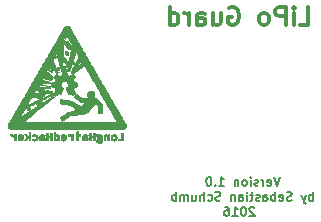
<source format=gbo>
G04 #@! TF.FileFunction,Legend,Bot*
%FSLAX46Y46*%
G04 Gerber Fmt 4.6, Leading zero omitted, Abs format (unit mm)*
G04 Created by KiCad (PCBNEW 4.0.4-stable) date Thu Oct  6 00:02:17 2016*
%MOMM*%
%LPD*%
G01*
G04 APERTURE LIST*
%ADD10C,0.100000*%
%ADD11C,0.150000*%
%ADD12C,0.300000*%
%ADD13C,0.002540*%
G04 APERTURE END LIST*
D10*
D11*
X162178571Y-80229286D02*
X161928571Y-80979286D01*
X161678571Y-80229286D01*
X161142857Y-80943571D02*
X161214286Y-80979286D01*
X161357143Y-80979286D01*
X161428572Y-80943571D01*
X161464286Y-80872143D01*
X161464286Y-80586429D01*
X161428572Y-80515000D01*
X161357143Y-80479286D01*
X161214286Y-80479286D01*
X161142857Y-80515000D01*
X161107143Y-80586429D01*
X161107143Y-80657857D01*
X161464286Y-80729286D01*
X160785715Y-80979286D02*
X160785715Y-80479286D01*
X160785715Y-80622143D02*
X160750000Y-80550714D01*
X160714286Y-80515000D01*
X160642857Y-80479286D01*
X160571429Y-80479286D01*
X160357143Y-80943571D02*
X160285714Y-80979286D01*
X160142857Y-80979286D01*
X160071429Y-80943571D01*
X160035714Y-80872143D01*
X160035714Y-80836429D01*
X160071429Y-80765000D01*
X160142857Y-80729286D01*
X160250000Y-80729286D01*
X160321429Y-80693571D01*
X160357143Y-80622143D01*
X160357143Y-80586429D01*
X160321429Y-80515000D01*
X160250000Y-80479286D01*
X160142857Y-80479286D01*
X160071429Y-80515000D01*
X159714286Y-80979286D02*
X159714286Y-80479286D01*
X159714286Y-80229286D02*
X159750000Y-80265000D01*
X159714286Y-80300714D01*
X159678571Y-80265000D01*
X159714286Y-80229286D01*
X159714286Y-80300714D01*
X159250000Y-80979286D02*
X159321428Y-80943571D01*
X159357143Y-80907857D01*
X159392857Y-80836429D01*
X159392857Y-80622143D01*
X159357143Y-80550714D01*
X159321428Y-80515000D01*
X159250000Y-80479286D01*
X159142857Y-80479286D01*
X159071428Y-80515000D01*
X159035714Y-80550714D01*
X159000000Y-80622143D01*
X159000000Y-80836429D01*
X159035714Y-80907857D01*
X159071428Y-80943571D01*
X159142857Y-80979286D01*
X159250000Y-80979286D01*
X158678572Y-80479286D02*
X158678572Y-80979286D01*
X158678572Y-80550714D02*
X158642857Y-80515000D01*
X158571429Y-80479286D01*
X158464286Y-80479286D01*
X158392857Y-80515000D01*
X158357143Y-80586429D01*
X158357143Y-80979286D01*
X157035714Y-80979286D02*
X157464286Y-80979286D01*
X157250000Y-80979286D02*
X157250000Y-80229286D01*
X157321429Y-80336429D01*
X157392857Y-80407857D01*
X157464286Y-80443571D01*
X156714286Y-80907857D02*
X156678571Y-80943571D01*
X156714286Y-80979286D01*
X156750000Y-80943571D01*
X156714286Y-80907857D01*
X156714286Y-80979286D01*
X156214285Y-80229286D02*
X156142857Y-80229286D01*
X156071428Y-80265000D01*
X156035714Y-80300714D01*
X156000000Y-80372143D01*
X155964285Y-80515000D01*
X155964285Y-80693571D01*
X156000000Y-80836429D01*
X156035714Y-80907857D01*
X156071428Y-80943571D01*
X156142857Y-80979286D01*
X156214285Y-80979286D01*
X156285714Y-80943571D01*
X156321428Y-80907857D01*
X156357143Y-80836429D01*
X156392857Y-80693571D01*
X156392857Y-80515000D01*
X156357143Y-80372143D01*
X156321428Y-80300714D01*
X156285714Y-80265000D01*
X156214285Y-80229286D01*
X164982142Y-82254286D02*
X164982142Y-81504286D01*
X164982142Y-81790000D02*
X164910713Y-81754286D01*
X164767856Y-81754286D01*
X164696427Y-81790000D01*
X164660713Y-81825714D01*
X164624999Y-81897143D01*
X164624999Y-82111429D01*
X164660713Y-82182857D01*
X164696427Y-82218571D01*
X164767856Y-82254286D01*
X164910713Y-82254286D01*
X164982142Y-82218571D01*
X164374999Y-81754286D02*
X164196428Y-82254286D01*
X164017856Y-81754286D02*
X164196428Y-82254286D01*
X164267856Y-82432857D01*
X164303571Y-82468571D01*
X164374999Y-82504286D01*
X163196427Y-82218571D02*
X163089284Y-82254286D01*
X162910713Y-82254286D01*
X162839284Y-82218571D01*
X162803570Y-82182857D01*
X162767855Y-82111429D01*
X162767855Y-82040000D01*
X162803570Y-81968571D01*
X162839284Y-81932857D01*
X162910713Y-81897143D01*
X163053570Y-81861429D01*
X163124998Y-81825714D01*
X163160713Y-81790000D01*
X163196427Y-81718571D01*
X163196427Y-81647143D01*
X163160713Y-81575714D01*
X163124998Y-81540000D01*
X163053570Y-81504286D01*
X162874998Y-81504286D01*
X162767855Y-81540000D01*
X162160712Y-82218571D02*
X162232141Y-82254286D01*
X162374998Y-82254286D01*
X162446427Y-82218571D01*
X162482141Y-82147143D01*
X162482141Y-81861429D01*
X162446427Y-81790000D01*
X162374998Y-81754286D01*
X162232141Y-81754286D01*
X162160712Y-81790000D01*
X162124998Y-81861429D01*
X162124998Y-81932857D01*
X162482141Y-82004286D01*
X161803570Y-82254286D02*
X161803570Y-81504286D01*
X161803570Y-81790000D02*
X161732141Y-81754286D01*
X161589284Y-81754286D01*
X161517855Y-81790000D01*
X161482141Y-81825714D01*
X161446427Y-81897143D01*
X161446427Y-82111429D01*
X161482141Y-82182857D01*
X161517855Y-82218571D01*
X161589284Y-82254286D01*
X161732141Y-82254286D01*
X161803570Y-82218571D01*
X160803570Y-82254286D02*
X160803570Y-81861429D01*
X160839284Y-81790000D01*
X160910713Y-81754286D01*
X161053570Y-81754286D01*
X161124999Y-81790000D01*
X160803570Y-82218571D02*
X160874999Y-82254286D01*
X161053570Y-82254286D01*
X161124999Y-82218571D01*
X161160713Y-82147143D01*
X161160713Y-82075714D01*
X161124999Y-82004286D01*
X161053570Y-81968571D01*
X160874999Y-81968571D01*
X160803570Y-81932857D01*
X160482142Y-82218571D02*
X160410713Y-82254286D01*
X160267856Y-82254286D01*
X160196428Y-82218571D01*
X160160713Y-82147143D01*
X160160713Y-82111429D01*
X160196428Y-82040000D01*
X160267856Y-82004286D01*
X160374999Y-82004286D01*
X160446428Y-81968571D01*
X160482142Y-81897143D01*
X160482142Y-81861429D01*
X160446428Y-81790000D01*
X160374999Y-81754286D01*
X160267856Y-81754286D01*
X160196428Y-81790000D01*
X159946427Y-81754286D02*
X159660713Y-81754286D01*
X159839285Y-81504286D02*
X159839285Y-82147143D01*
X159803570Y-82218571D01*
X159732142Y-82254286D01*
X159660713Y-82254286D01*
X159410714Y-82254286D02*
X159410714Y-81754286D01*
X159410714Y-81504286D02*
X159446428Y-81540000D01*
X159410714Y-81575714D01*
X159374999Y-81540000D01*
X159410714Y-81504286D01*
X159410714Y-81575714D01*
X158732142Y-82254286D02*
X158732142Y-81861429D01*
X158767856Y-81790000D01*
X158839285Y-81754286D01*
X158982142Y-81754286D01*
X159053571Y-81790000D01*
X158732142Y-82218571D02*
X158803571Y-82254286D01*
X158982142Y-82254286D01*
X159053571Y-82218571D01*
X159089285Y-82147143D01*
X159089285Y-82075714D01*
X159053571Y-82004286D01*
X158982142Y-81968571D01*
X158803571Y-81968571D01*
X158732142Y-81932857D01*
X158375000Y-81754286D02*
X158375000Y-82254286D01*
X158375000Y-81825714D02*
X158339285Y-81790000D01*
X158267857Y-81754286D01*
X158160714Y-81754286D01*
X158089285Y-81790000D01*
X158053571Y-81861429D01*
X158053571Y-82254286D01*
X157160714Y-82218571D02*
X157053571Y-82254286D01*
X156875000Y-82254286D01*
X156803571Y-82218571D01*
X156767857Y-82182857D01*
X156732142Y-82111429D01*
X156732142Y-82040000D01*
X156767857Y-81968571D01*
X156803571Y-81932857D01*
X156875000Y-81897143D01*
X157017857Y-81861429D01*
X157089285Y-81825714D01*
X157125000Y-81790000D01*
X157160714Y-81718571D01*
X157160714Y-81647143D01*
X157125000Y-81575714D01*
X157089285Y-81540000D01*
X157017857Y-81504286D01*
X156839285Y-81504286D01*
X156732142Y-81540000D01*
X156089285Y-82218571D02*
X156160714Y-82254286D01*
X156303571Y-82254286D01*
X156374999Y-82218571D01*
X156410714Y-82182857D01*
X156446428Y-82111429D01*
X156446428Y-81897143D01*
X156410714Y-81825714D01*
X156374999Y-81790000D01*
X156303571Y-81754286D01*
X156160714Y-81754286D01*
X156089285Y-81790000D01*
X155767857Y-82254286D02*
X155767857Y-81504286D01*
X155446428Y-82254286D02*
X155446428Y-81861429D01*
X155482142Y-81790000D01*
X155553571Y-81754286D01*
X155660714Y-81754286D01*
X155732142Y-81790000D01*
X155767857Y-81825714D01*
X154767857Y-81754286D02*
X154767857Y-82254286D01*
X155089286Y-81754286D02*
X155089286Y-82147143D01*
X155053571Y-82218571D01*
X154982143Y-82254286D01*
X154875000Y-82254286D01*
X154803571Y-82218571D01*
X154767857Y-82182857D01*
X154410715Y-82254286D02*
X154410715Y-81754286D01*
X154410715Y-81825714D02*
X154375000Y-81790000D01*
X154303572Y-81754286D01*
X154196429Y-81754286D01*
X154125000Y-81790000D01*
X154089286Y-81861429D01*
X154089286Y-82254286D01*
X154089286Y-81861429D02*
X154053572Y-81790000D01*
X153982143Y-81754286D01*
X153875000Y-81754286D01*
X153803572Y-81790000D01*
X153767857Y-81861429D01*
X153767857Y-82254286D01*
X153410715Y-82254286D02*
X153410715Y-81504286D01*
X153410715Y-81790000D02*
X153339286Y-81754286D01*
X153196429Y-81754286D01*
X153125000Y-81790000D01*
X153089286Y-81825714D01*
X153053572Y-81897143D01*
X153053572Y-82111429D01*
X153089286Y-82182857D01*
X153125000Y-82218571D01*
X153196429Y-82254286D01*
X153339286Y-82254286D01*
X153410715Y-82218571D01*
X160035715Y-82850714D02*
X160000001Y-82815000D01*
X159928572Y-82779286D01*
X159750001Y-82779286D01*
X159678572Y-82815000D01*
X159642858Y-82850714D01*
X159607143Y-82922143D01*
X159607143Y-82993571D01*
X159642858Y-83100714D01*
X160071429Y-83529286D01*
X159607143Y-83529286D01*
X159142857Y-82779286D02*
X159071429Y-82779286D01*
X159000000Y-82815000D01*
X158964286Y-82850714D01*
X158928572Y-82922143D01*
X158892857Y-83065000D01*
X158892857Y-83243571D01*
X158928572Y-83386429D01*
X158964286Y-83457857D01*
X159000000Y-83493571D01*
X159071429Y-83529286D01*
X159142857Y-83529286D01*
X159214286Y-83493571D01*
X159250000Y-83457857D01*
X159285715Y-83386429D01*
X159321429Y-83243571D01*
X159321429Y-83065000D01*
X159285715Y-82922143D01*
X159250000Y-82850714D01*
X159214286Y-82815000D01*
X159142857Y-82779286D01*
X158178571Y-83529286D02*
X158607143Y-83529286D01*
X158392857Y-83529286D02*
X158392857Y-82779286D01*
X158464286Y-82886429D01*
X158535714Y-82957857D01*
X158607143Y-82993571D01*
X157535714Y-82779286D02*
X157678571Y-82779286D01*
X157750000Y-82815000D01*
X157785714Y-82850714D01*
X157857143Y-82957857D01*
X157892857Y-83100714D01*
X157892857Y-83386429D01*
X157857143Y-83457857D01*
X157821428Y-83493571D01*
X157750000Y-83529286D01*
X157607143Y-83529286D01*
X157535714Y-83493571D01*
X157500000Y-83457857D01*
X157464285Y-83386429D01*
X157464285Y-83207857D01*
X157500000Y-83136429D01*
X157535714Y-83100714D01*
X157607143Y-83065000D01*
X157750000Y-83065000D01*
X157821428Y-83100714D01*
X157857143Y-83136429D01*
X157892857Y-83207857D01*
D12*
X163892857Y-67353571D02*
X164607143Y-67353571D01*
X164607143Y-65853571D01*
X163392857Y-67353571D02*
X163392857Y-66353571D01*
X163392857Y-65853571D02*
X163464286Y-65925000D01*
X163392857Y-65996429D01*
X163321429Y-65925000D01*
X163392857Y-65853571D01*
X163392857Y-65996429D01*
X162678571Y-67353571D02*
X162678571Y-65853571D01*
X162107143Y-65853571D01*
X161964285Y-65925000D01*
X161892857Y-65996429D01*
X161821428Y-66139286D01*
X161821428Y-66353571D01*
X161892857Y-66496429D01*
X161964285Y-66567857D01*
X162107143Y-66639286D01*
X162678571Y-66639286D01*
X160964285Y-67353571D02*
X161107143Y-67282143D01*
X161178571Y-67210714D01*
X161250000Y-67067857D01*
X161250000Y-66639286D01*
X161178571Y-66496429D01*
X161107143Y-66425000D01*
X160964285Y-66353571D01*
X160750000Y-66353571D01*
X160607143Y-66425000D01*
X160535714Y-66496429D01*
X160464285Y-66639286D01*
X160464285Y-67067857D01*
X160535714Y-67210714D01*
X160607143Y-67282143D01*
X160750000Y-67353571D01*
X160964285Y-67353571D01*
X157892857Y-65925000D02*
X158035714Y-65853571D01*
X158250000Y-65853571D01*
X158464285Y-65925000D01*
X158607143Y-66067857D01*
X158678571Y-66210714D01*
X158750000Y-66496429D01*
X158750000Y-66710714D01*
X158678571Y-66996429D01*
X158607143Y-67139286D01*
X158464285Y-67282143D01*
X158250000Y-67353571D01*
X158107143Y-67353571D01*
X157892857Y-67282143D01*
X157821428Y-67210714D01*
X157821428Y-66710714D01*
X158107143Y-66710714D01*
X156535714Y-66353571D02*
X156535714Y-67353571D01*
X157178571Y-66353571D02*
X157178571Y-67139286D01*
X157107143Y-67282143D01*
X156964285Y-67353571D01*
X156750000Y-67353571D01*
X156607143Y-67282143D01*
X156535714Y-67210714D01*
X155178571Y-67353571D02*
X155178571Y-66567857D01*
X155250000Y-66425000D01*
X155392857Y-66353571D01*
X155678571Y-66353571D01*
X155821428Y-66425000D01*
X155178571Y-67282143D02*
X155321428Y-67353571D01*
X155678571Y-67353571D01*
X155821428Y-67282143D01*
X155892857Y-67139286D01*
X155892857Y-66996429D01*
X155821428Y-66853571D01*
X155678571Y-66782143D01*
X155321428Y-66782143D01*
X155178571Y-66710714D01*
X154464285Y-67353571D02*
X154464285Y-66353571D01*
X154464285Y-66639286D02*
X154392857Y-66496429D01*
X154321428Y-66425000D01*
X154178571Y-66353571D01*
X154035714Y-66353571D01*
X152892857Y-67353571D02*
X152892857Y-65853571D01*
X152892857Y-67282143D02*
X153035714Y-67353571D01*
X153321428Y-67353571D01*
X153464286Y-67282143D01*
X153535714Y-67210714D01*
X153607143Y-67067857D01*
X153607143Y-66639286D01*
X153535714Y-66496429D01*
X153464286Y-66425000D01*
X153321428Y-66353571D01*
X153035714Y-66353571D01*
X152892857Y-66425000D01*
D13*
G36*
X146626580Y-77162660D02*
X146626580Y-77188060D01*
X146631660Y-77210920D01*
X146636740Y-77228700D01*
X146649440Y-77249020D01*
X146664680Y-77266800D01*
X146669760Y-77271880D01*
X146690080Y-77289660D01*
X146712940Y-77304900D01*
X146740880Y-77320140D01*
X146766280Y-77327760D01*
X146766280Y-77193140D01*
X146771360Y-77180440D01*
X146778980Y-77172820D01*
X146791680Y-77165200D01*
X146796760Y-77162660D01*
X146804380Y-77162660D01*
X146817080Y-77160120D01*
X146834860Y-77160120D01*
X146857720Y-77160120D01*
X146885660Y-77157580D01*
X146898360Y-77157580D01*
X146918680Y-77157580D01*
X146936460Y-77157580D01*
X146954240Y-77155040D01*
X146966940Y-77155040D01*
X146979640Y-77155040D01*
X146987260Y-77155040D01*
X146989800Y-77152500D01*
X146992340Y-77152500D01*
X146997420Y-77155040D01*
X147002500Y-77160120D01*
X147007580Y-77165200D01*
X147020280Y-77177900D01*
X147027900Y-77190600D01*
X147027900Y-77203300D01*
X147025360Y-77216000D01*
X147020280Y-77228700D01*
X147007580Y-77236320D01*
X146992340Y-77246480D01*
X146972020Y-77251560D01*
X146949160Y-77256640D01*
X146944080Y-77256640D01*
X146931380Y-77259180D01*
X146913600Y-77259180D01*
X146895820Y-77259180D01*
X146878040Y-77259180D01*
X146860260Y-77256640D01*
X146845020Y-77254100D01*
X146839940Y-77254100D01*
X146819620Y-77249020D01*
X146801840Y-77241400D01*
X146789140Y-77231240D01*
X146776440Y-77221080D01*
X146768820Y-77210920D01*
X146766280Y-77205840D01*
X146766280Y-77193140D01*
X146766280Y-77327760D01*
X146771360Y-77330300D01*
X146806920Y-77340460D01*
X146832320Y-77345540D01*
X146850100Y-77348080D01*
X146867880Y-77350620D01*
X146890740Y-77350620D01*
X146913600Y-77350620D01*
X146936460Y-77350620D01*
X146956780Y-77350620D01*
X146974560Y-77350620D01*
X146977100Y-77350620D01*
X147015200Y-77345540D01*
X147045680Y-77337920D01*
X147073620Y-77327760D01*
X147096480Y-77315060D01*
X147116800Y-77299820D01*
X147132040Y-77282040D01*
X147142200Y-77264260D01*
X147144740Y-77261720D01*
X147147280Y-77243940D01*
X147149820Y-77223620D01*
X147147280Y-77205840D01*
X147144740Y-77190600D01*
X147137120Y-77177900D01*
X147126960Y-77165200D01*
X147111720Y-77149960D01*
X147099020Y-77139800D01*
X147091400Y-77134720D01*
X147083780Y-77129640D01*
X147076160Y-77124560D01*
X147073620Y-77122020D01*
X147073620Y-77122020D01*
X147076160Y-77119480D01*
X147081240Y-77114400D01*
X147086320Y-77109320D01*
X147101560Y-77094080D01*
X147111720Y-77076300D01*
X147119340Y-77058520D01*
X147121880Y-77038200D01*
X147121880Y-77017880D01*
X147116800Y-77002640D01*
X147111720Y-76992480D01*
X147101560Y-76977240D01*
X147091400Y-76964540D01*
X147081240Y-76954380D01*
X147076160Y-76951840D01*
X147071080Y-76946760D01*
X147066000Y-76941680D01*
X147063460Y-76939140D01*
X147066000Y-76936600D01*
X147071080Y-76931520D01*
X147076160Y-76926440D01*
X147081240Y-76921360D01*
X147099020Y-76901040D01*
X147111720Y-76880720D01*
X147121880Y-76855320D01*
X147126960Y-76829920D01*
X147126960Y-76817220D01*
X147126960Y-76786740D01*
X147121880Y-76758800D01*
X147111720Y-76730860D01*
X147099020Y-76708000D01*
X147081240Y-76687680D01*
X147058380Y-76669900D01*
X147032980Y-76654660D01*
X147005040Y-76641960D01*
X146972020Y-76631800D01*
X146966940Y-76631800D01*
X146951700Y-76629260D01*
X146936460Y-76626720D01*
X146916140Y-76626720D01*
X146898360Y-76626720D01*
X146880580Y-76629260D01*
X146865340Y-76629260D01*
X146860260Y-76631800D01*
X146855180Y-76631800D01*
X146850100Y-76634340D01*
X146842480Y-76634340D01*
X146834860Y-76634340D01*
X146822160Y-76634340D01*
X146806920Y-76634340D01*
X146789140Y-76636880D01*
X146766280Y-76636880D01*
X146740880Y-76636880D01*
X146735800Y-76636880D01*
X146629120Y-76636880D01*
X146629120Y-76692760D01*
X146629120Y-76746100D01*
X146679920Y-76746100D01*
X146695160Y-76746100D01*
X146707860Y-76748640D01*
X146718020Y-76748640D01*
X146725640Y-76748640D01*
X146728180Y-76748640D01*
X146728180Y-76748640D01*
X146720560Y-76763880D01*
X146715480Y-76774040D01*
X146712940Y-76781660D01*
X146710400Y-76789280D01*
X146710400Y-76796900D01*
X146707860Y-76807060D01*
X146707860Y-76809600D01*
X146710400Y-76840080D01*
X146715480Y-76865480D01*
X146725640Y-76890880D01*
X146738340Y-76911200D01*
X146756120Y-76931520D01*
X146778980Y-76946760D01*
X146804380Y-76959460D01*
X146834860Y-76969620D01*
X146837400Y-76972160D01*
X146839940Y-76972160D01*
X146839940Y-76809600D01*
X146839940Y-76809600D01*
X146839940Y-76791820D01*
X146842480Y-76779120D01*
X146845020Y-76766420D01*
X146852640Y-76758800D01*
X146860260Y-76748640D01*
X146875500Y-76735940D01*
X146890740Y-76730860D01*
X146911060Y-76725780D01*
X146913600Y-76725780D01*
X146933920Y-76728320D01*
X146949160Y-76733400D01*
X146961860Y-76743560D01*
X146969480Y-76748640D01*
X146979640Y-76761340D01*
X146984720Y-76774040D01*
X146987260Y-76789280D01*
X146989800Y-76809600D01*
X146987260Y-76829920D01*
X146982180Y-76850240D01*
X146972020Y-76865480D01*
X146961860Y-76875640D01*
X146944080Y-76885800D01*
X146941540Y-76885800D01*
X146931380Y-76888340D01*
X146921220Y-76888340D01*
X146905980Y-76888340D01*
X146893280Y-76888340D01*
X146883120Y-76885800D01*
X146880580Y-76883260D01*
X146865340Y-76873100D01*
X146852640Y-76860400D01*
X146847560Y-76850240D01*
X146842480Y-76842620D01*
X146842480Y-76837540D01*
X146839940Y-76829920D01*
X146839940Y-76822300D01*
X146839940Y-76809600D01*
X146839940Y-76972160D01*
X146857720Y-76974700D01*
X146880580Y-76977240D01*
X146903440Y-76979780D01*
X146926300Y-76979780D01*
X146946620Y-76977240D01*
X146961860Y-76974700D01*
X146984720Y-76972160D01*
X146992340Y-76977240D01*
X146999960Y-76987400D01*
X147005040Y-76997560D01*
X147005040Y-77010260D01*
X147002500Y-77020420D01*
X146997420Y-77028040D01*
X146992340Y-77033120D01*
X146987260Y-77035660D01*
X146982180Y-77038200D01*
X146977100Y-77038200D01*
X146969480Y-77040740D01*
X146959320Y-77040740D01*
X146946620Y-77043280D01*
X146931380Y-77043280D01*
X146911060Y-77043280D01*
X146888200Y-77045820D01*
X146870420Y-77045820D01*
X146847560Y-77045820D01*
X146827240Y-77045820D01*
X146806920Y-77045820D01*
X146789140Y-77048360D01*
X146773900Y-77048360D01*
X146763740Y-77048360D01*
X146756120Y-77050900D01*
X146756120Y-77050900D01*
X146725640Y-77055980D01*
X146700240Y-77063600D01*
X146677380Y-77076300D01*
X146659600Y-77089000D01*
X146644360Y-77104240D01*
X146634200Y-77119480D01*
X146631660Y-77127100D01*
X146629120Y-77134720D01*
X146626580Y-77142340D01*
X146626580Y-77149960D01*
X146626580Y-77162660D01*
X146626580Y-77162660D01*
X146626580Y-77162660D01*
X146626580Y-77162660D01*
G37*
X146626580Y-77162660D02*
X146626580Y-77188060D01*
X146631660Y-77210920D01*
X146636740Y-77228700D01*
X146649440Y-77249020D01*
X146664680Y-77266800D01*
X146669760Y-77271880D01*
X146690080Y-77289660D01*
X146712940Y-77304900D01*
X146740880Y-77320140D01*
X146766280Y-77327760D01*
X146766280Y-77193140D01*
X146771360Y-77180440D01*
X146778980Y-77172820D01*
X146791680Y-77165200D01*
X146796760Y-77162660D01*
X146804380Y-77162660D01*
X146817080Y-77160120D01*
X146834860Y-77160120D01*
X146857720Y-77160120D01*
X146885660Y-77157580D01*
X146898360Y-77157580D01*
X146918680Y-77157580D01*
X146936460Y-77157580D01*
X146954240Y-77155040D01*
X146966940Y-77155040D01*
X146979640Y-77155040D01*
X146987260Y-77155040D01*
X146989800Y-77152500D01*
X146992340Y-77152500D01*
X146997420Y-77155040D01*
X147002500Y-77160120D01*
X147007580Y-77165200D01*
X147020280Y-77177900D01*
X147027900Y-77190600D01*
X147027900Y-77203300D01*
X147025360Y-77216000D01*
X147020280Y-77228700D01*
X147007580Y-77236320D01*
X146992340Y-77246480D01*
X146972020Y-77251560D01*
X146949160Y-77256640D01*
X146944080Y-77256640D01*
X146931380Y-77259180D01*
X146913600Y-77259180D01*
X146895820Y-77259180D01*
X146878040Y-77259180D01*
X146860260Y-77256640D01*
X146845020Y-77254100D01*
X146839940Y-77254100D01*
X146819620Y-77249020D01*
X146801840Y-77241400D01*
X146789140Y-77231240D01*
X146776440Y-77221080D01*
X146768820Y-77210920D01*
X146766280Y-77205840D01*
X146766280Y-77193140D01*
X146766280Y-77327760D01*
X146771360Y-77330300D01*
X146806920Y-77340460D01*
X146832320Y-77345540D01*
X146850100Y-77348080D01*
X146867880Y-77350620D01*
X146890740Y-77350620D01*
X146913600Y-77350620D01*
X146936460Y-77350620D01*
X146956780Y-77350620D01*
X146974560Y-77350620D01*
X146977100Y-77350620D01*
X147015200Y-77345540D01*
X147045680Y-77337920D01*
X147073620Y-77327760D01*
X147096480Y-77315060D01*
X147116800Y-77299820D01*
X147132040Y-77282040D01*
X147142200Y-77264260D01*
X147144740Y-77261720D01*
X147147280Y-77243940D01*
X147149820Y-77223620D01*
X147147280Y-77205840D01*
X147144740Y-77190600D01*
X147137120Y-77177900D01*
X147126960Y-77165200D01*
X147111720Y-77149960D01*
X147099020Y-77139800D01*
X147091400Y-77134720D01*
X147083780Y-77129640D01*
X147076160Y-77124560D01*
X147073620Y-77122020D01*
X147073620Y-77122020D01*
X147076160Y-77119480D01*
X147081240Y-77114400D01*
X147086320Y-77109320D01*
X147101560Y-77094080D01*
X147111720Y-77076300D01*
X147119340Y-77058520D01*
X147121880Y-77038200D01*
X147121880Y-77017880D01*
X147116800Y-77002640D01*
X147111720Y-76992480D01*
X147101560Y-76977240D01*
X147091400Y-76964540D01*
X147081240Y-76954380D01*
X147076160Y-76951840D01*
X147071080Y-76946760D01*
X147066000Y-76941680D01*
X147063460Y-76939140D01*
X147066000Y-76936600D01*
X147071080Y-76931520D01*
X147076160Y-76926440D01*
X147081240Y-76921360D01*
X147099020Y-76901040D01*
X147111720Y-76880720D01*
X147121880Y-76855320D01*
X147126960Y-76829920D01*
X147126960Y-76817220D01*
X147126960Y-76786740D01*
X147121880Y-76758800D01*
X147111720Y-76730860D01*
X147099020Y-76708000D01*
X147081240Y-76687680D01*
X147058380Y-76669900D01*
X147032980Y-76654660D01*
X147005040Y-76641960D01*
X146972020Y-76631800D01*
X146966940Y-76631800D01*
X146951700Y-76629260D01*
X146936460Y-76626720D01*
X146916140Y-76626720D01*
X146898360Y-76626720D01*
X146880580Y-76629260D01*
X146865340Y-76629260D01*
X146860260Y-76631800D01*
X146855180Y-76631800D01*
X146850100Y-76634340D01*
X146842480Y-76634340D01*
X146834860Y-76634340D01*
X146822160Y-76634340D01*
X146806920Y-76634340D01*
X146789140Y-76636880D01*
X146766280Y-76636880D01*
X146740880Y-76636880D01*
X146735800Y-76636880D01*
X146629120Y-76636880D01*
X146629120Y-76692760D01*
X146629120Y-76746100D01*
X146679920Y-76746100D01*
X146695160Y-76746100D01*
X146707860Y-76748640D01*
X146718020Y-76748640D01*
X146725640Y-76748640D01*
X146728180Y-76748640D01*
X146728180Y-76748640D01*
X146720560Y-76763880D01*
X146715480Y-76774040D01*
X146712940Y-76781660D01*
X146710400Y-76789280D01*
X146710400Y-76796900D01*
X146707860Y-76807060D01*
X146707860Y-76809600D01*
X146710400Y-76840080D01*
X146715480Y-76865480D01*
X146725640Y-76890880D01*
X146738340Y-76911200D01*
X146756120Y-76931520D01*
X146778980Y-76946760D01*
X146804380Y-76959460D01*
X146834860Y-76969620D01*
X146837400Y-76972160D01*
X146839940Y-76972160D01*
X146839940Y-76809600D01*
X146839940Y-76809600D01*
X146839940Y-76791820D01*
X146842480Y-76779120D01*
X146845020Y-76766420D01*
X146852640Y-76758800D01*
X146860260Y-76748640D01*
X146875500Y-76735940D01*
X146890740Y-76730860D01*
X146911060Y-76725780D01*
X146913600Y-76725780D01*
X146933920Y-76728320D01*
X146949160Y-76733400D01*
X146961860Y-76743560D01*
X146969480Y-76748640D01*
X146979640Y-76761340D01*
X146984720Y-76774040D01*
X146987260Y-76789280D01*
X146989800Y-76809600D01*
X146987260Y-76829920D01*
X146982180Y-76850240D01*
X146972020Y-76865480D01*
X146961860Y-76875640D01*
X146944080Y-76885800D01*
X146941540Y-76885800D01*
X146931380Y-76888340D01*
X146921220Y-76888340D01*
X146905980Y-76888340D01*
X146893280Y-76888340D01*
X146883120Y-76885800D01*
X146880580Y-76883260D01*
X146865340Y-76873100D01*
X146852640Y-76860400D01*
X146847560Y-76850240D01*
X146842480Y-76842620D01*
X146842480Y-76837540D01*
X146839940Y-76829920D01*
X146839940Y-76822300D01*
X146839940Y-76809600D01*
X146839940Y-76972160D01*
X146857720Y-76974700D01*
X146880580Y-76977240D01*
X146903440Y-76979780D01*
X146926300Y-76979780D01*
X146946620Y-76977240D01*
X146961860Y-76974700D01*
X146984720Y-76972160D01*
X146992340Y-76977240D01*
X146999960Y-76987400D01*
X147005040Y-76997560D01*
X147005040Y-77010260D01*
X147002500Y-77020420D01*
X146997420Y-77028040D01*
X146992340Y-77033120D01*
X146987260Y-77035660D01*
X146982180Y-77038200D01*
X146977100Y-77038200D01*
X146969480Y-77040740D01*
X146959320Y-77040740D01*
X146946620Y-77043280D01*
X146931380Y-77043280D01*
X146911060Y-77043280D01*
X146888200Y-77045820D01*
X146870420Y-77045820D01*
X146847560Y-77045820D01*
X146827240Y-77045820D01*
X146806920Y-77045820D01*
X146789140Y-77048360D01*
X146773900Y-77048360D01*
X146763740Y-77048360D01*
X146756120Y-77050900D01*
X146756120Y-77050900D01*
X146725640Y-77055980D01*
X146700240Y-77063600D01*
X146677380Y-77076300D01*
X146659600Y-77089000D01*
X146644360Y-77104240D01*
X146634200Y-77119480D01*
X146631660Y-77127100D01*
X146629120Y-77134720D01*
X146626580Y-77142340D01*
X146626580Y-77149960D01*
X146626580Y-77162660D01*
X146626580Y-77162660D01*
X146626580Y-77162660D01*
G36*
X147858480Y-76890880D02*
X147858480Y-76906120D01*
X147858480Y-76921360D01*
X147858480Y-76931520D01*
X147861020Y-76939140D01*
X147861020Y-76946760D01*
X147863560Y-76956920D01*
X147866100Y-76964540D01*
X147876260Y-76995020D01*
X147888960Y-77025500D01*
X147906740Y-77050900D01*
X147927060Y-77073760D01*
X147944840Y-77091540D01*
X147962620Y-77104240D01*
X147982940Y-77116940D01*
X148000720Y-77127100D01*
X148010880Y-77129640D01*
X148010880Y-76880720D01*
X148010880Y-76862940D01*
X148010880Y-76847700D01*
X148013420Y-76842620D01*
X148018500Y-76819760D01*
X148028660Y-76799440D01*
X148038820Y-76779120D01*
X148051520Y-76766420D01*
X148066760Y-76756260D01*
X148069300Y-76753720D01*
X148076920Y-76751180D01*
X148082000Y-76751180D01*
X148089620Y-76748640D01*
X148099780Y-76748640D01*
X148112480Y-76748640D01*
X148125180Y-76748640D01*
X148135340Y-76748640D01*
X148140420Y-76751180D01*
X148148040Y-76751180D01*
X148153120Y-76753720D01*
X148155660Y-76753720D01*
X148170900Y-76766420D01*
X148186140Y-76779120D01*
X148196300Y-76799440D01*
X148206460Y-76819760D01*
X148209000Y-76827380D01*
X148211540Y-76840080D01*
X148211540Y-76855320D01*
X148214080Y-76873100D01*
X148214080Y-76890880D01*
X148214080Y-76906120D01*
X148214080Y-76921360D01*
X148211540Y-76926440D01*
X148206460Y-76954380D01*
X148198840Y-76977240D01*
X148186140Y-76995020D01*
X148173440Y-77010260D01*
X148155660Y-77020420D01*
X148148040Y-77025500D01*
X148135340Y-77028040D01*
X148120100Y-77030580D01*
X148102320Y-77030580D01*
X148087080Y-77028040D01*
X148074380Y-77025500D01*
X148059140Y-77015340D01*
X148043900Y-77002640D01*
X148031200Y-76987400D01*
X148021040Y-76967080D01*
X148015960Y-76949300D01*
X148013420Y-76936600D01*
X148010880Y-76918820D01*
X148010880Y-76901040D01*
X148010880Y-76880720D01*
X148010880Y-77129640D01*
X148023580Y-77137260D01*
X148046440Y-77142340D01*
X148074380Y-77147420D01*
X148084540Y-77149960D01*
X148097240Y-77149960D01*
X148107400Y-77152500D01*
X148115020Y-77152500D01*
X148125180Y-77152500D01*
X148132800Y-77149960D01*
X148168360Y-77144880D01*
X148203920Y-77134720D01*
X148234400Y-77122020D01*
X148264880Y-77104240D01*
X148290280Y-77081380D01*
X148313140Y-77055980D01*
X148330920Y-77028040D01*
X148341080Y-77012800D01*
X148346160Y-77000100D01*
X148351240Y-76984860D01*
X148356320Y-76969620D01*
X148358860Y-76964540D01*
X148361400Y-76954380D01*
X148363940Y-76946760D01*
X148363940Y-76939140D01*
X148363940Y-76928980D01*
X148366480Y-76918820D01*
X148366480Y-76903580D01*
X148366480Y-76890880D01*
X148366480Y-76873100D01*
X148366480Y-76857860D01*
X148363940Y-76847700D01*
X148363940Y-76837540D01*
X148363940Y-76829920D01*
X148361400Y-76822300D01*
X148361400Y-76819760D01*
X148348700Y-76784200D01*
X148333460Y-76751180D01*
X148315680Y-76723240D01*
X148292820Y-76697840D01*
X148267420Y-76674980D01*
X148236940Y-76657200D01*
X148203920Y-76641960D01*
X148168360Y-76631800D01*
X148165820Y-76631800D01*
X148145500Y-76629260D01*
X148122640Y-76626720D01*
X148099780Y-76626720D01*
X148076920Y-76629260D01*
X148061680Y-76631800D01*
X148026120Y-76639420D01*
X147993100Y-76654660D01*
X147965160Y-76672440D01*
X147937220Y-76692760D01*
X147914360Y-76718160D01*
X147894040Y-76746100D01*
X147878800Y-76776580D01*
X147866100Y-76812140D01*
X147863560Y-76819760D01*
X147861020Y-76827380D01*
X147861020Y-76835000D01*
X147858480Y-76845160D01*
X147858480Y-76855320D01*
X147858480Y-76868020D01*
X147858480Y-76883260D01*
X147858480Y-76890880D01*
X147858480Y-76890880D01*
X147858480Y-76890880D01*
G37*
X147858480Y-76890880D02*
X147858480Y-76906120D01*
X147858480Y-76921360D01*
X147858480Y-76931520D01*
X147861020Y-76939140D01*
X147861020Y-76946760D01*
X147863560Y-76956920D01*
X147866100Y-76964540D01*
X147876260Y-76995020D01*
X147888960Y-77025500D01*
X147906740Y-77050900D01*
X147927060Y-77073760D01*
X147944840Y-77091540D01*
X147962620Y-77104240D01*
X147982940Y-77116940D01*
X148000720Y-77127100D01*
X148010880Y-77129640D01*
X148010880Y-76880720D01*
X148010880Y-76862940D01*
X148010880Y-76847700D01*
X148013420Y-76842620D01*
X148018500Y-76819760D01*
X148028660Y-76799440D01*
X148038820Y-76779120D01*
X148051520Y-76766420D01*
X148066760Y-76756260D01*
X148069300Y-76753720D01*
X148076920Y-76751180D01*
X148082000Y-76751180D01*
X148089620Y-76748640D01*
X148099780Y-76748640D01*
X148112480Y-76748640D01*
X148125180Y-76748640D01*
X148135340Y-76748640D01*
X148140420Y-76751180D01*
X148148040Y-76751180D01*
X148153120Y-76753720D01*
X148155660Y-76753720D01*
X148170900Y-76766420D01*
X148186140Y-76779120D01*
X148196300Y-76799440D01*
X148206460Y-76819760D01*
X148209000Y-76827380D01*
X148211540Y-76840080D01*
X148211540Y-76855320D01*
X148214080Y-76873100D01*
X148214080Y-76890880D01*
X148214080Y-76906120D01*
X148214080Y-76921360D01*
X148211540Y-76926440D01*
X148206460Y-76954380D01*
X148198840Y-76977240D01*
X148186140Y-76995020D01*
X148173440Y-77010260D01*
X148155660Y-77020420D01*
X148148040Y-77025500D01*
X148135340Y-77028040D01*
X148120100Y-77030580D01*
X148102320Y-77030580D01*
X148087080Y-77028040D01*
X148074380Y-77025500D01*
X148059140Y-77015340D01*
X148043900Y-77002640D01*
X148031200Y-76987400D01*
X148021040Y-76967080D01*
X148015960Y-76949300D01*
X148013420Y-76936600D01*
X148010880Y-76918820D01*
X148010880Y-76901040D01*
X148010880Y-76880720D01*
X148010880Y-77129640D01*
X148023580Y-77137260D01*
X148046440Y-77142340D01*
X148074380Y-77147420D01*
X148084540Y-77149960D01*
X148097240Y-77149960D01*
X148107400Y-77152500D01*
X148115020Y-77152500D01*
X148125180Y-77152500D01*
X148132800Y-77149960D01*
X148168360Y-77144880D01*
X148203920Y-77134720D01*
X148234400Y-77122020D01*
X148264880Y-77104240D01*
X148290280Y-77081380D01*
X148313140Y-77055980D01*
X148330920Y-77028040D01*
X148341080Y-77012800D01*
X148346160Y-77000100D01*
X148351240Y-76984860D01*
X148356320Y-76969620D01*
X148358860Y-76964540D01*
X148361400Y-76954380D01*
X148363940Y-76946760D01*
X148363940Y-76939140D01*
X148363940Y-76928980D01*
X148366480Y-76918820D01*
X148366480Y-76903580D01*
X148366480Y-76890880D01*
X148366480Y-76873100D01*
X148366480Y-76857860D01*
X148363940Y-76847700D01*
X148363940Y-76837540D01*
X148363940Y-76829920D01*
X148361400Y-76822300D01*
X148361400Y-76819760D01*
X148348700Y-76784200D01*
X148333460Y-76751180D01*
X148315680Y-76723240D01*
X148292820Y-76697840D01*
X148267420Y-76674980D01*
X148236940Y-76657200D01*
X148203920Y-76641960D01*
X148168360Y-76631800D01*
X148165820Y-76631800D01*
X148145500Y-76629260D01*
X148122640Y-76626720D01*
X148099780Y-76626720D01*
X148076920Y-76629260D01*
X148061680Y-76631800D01*
X148026120Y-76639420D01*
X147993100Y-76654660D01*
X147965160Y-76672440D01*
X147937220Y-76692760D01*
X147914360Y-76718160D01*
X147894040Y-76746100D01*
X147878800Y-76776580D01*
X147866100Y-76812140D01*
X147863560Y-76819760D01*
X147861020Y-76827380D01*
X147861020Y-76835000D01*
X147858480Y-76845160D01*
X147858480Y-76855320D01*
X147858480Y-76868020D01*
X147858480Y-76883260D01*
X147858480Y-76890880D01*
X147858480Y-76890880D01*
G36*
X145450560Y-77139800D02*
X145511520Y-77139800D01*
X145569940Y-77139800D01*
X145577560Y-77111860D01*
X145577560Y-77101700D01*
X145580100Y-77091540D01*
X145582640Y-77086460D01*
X145582640Y-77083920D01*
X145585180Y-77083920D01*
X145590260Y-77086460D01*
X145597880Y-77091540D01*
X145597880Y-76989940D01*
X145597880Y-76946760D01*
X145597880Y-76906120D01*
X145610580Y-76906120D01*
X145641060Y-76908660D01*
X145671540Y-76913740D01*
X145696940Y-76918820D01*
X145722340Y-76923900D01*
X145732500Y-76928980D01*
X145750280Y-76936600D01*
X145765520Y-76946760D01*
X145775680Y-76956920D01*
X145783300Y-76969620D01*
X145785840Y-76984860D01*
X145785840Y-76989940D01*
X145783300Y-77000100D01*
X145783300Y-77007720D01*
X145778220Y-77012800D01*
X145770600Y-77022960D01*
X145757900Y-77028040D01*
X145742660Y-77033120D01*
X145724880Y-77035660D01*
X145704560Y-77035660D01*
X145684240Y-77033120D01*
X145676620Y-77030580D01*
X145663920Y-77025500D01*
X145648680Y-77020420D01*
X145633440Y-77012800D01*
X145618200Y-77002640D01*
X145615660Y-77002640D01*
X145597880Y-76989940D01*
X145597880Y-77091540D01*
X145597880Y-77091540D01*
X145605500Y-77096620D01*
X145630900Y-77111860D01*
X145658840Y-77127100D01*
X145684240Y-77137260D01*
X145709640Y-77144880D01*
X145719800Y-77147420D01*
X145737580Y-77149960D01*
X145755360Y-77149960D01*
X145773140Y-77149960D01*
X145788380Y-77149960D01*
X145788380Y-77149960D01*
X145818860Y-77144880D01*
X145844260Y-77134720D01*
X145867120Y-77119480D01*
X145887440Y-77104240D01*
X145902680Y-77083920D01*
X145915380Y-77061060D01*
X145923000Y-77038200D01*
X145925540Y-77025500D01*
X145928080Y-77010260D01*
X145928080Y-76995020D01*
X145925540Y-76977240D01*
X145925540Y-76964540D01*
X145925540Y-76964540D01*
X145917920Y-76941680D01*
X145905220Y-76918820D01*
X145889980Y-76901040D01*
X145869660Y-76883260D01*
X145854420Y-76873100D01*
X145831560Y-76860400D01*
X145803620Y-76850240D01*
X145770600Y-76840080D01*
X145735040Y-76832460D01*
X145696940Y-76827380D01*
X145653760Y-76822300D01*
X145633440Y-76819760D01*
X145597880Y-76817220D01*
X145597880Y-76809600D01*
X145605500Y-76791820D01*
X145615660Y-76774040D01*
X145630900Y-76761340D01*
X145648680Y-76753720D01*
X145669000Y-76748640D01*
X145694400Y-76743560D01*
X145722340Y-76746100D01*
X145752820Y-76751180D01*
X145783300Y-76758800D01*
X145816320Y-76771500D01*
X145834100Y-76779120D01*
X145844260Y-76784200D01*
X145851880Y-76786740D01*
X145856960Y-76789280D01*
X145859500Y-76789280D01*
X145859500Y-76786740D01*
X145864580Y-76779120D01*
X145869660Y-76771500D01*
X145874740Y-76761340D01*
X145882360Y-76748640D01*
X145887440Y-76735940D01*
X145895060Y-76723240D01*
X145900140Y-76713080D01*
X145905220Y-76702920D01*
X145907760Y-76695300D01*
X145910300Y-76692760D01*
X145910300Y-76692760D01*
X145902680Y-76690220D01*
X145895060Y-76685140D01*
X145882360Y-76677520D01*
X145867120Y-76672440D01*
X145851880Y-76664820D01*
X145834100Y-76657200D01*
X145818860Y-76652120D01*
X145803620Y-76647040D01*
X145798540Y-76644500D01*
X145773140Y-76636880D01*
X145742660Y-76631800D01*
X145712180Y-76629260D01*
X145684240Y-76626720D01*
X145653760Y-76626720D01*
X145628360Y-76629260D01*
X145618200Y-76631800D01*
X145585180Y-76639420D01*
X145554700Y-76652120D01*
X145529300Y-76667360D01*
X145506440Y-76685140D01*
X145488660Y-76708000D01*
X145473420Y-76733400D01*
X145468340Y-76746100D01*
X145463260Y-76753720D01*
X145460720Y-76758800D01*
X145460720Y-76766420D01*
X145458180Y-76774040D01*
X145455640Y-76779120D01*
X145455640Y-76789280D01*
X145453100Y-76796900D01*
X145453100Y-76809600D01*
X145453100Y-76822300D01*
X145450560Y-76837540D01*
X145450560Y-76857860D01*
X145450560Y-76880720D01*
X145450560Y-76906120D01*
X145450560Y-76936600D01*
X145450560Y-76969620D01*
X145450560Y-77139800D01*
X145450560Y-77139800D01*
X145450560Y-77139800D01*
G37*
X145450560Y-77139800D02*
X145511520Y-77139800D01*
X145569940Y-77139800D01*
X145577560Y-77111860D01*
X145577560Y-77101700D01*
X145580100Y-77091540D01*
X145582640Y-77086460D01*
X145582640Y-77083920D01*
X145585180Y-77083920D01*
X145590260Y-77086460D01*
X145597880Y-77091540D01*
X145597880Y-76989940D01*
X145597880Y-76946760D01*
X145597880Y-76906120D01*
X145610580Y-76906120D01*
X145641060Y-76908660D01*
X145671540Y-76913740D01*
X145696940Y-76918820D01*
X145722340Y-76923900D01*
X145732500Y-76928980D01*
X145750280Y-76936600D01*
X145765520Y-76946760D01*
X145775680Y-76956920D01*
X145783300Y-76969620D01*
X145785840Y-76984860D01*
X145785840Y-76989940D01*
X145783300Y-77000100D01*
X145783300Y-77007720D01*
X145778220Y-77012800D01*
X145770600Y-77022960D01*
X145757900Y-77028040D01*
X145742660Y-77033120D01*
X145724880Y-77035660D01*
X145704560Y-77035660D01*
X145684240Y-77033120D01*
X145676620Y-77030580D01*
X145663920Y-77025500D01*
X145648680Y-77020420D01*
X145633440Y-77012800D01*
X145618200Y-77002640D01*
X145615660Y-77002640D01*
X145597880Y-76989940D01*
X145597880Y-77091540D01*
X145597880Y-77091540D01*
X145605500Y-77096620D01*
X145630900Y-77111860D01*
X145658840Y-77127100D01*
X145684240Y-77137260D01*
X145709640Y-77144880D01*
X145719800Y-77147420D01*
X145737580Y-77149960D01*
X145755360Y-77149960D01*
X145773140Y-77149960D01*
X145788380Y-77149960D01*
X145788380Y-77149960D01*
X145818860Y-77144880D01*
X145844260Y-77134720D01*
X145867120Y-77119480D01*
X145887440Y-77104240D01*
X145902680Y-77083920D01*
X145915380Y-77061060D01*
X145923000Y-77038200D01*
X145925540Y-77025500D01*
X145928080Y-77010260D01*
X145928080Y-76995020D01*
X145925540Y-76977240D01*
X145925540Y-76964540D01*
X145925540Y-76964540D01*
X145917920Y-76941680D01*
X145905220Y-76918820D01*
X145889980Y-76901040D01*
X145869660Y-76883260D01*
X145854420Y-76873100D01*
X145831560Y-76860400D01*
X145803620Y-76850240D01*
X145770600Y-76840080D01*
X145735040Y-76832460D01*
X145696940Y-76827380D01*
X145653760Y-76822300D01*
X145633440Y-76819760D01*
X145597880Y-76817220D01*
X145597880Y-76809600D01*
X145605500Y-76791820D01*
X145615660Y-76774040D01*
X145630900Y-76761340D01*
X145648680Y-76753720D01*
X145669000Y-76748640D01*
X145694400Y-76743560D01*
X145722340Y-76746100D01*
X145752820Y-76751180D01*
X145783300Y-76758800D01*
X145816320Y-76771500D01*
X145834100Y-76779120D01*
X145844260Y-76784200D01*
X145851880Y-76786740D01*
X145856960Y-76789280D01*
X145859500Y-76789280D01*
X145859500Y-76786740D01*
X145864580Y-76779120D01*
X145869660Y-76771500D01*
X145874740Y-76761340D01*
X145882360Y-76748640D01*
X145887440Y-76735940D01*
X145895060Y-76723240D01*
X145900140Y-76713080D01*
X145905220Y-76702920D01*
X145907760Y-76695300D01*
X145910300Y-76692760D01*
X145910300Y-76692760D01*
X145902680Y-76690220D01*
X145895060Y-76685140D01*
X145882360Y-76677520D01*
X145867120Y-76672440D01*
X145851880Y-76664820D01*
X145834100Y-76657200D01*
X145818860Y-76652120D01*
X145803620Y-76647040D01*
X145798540Y-76644500D01*
X145773140Y-76636880D01*
X145742660Y-76631800D01*
X145712180Y-76629260D01*
X145684240Y-76626720D01*
X145653760Y-76626720D01*
X145628360Y-76629260D01*
X145618200Y-76631800D01*
X145585180Y-76639420D01*
X145554700Y-76652120D01*
X145529300Y-76667360D01*
X145506440Y-76685140D01*
X145488660Y-76708000D01*
X145473420Y-76733400D01*
X145468340Y-76746100D01*
X145463260Y-76753720D01*
X145460720Y-76758800D01*
X145460720Y-76766420D01*
X145458180Y-76774040D01*
X145455640Y-76779120D01*
X145455640Y-76789280D01*
X145453100Y-76796900D01*
X145453100Y-76809600D01*
X145453100Y-76822300D01*
X145450560Y-76837540D01*
X145450560Y-76857860D01*
X145450560Y-76880720D01*
X145450560Y-76906120D01*
X145450560Y-76936600D01*
X145450560Y-76969620D01*
X145450560Y-77139800D01*
X145450560Y-77139800D01*
G36*
X143624300Y-76847700D02*
X143624300Y-76860400D01*
X143624300Y-76878180D01*
X143624300Y-76890880D01*
X143624300Y-76906120D01*
X143626840Y-76916280D01*
X143626840Y-76923900D01*
X143626840Y-76926440D01*
X143629380Y-76931520D01*
X143756380Y-76931520D01*
X143756380Y-76832460D01*
X143758920Y-76822300D01*
X143761460Y-76799440D01*
X143769080Y-76781660D01*
X143779240Y-76766420D01*
X143794480Y-76753720D01*
X143812260Y-76746100D01*
X143832580Y-76741020D01*
X143852900Y-76741020D01*
X143875760Y-76741020D01*
X143898620Y-76746100D01*
X143916400Y-76756260D01*
X143934180Y-76771500D01*
X143944340Y-76779120D01*
X143951960Y-76791820D01*
X143957040Y-76804520D01*
X143962120Y-76817220D01*
X143964660Y-76824840D01*
X143967200Y-76835000D01*
X143863060Y-76835000D01*
X143756380Y-76832460D01*
X143756380Y-76931520D01*
X143797020Y-76931520D01*
X143967200Y-76931520D01*
X143964660Y-76939140D01*
X143957040Y-76962000D01*
X143949420Y-76982320D01*
X143934180Y-77000100D01*
X143918940Y-77012800D01*
X143901160Y-77020420D01*
X143883380Y-77028040D01*
X143863060Y-77033120D01*
X143842740Y-77035660D01*
X143817340Y-77038200D01*
X143809720Y-77035660D01*
X143784320Y-77035660D01*
X143764000Y-77030580D01*
X143741140Y-77025500D01*
X143720820Y-77017880D01*
X143713200Y-77012800D01*
X143703040Y-77010260D01*
X143695420Y-77007720D01*
X143690340Y-77005180D01*
X143690340Y-77005180D01*
X143690340Y-77007720D01*
X143685260Y-77015340D01*
X143680180Y-77022960D01*
X143672560Y-77035660D01*
X143667480Y-77048360D01*
X143664940Y-77050900D01*
X143657320Y-77066140D01*
X143652240Y-77076300D01*
X143647160Y-77083920D01*
X143644620Y-77091540D01*
X143644620Y-77094080D01*
X143647160Y-77096620D01*
X143649700Y-77096620D01*
X143657320Y-77101700D01*
X143667480Y-77106780D01*
X143677640Y-77111860D01*
X143680180Y-77111860D01*
X143708120Y-77124560D01*
X143736060Y-77134720D01*
X143764000Y-77142340D01*
X143791940Y-77147420D01*
X143812260Y-77149960D01*
X143824960Y-77149960D01*
X143835120Y-77152500D01*
X143845280Y-77152500D01*
X143855440Y-77152500D01*
X143868140Y-77149960D01*
X143875760Y-77149960D01*
X143913860Y-77144880D01*
X143949420Y-77134720D01*
X143982440Y-77119480D01*
X144010380Y-77101700D01*
X144038320Y-77081380D01*
X144061180Y-77058520D01*
X144081500Y-77030580D01*
X144096740Y-77000100D01*
X144104360Y-76979780D01*
X144111980Y-76949300D01*
X144117060Y-76918820D01*
X144119600Y-76885800D01*
X144117060Y-76852780D01*
X144111980Y-76822300D01*
X144101820Y-76791820D01*
X144099280Y-76784200D01*
X144081500Y-76751180D01*
X144063720Y-76723240D01*
X144038320Y-76697840D01*
X144012920Y-76674980D01*
X143982440Y-76657200D01*
X143949420Y-76641960D01*
X143913860Y-76631800D01*
X143903700Y-76629260D01*
X143888460Y-76626720D01*
X143870680Y-76626720D01*
X143852900Y-76626720D01*
X143832580Y-76626720D01*
X143814800Y-76629260D01*
X143797020Y-76631800D01*
X143797020Y-76631800D01*
X143766540Y-76639420D01*
X143736060Y-76654660D01*
X143710660Y-76669900D01*
X143687800Y-76690220D01*
X143682720Y-76695300D01*
X143664940Y-76718160D01*
X143649700Y-76741020D01*
X143639540Y-76768960D01*
X143629380Y-76799440D01*
X143629380Y-76807060D01*
X143626840Y-76817220D01*
X143624300Y-76827380D01*
X143624300Y-76837540D01*
X143624300Y-76847700D01*
X143624300Y-76847700D01*
X143624300Y-76847700D01*
G37*
X143624300Y-76847700D02*
X143624300Y-76860400D01*
X143624300Y-76878180D01*
X143624300Y-76890880D01*
X143624300Y-76906120D01*
X143626840Y-76916280D01*
X143626840Y-76923900D01*
X143626840Y-76926440D01*
X143629380Y-76931520D01*
X143756380Y-76931520D01*
X143756380Y-76832460D01*
X143758920Y-76822300D01*
X143761460Y-76799440D01*
X143769080Y-76781660D01*
X143779240Y-76766420D01*
X143794480Y-76753720D01*
X143812260Y-76746100D01*
X143832580Y-76741020D01*
X143852900Y-76741020D01*
X143875760Y-76741020D01*
X143898620Y-76746100D01*
X143916400Y-76756260D01*
X143934180Y-76771500D01*
X143944340Y-76779120D01*
X143951960Y-76791820D01*
X143957040Y-76804520D01*
X143962120Y-76817220D01*
X143964660Y-76824840D01*
X143967200Y-76835000D01*
X143863060Y-76835000D01*
X143756380Y-76832460D01*
X143756380Y-76931520D01*
X143797020Y-76931520D01*
X143967200Y-76931520D01*
X143964660Y-76939140D01*
X143957040Y-76962000D01*
X143949420Y-76982320D01*
X143934180Y-77000100D01*
X143918940Y-77012800D01*
X143901160Y-77020420D01*
X143883380Y-77028040D01*
X143863060Y-77033120D01*
X143842740Y-77035660D01*
X143817340Y-77038200D01*
X143809720Y-77035660D01*
X143784320Y-77035660D01*
X143764000Y-77030580D01*
X143741140Y-77025500D01*
X143720820Y-77017880D01*
X143713200Y-77012800D01*
X143703040Y-77010260D01*
X143695420Y-77007720D01*
X143690340Y-77005180D01*
X143690340Y-77005180D01*
X143690340Y-77007720D01*
X143685260Y-77015340D01*
X143680180Y-77022960D01*
X143672560Y-77035660D01*
X143667480Y-77048360D01*
X143664940Y-77050900D01*
X143657320Y-77066140D01*
X143652240Y-77076300D01*
X143647160Y-77083920D01*
X143644620Y-77091540D01*
X143644620Y-77094080D01*
X143647160Y-77096620D01*
X143649700Y-77096620D01*
X143657320Y-77101700D01*
X143667480Y-77106780D01*
X143677640Y-77111860D01*
X143680180Y-77111860D01*
X143708120Y-77124560D01*
X143736060Y-77134720D01*
X143764000Y-77142340D01*
X143791940Y-77147420D01*
X143812260Y-77149960D01*
X143824960Y-77149960D01*
X143835120Y-77152500D01*
X143845280Y-77152500D01*
X143855440Y-77152500D01*
X143868140Y-77149960D01*
X143875760Y-77149960D01*
X143913860Y-77144880D01*
X143949420Y-77134720D01*
X143982440Y-77119480D01*
X144010380Y-77101700D01*
X144038320Y-77081380D01*
X144061180Y-77058520D01*
X144081500Y-77030580D01*
X144096740Y-77000100D01*
X144104360Y-76979780D01*
X144111980Y-76949300D01*
X144117060Y-76918820D01*
X144119600Y-76885800D01*
X144117060Y-76852780D01*
X144111980Y-76822300D01*
X144101820Y-76791820D01*
X144099280Y-76784200D01*
X144081500Y-76751180D01*
X144063720Y-76723240D01*
X144038320Y-76697840D01*
X144012920Y-76674980D01*
X143982440Y-76657200D01*
X143949420Y-76641960D01*
X143913860Y-76631800D01*
X143903700Y-76629260D01*
X143888460Y-76626720D01*
X143870680Y-76626720D01*
X143852900Y-76626720D01*
X143832580Y-76626720D01*
X143814800Y-76629260D01*
X143797020Y-76631800D01*
X143797020Y-76631800D01*
X143766540Y-76639420D01*
X143736060Y-76654660D01*
X143710660Y-76669900D01*
X143687800Y-76690220D01*
X143682720Y-76695300D01*
X143664940Y-76718160D01*
X143649700Y-76741020D01*
X143639540Y-76768960D01*
X143629380Y-76799440D01*
X143629380Y-76807060D01*
X143626840Y-76817220D01*
X143624300Y-76827380D01*
X143624300Y-76837540D01*
X143624300Y-76847700D01*
X143624300Y-76847700D01*
G36*
X143035020Y-77139800D02*
X143095980Y-77139800D01*
X143113760Y-77139800D01*
X143129000Y-77139800D01*
X143139160Y-77139800D01*
X143146780Y-77139800D01*
X143151860Y-77139800D01*
X143154400Y-77137260D01*
X143156940Y-77137260D01*
X143156940Y-77134720D01*
X143156940Y-77132180D01*
X143159480Y-77124560D01*
X143162020Y-77114400D01*
X143162020Y-77109320D01*
X143164560Y-77099160D01*
X143164560Y-77091540D01*
X143167100Y-77089000D01*
X143167100Y-77089000D01*
X143169640Y-77089000D01*
X143174720Y-77091540D01*
X143182340Y-77099160D01*
X143182340Y-77099160D01*
X143182340Y-76984860D01*
X143184880Y-76880720D01*
X143184880Y-76779120D01*
X143197580Y-76768960D01*
X143217900Y-76758800D01*
X143238220Y-76751180D01*
X143263620Y-76748640D01*
X143266160Y-76748640D01*
X143278860Y-76748640D01*
X143286480Y-76748640D01*
X143294100Y-76751180D01*
X143304260Y-76753720D01*
X143304260Y-76756260D01*
X143322040Y-76766420D01*
X143337280Y-76781660D01*
X143349980Y-76801980D01*
X143360140Y-76824840D01*
X143362680Y-76832460D01*
X143365220Y-76842620D01*
X143365220Y-76857860D01*
X143367760Y-76875640D01*
X143367760Y-76893420D01*
X143365220Y-76913740D01*
X143365220Y-76928980D01*
X143362680Y-76944220D01*
X143362680Y-76949300D01*
X143355060Y-76972160D01*
X143344900Y-76989940D01*
X143337280Y-77002640D01*
X143324580Y-77015340D01*
X143309340Y-77022960D01*
X143294100Y-77028040D01*
X143273780Y-77028040D01*
X143266160Y-77028040D01*
X143253460Y-77028040D01*
X143243300Y-77025500D01*
X143233140Y-77022960D01*
X143228060Y-77020420D01*
X143210280Y-77010260D01*
X143197580Y-76997560D01*
X143182340Y-76984860D01*
X143182340Y-77099160D01*
X143187420Y-77104240D01*
X143205200Y-77114400D01*
X143220440Y-77124560D01*
X143238220Y-77134720D01*
X143256000Y-77142340D01*
X143268700Y-77144880D01*
X143286480Y-77149960D01*
X143309340Y-77149960D01*
X143329660Y-77149960D01*
X143337280Y-77149960D01*
X143355060Y-77147420D01*
X143375380Y-77139800D01*
X143393160Y-77134720D01*
X143410940Y-77124560D01*
X143413480Y-77124560D01*
X143426180Y-77114400D01*
X143441420Y-77104240D01*
X143454120Y-77089000D01*
X143466820Y-77076300D01*
X143476980Y-77061060D01*
X143476980Y-77061060D01*
X143492220Y-77033120D01*
X143504920Y-77002640D01*
X143512540Y-76967080D01*
X143517620Y-76931520D01*
X143520160Y-76895960D01*
X143520160Y-76860400D01*
X143515080Y-76824840D01*
X143515080Y-76822300D01*
X143504920Y-76789280D01*
X143492220Y-76756260D01*
X143476980Y-76728320D01*
X143459200Y-76702920D01*
X143436340Y-76680060D01*
X143413480Y-76659740D01*
X143385540Y-76644500D01*
X143357600Y-76634340D01*
X143347440Y-76631800D01*
X143332200Y-76629260D01*
X143314420Y-76626720D01*
X143296640Y-76626720D01*
X143281400Y-76626720D01*
X143266160Y-76629260D01*
X143261080Y-76631800D01*
X143243300Y-76636880D01*
X143225520Y-76647040D01*
X143205200Y-76657200D01*
X143195040Y-76664820D01*
X143187420Y-76669900D01*
X143182340Y-76674980D01*
X143179800Y-76677520D01*
X143179800Y-76677520D01*
X143179800Y-76672440D01*
X143179800Y-76667360D01*
X143179800Y-76657200D01*
X143179800Y-76644500D01*
X143179800Y-76639420D01*
X143179800Y-76629260D01*
X143182340Y-76614020D01*
X143182340Y-76596240D01*
X143182340Y-76575920D01*
X143182340Y-76553060D01*
X143182340Y-76530200D01*
X143182340Y-76517500D01*
X143182340Y-76428600D01*
X143108680Y-76428600D01*
X143035020Y-76428600D01*
X143035020Y-76784200D01*
X143035020Y-77139800D01*
X143035020Y-77139800D01*
X143035020Y-77139800D01*
G37*
X143035020Y-77139800D02*
X143095980Y-77139800D01*
X143113760Y-77139800D01*
X143129000Y-77139800D01*
X143139160Y-77139800D01*
X143146780Y-77139800D01*
X143151860Y-77139800D01*
X143154400Y-77137260D01*
X143156940Y-77137260D01*
X143156940Y-77134720D01*
X143156940Y-77132180D01*
X143159480Y-77124560D01*
X143162020Y-77114400D01*
X143162020Y-77109320D01*
X143164560Y-77099160D01*
X143164560Y-77091540D01*
X143167100Y-77089000D01*
X143167100Y-77089000D01*
X143169640Y-77089000D01*
X143174720Y-77091540D01*
X143182340Y-77099160D01*
X143182340Y-77099160D01*
X143182340Y-76984860D01*
X143184880Y-76880720D01*
X143184880Y-76779120D01*
X143197580Y-76768960D01*
X143217900Y-76758800D01*
X143238220Y-76751180D01*
X143263620Y-76748640D01*
X143266160Y-76748640D01*
X143278860Y-76748640D01*
X143286480Y-76748640D01*
X143294100Y-76751180D01*
X143304260Y-76753720D01*
X143304260Y-76756260D01*
X143322040Y-76766420D01*
X143337280Y-76781660D01*
X143349980Y-76801980D01*
X143360140Y-76824840D01*
X143362680Y-76832460D01*
X143365220Y-76842620D01*
X143365220Y-76857860D01*
X143367760Y-76875640D01*
X143367760Y-76893420D01*
X143365220Y-76913740D01*
X143365220Y-76928980D01*
X143362680Y-76944220D01*
X143362680Y-76949300D01*
X143355060Y-76972160D01*
X143344900Y-76989940D01*
X143337280Y-77002640D01*
X143324580Y-77015340D01*
X143309340Y-77022960D01*
X143294100Y-77028040D01*
X143273780Y-77028040D01*
X143266160Y-77028040D01*
X143253460Y-77028040D01*
X143243300Y-77025500D01*
X143233140Y-77022960D01*
X143228060Y-77020420D01*
X143210280Y-77010260D01*
X143197580Y-76997560D01*
X143182340Y-76984860D01*
X143182340Y-77099160D01*
X143187420Y-77104240D01*
X143205200Y-77114400D01*
X143220440Y-77124560D01*
X143238220Y-77134720D01*
X143256000Y-77142340D01*
X143268700Y-77144880D01*
X143286480Y-77149960D01*
X143309340Y-77149960D01*
X143329660Y-77149960D01*
X143337280Y-77149960D01*
X143355060Y-77147420D01*
X143375380Y-77139800D01*
X143393160Y-77134720D01*
X143410940Y-77124560D01*
X143413480Y-77124560D01*
X143426180Y-77114400D01*
X143441420Y-77104240D01*
X143454120Y-77089000D01*
X143466820Y-77076300D01*
X143476980Y-77061060D01*
X143476980Y-77061060D01*
X143492220Y-77033120D01*
X143504920Y-77002640D01*
X143512540Y-76967080D01*
X143517620Y-76931520D01*
X143520160Y-76895960D01*
X143520160Y-76860400D01*
X143515080Y-76824840D01*
X143515080Y-76822300D01*
X143504920Y-76789280D01*
X143492220Y-76756260D01*
X143476980Y-76728320D01*
X143459200Y-76702920D01*
X143436340Y-76680060D01*
X143413480Y-76659740D01*
X143385540Y-76644500D01*
X143357600Y-76634340D01*
X143347440Y-76631800D01*
X143332200Y-76629260D01*
X143314420Y-76626720D01*
X143296640Y-76626720D01*
X143281400Y-76626720D01*
X143266160Y-76629260D01*
X143261080Y-76631800D01*
X143243300Y-76636880D01*
X143225520Y-76647040D01*
X143205200Y-76657200D01*
X143195040Y-76664820D01*
X143187420Y-76669900D01*
X143182340Y-76674980D01*
X143179800Y-76677520D01*
X143179800Y-76677520D01*
X143179800Y-76672440D01*
X143179800Y-76667360D01*
X143179800Y-76657200D01*
X143179800Y-76644500D01*
X143179800Y-76639420D01*
X143179800Y-76629260D01*
X143182340Y-76614020D01*
X143182340Y-76596240D01*
X143182340Y-76575920D01*
X143182340Y-76553060D01*
X143182340Y-76530200D01*
X143182340Y-76517500D01*
X143182340Y-76428600D01*
X143108680Y-76428600D01*
X143035020Y-76428600D01*
X143035020Y-76784200D01*
X143035020Y-77139800D01*
X143035020Y-77139800D01*
G36*
X141813280Y-77139800D02*
X141874240Y-77139800D01*
X141935200Y-77139800D01*
X141940280Y-77111860D01*
X141942820Y-77101700D01*
X141945360Y-77091540D01*
X141947900Y-77086460D01*
X141947900Y-77083920D01*
X141950440Y-77083920D01*
X141955520Y-77086460D01*
X141963140Y-77091540D01*
X141965680Y-77091540D01*
X141965680Y-76989940D01*
X141965680Y-76946760D01*
X141965680Y-76906120D01*
X141988540Y-76908660D01*
X142026640Y-76911200D01*
X142057120Y-76916280D01*
X142085060Y-76923900D01*
X142105380Y-76931520D01*
X142123160Y-76941680D01*
X142138400Y-76951840D01*
X142146020Y-76964540D01*
X142148560Y-76972160D01*
X142151100Y-76987400D01*
X142148560Y-77002640D01*
X142143480Y-77015340D01*
X142133320Y-77022960D01*
X142125700Y-77028040D01*
X142110460Y-77033120D01*
X142092680Y-77035660D01*
X142074900Y-77035660D01*
X142054580Y-77033120D01*
X142039340Y-77030580D01*
X142021560Y-77022960D01*
X142006320Y-77015340D01*
X141988540Y-77005180D01*
X141978380Y-77000100D01*
X141965680Y-76989940D01*
X141965680Y-77091540D01*
X141973300Y-77096620D01*
X142006320Y-77116940D01*
X142039340Y-77132180D01*
X142074900Y-77144880D01*
X142107920Y-77149960D01*
X142140940Y-77149960D01*
X142156180Y-77149960D01*
X142179040Y-77144880D01*
X142201900Y-77137260D01*
X142224760Y-77127100D01*
X142242540Y-77114400D01*
X142252700Y-77104240D01*
X142270480Y-77083920D01*
X142280640Y-77061060D01*
X142288260Y-77038200D01*
X142293340Y-77010260D01*
X142293340Y-77000100D01*
X142290800Y-76972160D01*
X142285720Y-76946760D01*
X142275560Y-76926440D01*
X142260320Y-76906120D01*
X142242540Y-76888340D01*
X142217140Y-76870560D01*
X142209520Y-76868020D01*
X142186660Y-76857860D01*
X142158720Y-76847700D01*
X142128240Y-76840080D01*
X142092680Y-76832460D01*
X142057120Y-76827380D01*
X142016480Y-76822300D01*
X141986000Y-76817220D01*
X141975840Y-76817220D01*
X141968220Y-76817220D01*
X141965680Y-76812140D01*
X141965680Y-76809600D01*
X141965680Y-76801980D01*
X141968220Y-76796900D01*
X141975840Y-76781660D01*
X141988540Y-76768960D01*
X142003780Y-76758800D01*
X142021560Y-76751180D01*
X142041880Y-76746100D01*
X142064740Y-76743560D01*
X142090140Y-76746100D01*
X142115540Y-76751180D01*
X142143480Y-76756260D01*
X142151100Y-76758800D01*
X142163800Y-76763880D01*
X142179040Y-76771500D01*
X142191740Y-76776580D01*
X142199360Y-76779120D01*
X142209520Y-76784200D01*
X142217140Y-76786740D01*
X142222220Y-76789280D01*
X142224760Y-76789280D01*
X142224760Y-76786740D01*
X142227300Y-76781660D01*
X142232380Y-76771500D01*
X142240000Y-76761340D01*
X142245080Y-76748640D01*
X142252700Y-76735940D01*
X142260320Y-76723240D01*
X142265400Y-76713080D01*
X142270480Y-76705460D01*
X142273020Y-76697840D01*
X142273020Y-76695300D01*
X142273020Y-76695300D01*
X142270480Y-76692760D01*
X142265400Y-76687680D01*
X142257780Y-76682600D01*
X142245080Y-76677520D01*
X142242540Y-76674980D01*
X142199360Y-76657200D01*
X142156180Y-76641960D01*
X142118080Y-76631800D01*
X142097760Y-76629260D01*
X142082520Y-76629260D01*
X142064740Y-76626720D01*
X142044420Y-76626720D01*
X142024100Y-76626720D01*
X142006320Y-76629260D01*
X141988540Y-76629260D01*
X141983460Y-76631800D01*
X141952980Y-76639420D01*
X141922500Y-76649580D01*
X141897100Y-76664820D01*
X141874240Y-76685140D01*
X141853920Y-76705460D01*
X141838680Y-76730860D01*
X141828520Y-76758800D01*
X141823440Y-76768960D01*
X141823440Y-76779120D01*
X141820900Y-76786740D01*
X141818360Y-76794360D01*
X141818360Y-76804520D01*
X141818360Y-76814680D01*
X141815820Y-76827380D01*
X141815820Y-76842620D01*
X141815820Y-76860400D01*
X141815820Y-76880720D01*
X141815820Y-76903580D01*
X141813280Y-76931520D01*
X141813280Y-76962000D01*
X141813280Y-76987400D01*
X141813280Y-77139800D01*
X141813280Y-77139800D01*
X141813280Y-77139800D01*
G37*
X141813280Y-77139800D02*
X141874240Y-77139800D01*
X141935200Y-77139800D01*
X141940280Y-77111860D01*
X141942820Y-77101700D01*
X141945360Y-77091540D01*
X141947900Y-77086460D01*
X141947900Y-77083920D01*
X141950440Y-77083920D01*
X141955520Y-77086460D01*
X141963140Y-77091540D01*
X141965680Y-77091540D01*
X141965680Y-76989940D01*
X141965680Y-76946760D01*
X141965680Y-76906120D01*
X141988540Y-76908660D01*
X142026640Y-76911200D01*
X142057120Y-76916280D01*
X142085060Y-76923900D01*
X142105380Y-76931520D01*
X142123160Y-76941680D01*
X142138400Y-76951840D01*
X142146020Y-76964540D01*
X142148560Y-76972160D01*
X142151100Y-76987400D01*
X142148560Y-77002640D01*
X142143480Y-77015340D01*
X142133320Y-77022960D01*
X142125700Y-77028040D01*
X142110460Y-77033120D01*
X142092680Y-77035660D01*
X142074900Y-77035660D01*
X142054580Y-77033120D01*
X142039340Y-77030580D01*
X142021560Y-77022960D01*
X142006320Y-77015340D01*
X141988540Y-77005180D01*
X141978380Y-77000100D01*
X141965680Y-76989940D01*
X141965680Y-77091540D01*
X141973300Y-77096620D01*
X142006320Y-77116940D01*
X142039340Y-77132180D01*
X142074900Y-77144880D01*
X142107920Y-77149960D01*
X142140940Y-77149960D01*
X142156180Y-77149960D01*
X142179040Y-77144880D01*
X142201900Y-77137260D01*
X142224760Y-77127100D01*
X142242540Y-77114400D01*
X142252700Y-77104240D01*
X142270480Y-77083920D01*
X142280640Y-77061060D01*
X142288260Y-77038200D01*
X142293340Y-77010260D01*
X142293340Y-77000100D01*
X142290800Y-76972160D01*
X142285720Y-76946760D01*
X142275560Y-76926440D01*
X142260320Y-76906120D01*
X142242540Y-76888340D01*
X142217140Y-76870560D01*
X142209520Y-76868020D01*
X142186660Y-76857860D01*
X142158720Y-76847700D01*
X142128240Y-76840080D01*
X142092680Y-76832460D01*
X142057120Y-76827380D01*
X142016480Y-76822300D01*
X141986000Y-76817220D01*
X141975840Y-76817220D01*
X141968220Y-76817220D01*
X141965680Y-76812140D01*
X141965680Y-76809600D01*
X141965680Y-76801980D01*
X141968220Y-76796900D01*
X141975840Y-76781660D01*
X141988540Y-76768960D01*
X142003780Y-76758800D01*
X142021560Y-76751180D01*
X142041880Y-76746100D01*
X142064740Y-76743560D01*
X142090140Y-76746100D01*
X142115540Y-76751180D01*
X142143480Y-76756260D01*
X142151100Y-76758800D01*
X142163800Y-76763880D01*
X142179040Y-76771500D01*
X142191740Y-76776580D01*
X142199360Y-76779120D01*
X142209520Y-76784200D01*
X142217140Y-76786740D01*
X142222220Y-76789280D01*
X142224760Y-76789280D01*
X142224760Y-76786740D01*
X142227300Y-76781660D01*
X142232380Y-76771500D01*
X142240000Y-76761340D01*
X142245080Y-76748640D01*
X142252700Y-76735940D01*
X142260320Y-76723240D01*
X142265400Y-76713080D01*
X142270480Y-76705460D01*
X142273020Y-76697840D01*
X142273020Y-76695300D01*
X142273020Y-76695300D01*
X142270480Y-76692760D01*
X142265400Y-76687680D01*
X142257780Y-76682600D01*
X142245080Y-76677520D01*
X142242540Y-76674980D01*
X142199360Y-76657200D01*
X142156180Y-76641960D01*
X142118080Y-76631800D01*
X142097760Y-76629260D01*
X142082520Y-76629260D01*
X142064740Y-76626720D01*
X142044420Y-76626720D01*
X142024100Y-76626720D01*
X142006320Y-76629260D01*
X141988540Y-76629260D01*
X141983460Y-76631800D01*
X141952980Y-76639420D01*
X141922500Y-76649580D01*
X141897100Y-76664820D01*
X141874240Y-76685140D01*
X141853920Y-76705460D01*
X141838680Y-76730860D01*
X141828520Y-76758800D01*
X141823440Y-76768960D01*
X141823440Y-76779120D01*
X141820900Y-76786740D01*
X141818360Y-76794360D01*
X141818360Y-76804520D01*
X141818360Y-76814680D01*
X141815820Y-76827380D01*
X141815820Y-76842620D01*
X141815820Y-76860400D01*
X141815820Y-76880720D01*
X141815820Y-76903580D01*
X141813280Y-76931520D01*
X141813280Y-76962000D01*
X141813280Y-76987400D01*
X141813280Y-77139800D01*
X141813280Y-77139800D01*
G36*
X141198600Y-77076300D02*
X141198600Y-77078840D01*
X141203680Y-77083920D01*
X141211300Y-77089000D01*
X141221460Y-77096620D01*
X141234160Y-77104240D01*
X141246860Y-77111860D01*
X141249400Y-77114400D01*
X141284960Y-77129640D01*
X141320520Y-77139800D01*
X141358620Y-77147420D01*
X141373860Y-77149960D01*
X141386560Y-77149960D01*
X141396720Y-77152500D01*
X141406880Y-77152500D01*
X141414500Y-77152500D01*
X141424660Y-77149960D01*
X141462760Y-77147420D01*
X141495780Y-77139800D01*
X141526260Y-77129640D01*
X141533880Y-77124560D01*
X141549120Y-77116940D01*
X141566900Y-77109320D01*
X141582140Y-77096620D01*
X141597380Y-77086460D01*
X141605000Y-77081380D01*
X141617700Y-77068680D01*
X141630400Y-77050900D01*
X141643100Y-77035660D01*
X141653260Y-77017880D01*
X141653260Y-77012800D01*
X141665960Y-76982320D01*
X141676120Y-76949300D01*
X141681200Y-76916280D01*
X141681200Y-76883260D01*
X141678660Y-76847700D01*
X141673580Y-76817220D01*
X141660880Y-76786740D01*
X141655800Y-76774040D01*
X141638020Y-76743560D01*
X141617700Y-76715620D01*
X141592300Y-76692760D01*
X141561820Y-76672440D01*
X141528800Y-76654660D01*
X141495780Y-76641960D01*
X141470380Y-76634340D01*
X141447520Y-76631800D01*
X141424660Y-76629260D01*
X141396720Y-76626720D01*
X141391640Y-76626720D01*
X141361160Y-76629260D01*
X141330680Y-76631800D01*
X141305280Y-76636880D01*
X141279880Y-76647040D01*
X141257020Y-76657200D01*
X141246860Y-76664820D01*
X141234160Y-76669900D01*
X141224000Y-76677520D01*
X141213840Y-76685140D01*
X141208760Y-76690220D01*
X141206220Y-76695300D01*
X141206220Y-76695300D01*
X141208760Y-76697840D01*
X141213840Y-76705460D01*
X141218920Y-76715620D01*
X141226540Y-76725780D01*
X141236700Y-76735940D01*
X141244320Y-76748640D01*
X141251940Y-76758800D01*
X141259560Y-76768960D01*
X141267180Y-76776580D01*
X141269720Y-76781660D01*
X141272260Y-76784200D01*
X141272260Y-76784200D01*
X141274800Y-76784200D01*
X141279880Y-76779120D01*
X141287500Y-76776580D01*
X141290040Y-76774040D01*
X141300200Y-76768960D01*
X141312900Y-76763880D01*
X141325600Y-76756260D01*
X141325600Y-76756260D01*
X141338300Y-76753720D01*
X141345920Y-76751180D01*
X141356080Y-76748640D01*
X141366240Y-76748640D01*
X141378940Y-76748640D01*
X141404340Y-76748640D01*
X141429740Y-76751180D01*
X141450060Y-76758800D01*
X141470380Y-76771500D01*
X141488160Y-76784200D01*
X141503400Y-76801980D01*
X141513560Y-76819760D01*
X141523720Y-76842620D01*
X141526260Y-76868020D01*
X141528800Y-76878180D01*
X141528800Y-76906120D01*
X141523720Y-76931520D01*
X141516100Y-76956920D01*
X141503400Y-76977240D01*
X141485620Y-76995020D01*
X141467840Y-77010260D01*
X141444980Y-77020420D01*
X141429740Y-77025500D01*
X141417040Y-77028040D01*
X141399260Y-77030580D01*
X141381480Y-77030580D01*
X141361160Y-77028040D01*
X141345920Y-77025500D01*
X141340840Y-77025500D01*
X141325600Y-77020420D01*
X141307820Y-77012800D01*
X141290040Y-77005180D01*
X141272260Y-76995020D01*
X141267180Y-76992480D01*
X141262100Y-76987400D01*
X141257020Y-76984860D01*
X141254480Y-76984860D01*
X141254480Y-76987400D01*
X141249400Y-76995020D01*
X141244320Y-77002640D01*
X141236700Y-77012800D01*
X141229080Y-77025500D01*
X141221460Y-77038200D01*
X141213840Y-77048360D01*
X141208760Y-77058520D01*
X141201140Y-77068680D01*
X141198600Y-77073760D01*
X141198600Y-77076300D01*
X141198600Y-77076300D01*
X141198600Y-77076300D01*
G37*
X141198600Y-77076300D02*
X141198600Y-77078840D01*
X141203680Y-77083920D01*
X141211300Y-77089000D01*
X141221460Y-77096620D01*
X141234160Y-77104240D01*
X141246860Y-77111860D01*
X141249400Y-77114400D01*
X141284960Y-77129640D01*
X141320520Y-77139800D01*
X141358620Y-77147420D01*
X141373860Y-77149960D01*
X141386560Y-77149960D01*
X141396720Y-77152500D01*
X141406880Y-77152500D01*
X141414500Y-77152500D01*
X141424660Y-77149960D01*
X141462760Y-77147420D01*
X141495780Y-77139800D01*
X141526260Y-77129640D01*
X141533880Y-77124560D01*
X141549120Y-77116940D01*
X141566900Y-77109320D01*
X141582140Y-77096620D01*
X141597380Y-77086460D01*
X141605000Y-77081380D01*
X141617700Y-77068680D01*
X141630400Y-77050900D01*
X141643100Y-77035660D01*
X141653260Y-77017880D01*
X141653260Y-77012800D01*
X141665960Y-76982320D01*
X141676120Y-76949300D01*
X141681200Y-76916280D01*
X141681200Y-76883260D01*
X141678660Y-76847700D01*
X141673580Y-76817220D01*
X141660880Y-76786740D01*
X141655800Y-76774040D01*
X141638020Y-76743560D01*
X141617700Y-76715620D01*
X141592300Y-76692760D01*
X141561820Y-76672440D01*
X141528800Y-76654660D01*
X141495780Y-76641960D01*
X141470380Y-76634340D01*
X141447520Y-76631800D01*
X141424660Y-76629260D01*
X141396720Y-76626720D01*
X141391640Y-76626720D01*
X141361160Y-76629260D01*
X141330680Y-76631800D01*
X141305280Y-76636880D01*
X141279880Y-76647040D01*
X141257020Y-76657200D01*
X141246860Y-76664820D01*
X141234160Y-76669900D01*
X141224000Y-76677520D01*
X141213840Y-76685140D01*
X141208760Y-76690220D01*
X141206220Y-76695300D01*
X141206220Y-76695300D01*
X141208760Y-76697840D01*
X141213840Y-76705460D01*
X141218920Y-76715620D01*
X141226540Y-76725780D01*
X141236700Y-76735940D01*
X141244320Y-76748640D01*
X141251940Y-76758800D01*
X141259560Y-76768960D01*
X141267180Y-76776580D01*
X141269720Y-76781660D01*
X141272260Y-76784200D01*
X141272260Y-76784200D01*
X141274800Y-76784200D01*
X141279880Y-76779120D01*
X141287500Y-76776580D01*
X141290040Y-76774040D01*
X141300200Y-76768960D01*
X141312900Y-76763880D01*
X141325600Y-76756260D01*
X141325600Y-76756260D01*
X141338300Y-76753720D01*
X141345920Y-76751180D01*
X141356080Y-76748640D01*
X141366240Y-76748640D01*
X141378940Y-76748640D01*
X141404340Y-76748640D01*
X141429740Y-76751180D01*
X141450060Y-76758800D01*
X141470380Y-76771500D01*
X141488160Y-76784200D01*
X141503400Y-76801980D01*
X141513560Y-76819760D01*
X141523720Y-76842620D01*
X141526260Y-76868020D01*
X141528800Y-76878180D01*
X141528800Y-76906120D01*
X141523720Y-76931520D01*
X141516100Y-76956920D01*
X141503400Y-76977240D01*
X141485620Y-76995020D01*
X141467840Y-77010260D01*
X141444980Y-77020420D01*
X141429740Y-77025500D01*
X141417040Y-77028040D01*
X141399260Y-77030580D01*
X141381480Y-77030580D01*
X141361160Y-77028040D01*
X141345920Y-77025500D01*
X141340840Y-77025500D01*
X141325600Y-77020420D01*
X141307820Y-77012800D01*
X141290040Y-77005180D01*
X141272260Y-76995020D01*
X141267180Y-76992480D01*
X141262100Y-76987400D01*
X141257020Y-76984860D01*
X141254480Y-76984860D01*
X141254480Y-76987400D01*
X141249400Y-76995020D01*
X141244320Y-77002640D01*
X141236700Y-77012800D01*
X141229080Y-77025500D01*
X141221460Y-77038200D01*
X141213840Y-77048360D01*
X141208760Y-77058520D01*
X141201140Y-77068680D01*
X141198600Y-77073760D01*
X141198600Y-77076300D01*
X141198600Y-77076300D01*
G36*
X139987020Y-76862940D02*
X139987020Y-76878180D01*
X139987020Y-76893420D01*
X139987020Y-76906120D01*
X139987020Y-76916280D01*
X139989560Y-76921360D01*
X139989560Y-76931520D01*
X140121640Y-76931520D01*
X140121640Y-76835000D01*
X140121640Y-76824840D01*
X140121640Y-76812140D01*
X140124180Y-76799440D01*
X140129260Y-76789280D01*
X140131800Y-76779120D01*
X140136880Y-76774040D01*
X140141960Y-76766420D01*
X140147040Y-76763880D01*
X140157200Y-76753720D01*
X140169900Y-76746100D01*
X140185140Y-76743560D01*
X140202920Y-76741020D01*
X140210540Y-76741020D01*
X140230860Y-76741020D01*
X140248640Y-76743560D01*
X140263880Y-76748640D01*
X140274040Y-76753720D01*
X140284200Y-76758800D01*
X140296900Y-76768960D01*
X140307060Y-76779120D01*
X140314680Y-76789280D01*
X140314680Y-76791820D01*
X140317220Y-76796900D01*
X140322300Y-76807060D01*
X140324840Y-76817220D01*
X140329920Y-76824840D01*
X140329920Y-76829920D01*
X140329920Y-76832460D01*
X140327380Y-76832460D01*
X140322300Y-76832460D01*
X140309600Y-76835000D01*
X140296900Y-76835000D01*
X140279120Y-76835000D01*
X140258800Y-76835000D01*
X140238480Y-76835000D01*
X140225780Y-76835000D01*
X140121640Y-76835000D01*
X140121640Y-76931520D01*
X140159740Y-76931520D01*
X140192760Y-76931520D01*
X140223240Y-76931520D01*
X140246100Y-76931520D01*
X140266420Y-76931520D01*
X140284200Y-76931520D01*
X140299440Y-76934060D01*
X140309600Y-76934060D01*
X140317220Y-76934060D01*
X140322300Y-76934060D01*
X140324840Y-76934060D01*
X140327380Y-76934060D01*
X140327380Y-76936600D01*
X140327380Y-76941680D01*
X140324840Y-76951840D01*
X140319760Y-76962000D01*
X140317220Y-76972160D01*
X140312140Y-76979780D01*
X140312140Y-76979780D01*
X140299440Y-76995020D01*
X140284200Y-77010260D01*
X140266420Y-77020420D01*
X140243560Y-77030580D01*
X140225780Y-77033120D01*
X140213080Y-77035660D01*
X140202920Y-77038200D01*
X140187680Y-77038200D01*
X140172440Y-77035660D01*
X140169900Y-77035660D01*
X140149580Y-77035660D01*
X140134340Y-77033120D01*
X140116560Y-77030580D01*
X140101320Y-77022960D01*
X140081000Y-77015340D01*
X140078460Y-77015340D01*
X140068300Y-77010260D01*
X140060680Y-77007720D01*
X140053060Y-77007720D01*
X140053060Y-77007720D01*
X140050520Y-77010260D01*
X140047980Y-77015340D01*
X140042900Y-77025500D01*
X140035280Y-77035660D01*
X140027660Y-77050900D01*
X140027660Y-77050900D01*
X140020040Y-77066140D01*
X140014960Y-77078840D01*
X140009880Y-77086460D01*
X140007340Y-77091540D01*
X140007340Y-77094080D01*
X140007340Y-77096620D01*
X140012420Y-77096620D01*
X140017500Y-77101700D01*
X140027660Y-77106780D01*
X140035280Y-77109320D01*
X140070840Y-77124560D01*
X140108940Y-77137260D01*
X140147040Y-77144880D01*
X140185140Y-77149960D01*
X140220700Y-77149960D01*
X140238480Y-77149960D01*
X140276580Y-77144880D01*
X140312140Y-77134720D01*
X140345160Y-77119480D01*
X140375640Y-77101700D01*
X140401040Y-77081380D01*
X140423900Y-77058520D01*
X140444220Y-77030580D01*
X140459460Y-77000100D01*
X140472160Y-76967080D01*
X140477240Y-76941680D01*
X140479780Y-76923900D01*
X140479780Y-76901040D01*
X140479780Y-76880720D01*
X140479780Y-76857860D01*
X140477240Y-76842620D01*
X140472160Y-76809600D01*
X140459460Y-76779120D01*
X140444220Y-76748640D01*
X140423900Y-76720700D01*
X140401040Y-76697840D01*
X140375640Y-76674980D01*
X140345160Y-76657200D01*
X140314680Y-76641960D01*
X140281660Y-76631800D01*
X140266420Y-76629260D01*
X140256260Y-76629260D01*
X140241020Y-76626720D01*
X140225780Y-76626720D01*
X140210540Y-76626720D01*
X140195300Y-76626720D01*
X140182600Y-76629260D01*
X140177520Y-76629260D01*
X140147040Y-76634340D01*
X140116560Y-76644500D01*
X140088620Y-76659740D01*
X140065760Y-76674980D01*
X140042900Y-76695300D01*
X140037820Y-76702920D01*
X140027660Y-76718160D01*
X140017500Y-76735940D01*
X140007340Y-76756260D01*
X139999720Y-76776580D01*
X139994640Y-76794360D01*
X139992100Y-76804520D01*
X139989560Y-76812140D01*
X139989560Y-76819760D01*
X139987020Y-76829920D01*
X139987020Y-76842620D01*
X139987020Y-76857860D01*
X139987020Y-76862940D01*
X139987020Y-76862940D01*
X139987020Y-76862940D01*
G37*
X139987020Y-76862940D02*
X139987020Y-76878180D01*
X139987020Y-76893420D01*
X139987020Y-76906120D01*
X139987020Y-76916280D01*
X139989560Y-76921360D01*
X139989560Y-76931520D01*
X140121640Y-76931520D01*
X140121640Y-76835000D01*
X140121640Y-76824840D01*
X140121640Y-76812140D01*
X140124180Y-76799440D01*
X140129260Y-76789280D01*
X140131800Y-76779120D01*
X140136880Y-76774040D01*
X140141960Y-76766420D01*
X140147040Y-76763880D01*
X140157200Y-76753720D01*
X140169900Y-76746100D01*
X140185140Y-76743560D01*
X140202920Y-76741020D01*
X140210540Y-76741020D01*
X140230860Y-76741020D01*
X140248640Y-76743560D01*
X140263880Y-76748640D01*
X140274040Y-76753720D01*
X140284200Y-76758800D01*
X140296900Y-76768960D01*
X140307060Y-76779120D01*
X140314680Y-76789280D01*
X140314680Y-76791820D01*
X140317220Y-76796900D01*
X140322300Y-76807060D01*
X140324840Y-76817220D01*
X140329920Y-76824840D01*
X140329920Y-76829920D01*
X140329920Y-76832460D01*
X140327380Y-76832460D01*
X140322300Y-76832460D01*
X140309600Y-76835000D01*
X140296900Y-76835000D01*
X140279120Y-76835000D01*
X140258800Y-76835000D01*
X140238480Y-76835000D01*
X140225780Y-76835000D01*
X140121640Y-76835000D01*
X140121640Y-76931520D01*
X140159740Y-76931520D01*
X140192760Y-76931520D01*
X140223240Y-76931520D01*
X140246100Y-76931520D01*
X140266420Y-76931520D01*
X140284200Y-76931520D01*
X140299440Y-76934060D01*
X140309600Y-76934060D01*
X140317220Y-76934060D01*
X140322300Y-76934060D01*
X140324840Y-76934060D01*
X140327380Y-76934060D01*
X140327380Y-76936600D01*
X140327380Y-76941680D01*
X140324840Y-76951840D01*
X140319760Y-76962000D01*
X140317220Y-76972160D01*
X140312140Y-76979780D01*
X140312140Y-76979780D01*
X140299440Y-76995020D01*
X140284200Y-77010260D01*
X140266420Y-77020420D01*
X140243560Y-77030580D01*
X140225780Y-77033120D01*
X140213080Y-77035660D01*
X140202920Y-77038200D01*
X140187680Y-77038200D01*
X140172440Y-77035660D01*
X140169900Y-77035660D01*
X140149580Y-77035660D01*
X140134340Y-77033120D01*
X140116560Y-77030580D01*
X140101320Y-77022960D01*
X140081000Y-77015340D01*
X140078460Y-77015340D01*
X140068300Y-77010260D01*
X140060680Y-77007720D01*
X140053060Y-77007720D01*
X140053060Y-77007720D01*
X140050520Y-77010260D01*
X140047980Y-77015340D01*
X140042900Y-77025500D01*
X140035280Y-77035660D01*
X140027660Y-77050900D01*
X140027660Y-77050900D01*
X140020040Y-77066140D01*
X140014960Y-77078840D01*
X140009880Y-77086460D01*
X140007340Y-77091540D01*
X140007340Y-77094080D01*
X140007340Y-77096620D01*
X140012420Y-77096620D01*
X140017500Y-77101700D01*
X140027660Y-77106780D01*
X140035280Y-77109320D01*
X140070840Y-77124560D01*
X140108940Y-77137260D01*
X140147040Y-77144880D01*
X140185140Y-77149960D01*
X140220700Y-77149960D01*
X140238480Y-77149960D01*
X140276580Y-77144880D01*
X140312140Y-77134720D01*
X140345160Y-77119480D01*
X140375640Y-77101700D01*
X140401040Y-77081380D01*
X140423900Y-77058520D01*
X140444220Y-77030580D01*
X140459460Y-77000100D01*
X140472160Y-76967080D01*
X140477240Y-76941680D01*
X140479780Y-76923900D01*
X140479780Y-76901040D01*
X140479780Y-76880720D01*
X140479780Y-76857860D01*
X140477240Y-76842620D01*
X140472160Y-76809600D01*
X140459460Y-76779120D01*
X140444220Y-76748640D01*
X140423900Y-76720700D01*
X140401040Y-76697840D01*
X140375640Y-76674980D01*
X140345160Y-76657200D01*
X140314680Y-76641960D01*
X140281660Y-76631800D01*
X140266420Y-76629260D01*
X140256260Y-76629260D01*
X140241020Y-76626720D01*
X140225780Y-76626720D01*
X140210540Y-76626720D01*
X140195300Y-76626720D01*
X140182600Y-76629260D01*
X140177520Y-76629260D01*
X140147040Y-76634340D01*
X140116560Y-76644500D01*
X140088620Y-76659740D01*
X140065760Y-76674980D01*
X140042900Y-76695300D01*
X140037820Y-76702920D01*
X140027660Y-76718160D01*
X140017500Y-76735940D01*
X140007340Y-76756260D01*
X139999720Y-76776580D01*
X139994640Y-76794360D01*
X139992100Y-76804520D01*
X139989560Y-76812140D01*
X139989560Y-76819760D01*
X139987020Y-76829920D01*
X139987020Y-76842620D01*
X139987020Y-76857860D01*
X139987020Y-76862940D01*
X139987020Y-76862940D01*
G36*
X148473160Y-77139800D02*
X148691600Y-77139800D01*
X148912580Y-77139800D01*
X148912580Y-76809600D01*
X148912580Y-76479400D01*
X148838920Y-76479400D01*
X148765260Y-76479400D01*
X148765260Y-76746100D01*
X148765260Y-77015340D01*
X148617940Y-77015340D01*
X148473160Y-77015340D01*
X148473160Y-77076300D01*
X148473160Y-77139800D01*
X148473160Y-77139800D01*
X148473160Y-77139800D01*
G37*
X148473160Y-77139800D02*
X148691600Y-77139800D01*
X148912580Y-77139800D01*
X148912580Y-76809600D01*
X148912580Y-76479400D01*
X148838920Y-76479400D01*
X148765260Y-76479400D01*
X148765260Y-76746100D01*
X148765260Y-77015340D01*
X148617940Y-77015340D01*
X148473160Y-77015340D01*
X148473160Y-77076300D01*
X148473160Y-77139800D01*
X148473160Y-77139800D01*
G36*
X147264120Y-77139800D02*
X147337780Y-77139800D01*
X147411440Y-77139800D01*
X147411440Y-76984860D01*
X147411440Y-76951840D01*
X147411440Y-76921360D01*
X147411440Y-76893420D01*
X147411440Y-76870560D01*
X147411440Y-76850240D01*
X147413980Y-76835000D01*
X147413980Y-76822300D01*
X147413980Y-76814680D01*
X147413980Y-76814680D01*
X147419060Y-76794360D01*
X147426680Y-76779120D01*
X147436840Y-76766420D01*
X147452080Y-76758800D01*
X147467320Y-76753720D01*
X147487640Y-76753720D01*
X147495260Y-76753720D01*
X147515580Y-76756260D01*
X147535900Y-76763880D01*
X147553680Y-76776580D01*
X147568920Y-76786740D01*
X147586700Y-76801980D01*
X147586700Y-76969620D01*
X147586700Y-77139800D01*
X147662900Y-77139800D01*
X147736560Y-77139800D01*
X147736560Y-76888340D01*
X147736560Y-76636880D01*
X147675600Y-76636880D01*
X147614640Y-76636880D01*
X147609560Y-76669900D01*
X147607020Y-76682600D01*
X147604480Y-76692760D01*
X147604480Y-76700380D01*
X147601940Y-76702920D01*
X147601940Y-76705460D01*
X147599400Y-76702920D01*
X147594320Y-76700380D01*
X147589240Y-76695300D01*
X147586700Y-76692760D01*
X147561300Y-76672440D01*
X147538440Y-76657200D01*
X147518120Y-76644500D01*
X147495260Y-76636880D01*
X147472400Y-76629260D01*
X147447000Y-76626720D01*
X147424140Y-76626720D01*
X147396200Y-76629260D01*
X147368260Y-76634340D01*
X147345400Y-76644500D01*
X147325080Y-76657200D01*
X147307300Y-76672440D01*
X147294600Y-76695300D01*
X147281900Y-76720700D01*
X147271740Y-76748640D01*
X147264120Y-76774040D01*
X147264120Y-76956920D01*
X147264120Y-77139800D01*
X147264120Y-77139800D01*
X147264120Y-77139800D01*
G37*
X147264120Y-77139800D02*
X147337780Y-77139800D01*
X147411440Y-77139800D01*
X147411440Y-76984860D01*
X147411440Y-76951840D01*
X147411440Y-76921360D01*
X147411440Y-76893420D01*
X147411440Y-76870560D01*
X147411440Y-76850240D01*
X147413980Y-76835000D01*
X147413980Y-76822300D01*
X147413980Y-76814680D01*
X147413980Y-76814680D01*
X147419060Y-76794360D01*
X147426680Y-76779120D01*
X147436840Y-76766420D01*
X147452080Y-76758800D01*
X147467320Y-76753720D01*
X147487640Y-76753720D01*
X147495260Y-76753720D01*
X147515580Y-76756260D01*
X147535900Y-76763880D01*
X147553680Y-76776580D01*
X147568920Y-76786740D01*
X147586700Y-76801980D01*
X147586700Y-76969620D01*
X147586700Y-77139800D01*
X147662900Y-77139800D01*
X147736560Y-77139800D01*
X147736560Y-76888340D01*
X147736560Y-76636880D01*
X147675600Y-76636880D01*
X147614640Y-76636880D01*
X147609560Y-76669900D01*
X147607020Y-76682600D01*
X147604480Y-76692760D01*
X147604480Y-76700380D01*
X147601940Y-76702920D01*
X147601940Y-76705460D01*
X147599400Y-76702920D01*
X147594320Y-76700380D01*
X147589240Y-76695300D01*
X147586700Y-76692760D01*
X147561300Y-76672440D01*
X147538440Y-76657200D01*
X147518120Y-76644500D01*
X147495260Y-76636880D01*
X147472400Y-76629260D01*
X147447000Y-76626720D01*
X147424140Y-76626720D01*
X147396200Y-76629260D01*
X147368260Y-76634340D01*
X147345400Y-76644500D01*
X147325080Y-76657200D01*
X147307300Y-76672440D01*
X147294600Y-76695300D01*
X147281900Y-76720700D01*
X147271740Y-76748640D01*
X147264120Y-76774040D01*
X147264120Y-76956920D01*
X147264120Y-77139800D01*
X147264120Y-77139800D01*
G36*
X146055080Y-77139800D02*
X146128740Y-77139800D01*
X146202400Y-77139800D01*
X146202400Y-77002640D01*
X146202400Y-76865480D01*
X146293840Y-76865480D01*
X146382740Y-76865480D01*
X146382740Y-77002640D01*
X146382740Y-77139800D01*
X146456400Y-77139800D01*
X146530060Y-77139800D01*
X146530060Y-76809600D01*
X146530060Y-76479400D01*
X146456400Y-76479400D01*
X146382740Y-76479400D01*
X146382740Y-76606400D01*
X146382740Y-76735940D01*
X146293840Y-76735940D01*
X146202400Y-76735940D01*
X146202400Y-76606400D01*
X146202400Y-76479400D01*
X146128740Y-76479400D01*
X146055080Y-76479400D01*
X146055080Y-76809600D01*
X146055080Y-77139800D01*
X146055080Y-77139800D01*
X146055080Y-77139800D01*
G37*
X146055080Y-77139800D02*
X146128740Y-77139800D01*
X146202400Y-77139800D01*
X146202400Y-77002640D01*
X146202400Y-76865480D01*
X146293840Y-76865480D01*
X146382740Y-76865480D01*
X146382740Y-77002640D01*
X146382740Y-77139800D01*
X146456400Y-77139800D01*
X146530060Y-77139800D01*
X146530060Y-76809600D01*
X146530060Y-76479400D01*
X146456400Y-76479400D01*
X146382740Y-76479400D01*
X146382740Y-76606400D01*
X146382740Y-76735940D01*
X146293840Y-76735940D01*
X146202400Y-76735940D01*
X146202400Y-76606400D01*
X146202400Y-76479400D01*
X146128740Y-76479400D01*
X146055080Y-76479400D01*
X146055080Y-76809600D01*
X146055080Y-77139800D01*
X146055080Y-77139800D01*
G36*
X144955260Y-77139800D02*
X145028920Y-77139800D01*
X145102580Y-77139800D01*
X145102580Y-76946760D01*
X145102580Y-76753720D01*
X145204180Y-76753720D01*
X145305780Y-76753720D01*
X145305780Y-76695300D01*
X145305780Y-76636880D01*
X145130520Y-76636880D01*
X144955260Y-76636880D01*
X144955260Y-76888340D01*
X144955260Y-77139800D01*
X144955260Y-77139800D01*
X144955260Y-77139800D01*
G37*
X144955260Y-77139800D02*
X145028920Y-77139800D01*
X145102580Y-77139800D01*
X145102580Y-76946760D01*
X145102580Y-76753720D01*
X145204180Y-76753720D01*
X145305780Y-76753720D01*
X145305780Y-76695300D01*
X145305780Y-76636880D01*
X145130520Y-76636880D01*
X144955260Y-76636880D01*
X144955260Y-76888340D01*
X144955260Y-77139800D01*
X144955260Y-77139800D01*
G36*
X144223740Y-76647040D02*
X144223740Y-76649580D01*
X144226280Y-76654660D01*
X144228820Y-76664820D01*
X144231360Y-76677520D01*
X144236440Y-76692760D01*
X144236440Y-76702920D01*
X144241520Y-76718160D01*
X144244060Y-76733400D01*
X144249140Y-76746100D01*
X144251680Y-76756260D01*
X144251680Y-76763880D01*
X144251680Y-76763880D01*
X144254220Y-76768960D01*
X144259300Y-76768960D01*
X144259300Y-76768960D01*
X144282160Y-76763880D01*
X144307560Y-76758800D01*
X144332960Y-76756260D01*
X144355820Y-76758800D01*
X144373600Y-76758800D01*
X144381220Y-76761340D01*
X144409160Y-76768960D01*
X144432020Y-76781660D01*
X144454880Y-76799440D01*
X144475200Y-76822300D01*
X144495520Y-76847700D01*
X144500600Y-76855320D01*
X144510760Y-76875640D01*
X144510760Y-77007720D01*
X144510760Y-77139800D01*
X144584420Y-77139800D01*
X144607280Y-77139800D01*
X144625060Y-77139800D01*
X144640300Y-77139800D01*
X144647920Y-77139800D01*
X144655540Y-77137260D01*
X144658080Y-77137260D01*
X144660620Y-77137260D01*
X144660620Y-77134720D01*
X144660620Y-77127100D01*
X144660620Y-77114400D01*
X144660620Y-77099160D01*
X144660620Y-77078840D01*
X144660620Y-77055980D01*
X144660620Y-77030580D01*
X144660620Y-77002640D01*
X144660620Y-76972160D01*
X144660620Y-76939140D01*
X144660620Y-76906120D01*
X144660620Y-76885800D01*
X144660620Y-76639420D01*
X144599660Y-76636880D01*
X144581880Y-76636880D01*
X144566640Y-76636880D01*
X144556480Y-76636880D01*
X144546320Y-76639420D01*
X144541240Y-76639420D01*
X144538700Y-76639420D01*
X144538700Y-76644500D01*
X144538700Y-76652120D01*
X144536160Y-76662280D01*
X144536160Y-76677520D01*
X144533620Y-76690220D01*
X144531080Y-76705460D01*
X144531080Y-76718160D01*
X144528540Y-76728320D01*
X144528540Y-76738480D01*
X144526000Y-76743560D01*
X144526000Y-76743560D01*
X144526000Y-76746100D01*
X144523460Y-76743560D01*
X144520920Y-76741020D01*
X144515840Y-76733400D01*
X144500600Y-76713080D01*
X144482820Y-76692760D01*
X144462500Y-76674980D01*
X144447260Y-76664820D01*
X144434560Y-76657200D01*
X144419320Y-76649580D01*
X144404080Y-76641960D01*
X144388840Y-76636880D01*
X144378680Y-76634340D01*
X144363440Y-76629260D01*
X144343120Y-76629260D01*
X144322800Y-76626720D01*
X144302480Y-76626720D01*
X144284700Y-76629260D01*
X144269460Y-76629260D01*
X144261840Y-76631800D01*
X144256760Y-76634340D01*
X144249140Y-76636880D01*
X144238980Y-76639420D01*
X144231360Y-76641960D01*
X144226280Y-76644500D01*
X144223740Y-76647040D01*
X144223740Y-76647040D01*
X144223740Y-76647040D01*
G37*
X144223740Y-76647040D02*
X144223740Y-76649580D01*
X144226280Y-76654660D01*
X144228820Y-76664820D01*
X144231360Y-76677520D01*
X144236440Y-76692760D01*
X144236440Y-76702920D01*
X144241520Y-76718160D01*
X144244060Y-76733400D01*
X144249140Y-76746100D01*
X144251680Y-76756260D01*
X144251680Y-76763880D01*
X144251680Y-76763880D01*
X144254220Y-76768960D01*
X144259300Y-76768960D01*
X144259300Y-76768960D01*
X144282160Y-76763880D01*
X144307560Y-76758800D01*
X144332960Y-76756260D01*
X144355820Y-76758800D01*
X144373600Y-76758800D01*
X144381220Y-76761340D01*
X144409160Y-76768960D01*
X144432020Y-76781660D01*
X144454880Y-76799440D01*
X144475200Y-76822300D01*
X144495520Y-76847700D01*
X144500600Y-76855320D01*
X144510760Y-76875640D01*
X144510760Y-77007720D01*
X144510760Y-77139800D01*
X144584420Y-77139800D01*
X144607280Y-77139800D01*
X144625060Y-77139800D01*
X144640300Y-77139800D01*
X144647920Y-77139800D01*
X144655540Y-77137260D01*
X144658080Y-77137260D01*
X144660620Y-77137260D01*
X144660620Y-77134720D01*
X144660620Y-77127100D01*
X144660620Y-77114400D01*
X144660620Y-77099160D01*
X144660620Y-77078840D01*
X144660620Y-77055980D01*
X144660620Y-77030580D01*
X144660620Y-77002640D01*
X144660620Y-76972160D01*
X144660620Y-76939140D01*
X144660620Y-76906120D01*
X144660620Y-76885800D01*
X144660620Y-76639420D01*
X144599660Y-76636880D01*
X144581880Y-76636880D01*
X144566640Y-76636880D01*
X144556480Y-76636880D01*
X144546320Y-76639420D01*
X144541240Y-76639420D01*
X144538700Y-76639420D01*
X144538700Y-76644500D01*
X144538700Y-76652120D01*
X144536160Y-76662280D01*
X144536160Y-76677520D01*
X144533620Y-76690220D01*
X144531080Y-76705460D01*
X144531080Y-76718160D01*
X144528540Y-76728320D01*
X144528540Y-76738480D01*
X144526000Y-76743560D01*
X144526000Y-76743560D01*
X144526000Y-76746100D01*
X144523460Y-76743560D01*
X144520920Y-76741020D01*
X144515840Y-76733400D01*
X144500600Y-76713080D01*
X144482820Y-76692760D01*
X144462500Y-76674980D01*
X144447260Y-76664820D01*
X144434560Y-76657200D01*
X144419320Y-76649580D01*
X144404080Y-76641960D01*
X144388840Y-76636880D01*
X144378680Y-76634340D01*
X144363440Y-76629260D01*
X144343120Y-76629260D01*
X144322800Y-76626720D01*
X144302480Y-76626720D01*
X144284700Y-76629260D01*
X144269460Y-76629260D01*
X144261840Y-76631800D01*
X144256760Y-76634340D01*
X144249140Y-76636880D01*
X144238980Y-76639420D01*
X144231360Y-76641960D01*
X144226280Y-76644500D01*
X144223740Y-76647040D01*
X144223740Y-76647040D01*
G36*
X142420340Y-77139800D02*
X142494000Y-77139800D01*
X142567660Y-77139800D01*
X142567660Y-77002640D01*
X142567660Y-76865480D01*
X142656560Y-76865480D01*
X142748000Y-76865480D01*
X142748000Y-77002640D01*
X142748000Y-77139800D01*
X142824200Y-77139800D01*
X142897860Y-77139800D01*
X142897860Y-76809600D01*
X142897860Y-76479400D01*
X142824200Y-76479400D01*
X142748000Y-76481940D01*
X142748000Y-76608940D01*
X142748000Y-76735940D01*
X142659100Y-76733400D01*
X142567660Y-76733400D01*
X142567660Y-76606400D01*
X142567660Y-76479400D01*
X142494000Y-76479400D01*
X142420340Y-76479400D01*
X142420340Y-76809600D01*
X142420340Y-77139800D01*
X142420340Y-77139800D01*
X142420340Y-77139800D01*
G37*
X142420340Y-77139800D02*
X142494000Y-77139800D01*
X142567660Y-77139800D01*
X142567660Y-77002640D01*
X142567660Y-76865480D01*
X142656560Y-76865480D01*
X142748000Y-76865480D01*
X142748000Y-77002640D01*
X142748000Y-77139800D01*
X142824200Y-77139800D01*
X142897860Y-77139800D01*
X142897860Y-76809600D01*
X142897860Y-76479400D01*
X142824200Y-76479400D01*
X142748000Y-76481940D01*
X142748000Y-76608940D01*
X142748000Y-76735940D01*
X142659100Y-76733400D01*
X142567660Y-76733400D01*
X142567660Y-76606400D01*
X142567660Y-76479400D01*
X142494000Y-76479400D01*
X142420340Y-76479400D01*
X142420340Y-76809600D01*
X142420340Y-77139800D01*
X142420340Y-77139800D01*
G36*
X140553440Y-77139800D02*
X140555980Y-77139800D01*
X140563600Y-77139800D01*
X140573760Y-77139800D01*
X140586460Y-77139800D01*
X140604240Y-77139800D01*
X140622020Y-77139800D01*
X140632180Y-77139800D01*
X140713460Y-77139800D01*
X140776960Y-77040740D01*
X140789660Y-77020420D01*
X140802360Y-77002640D01*
X140812520Y-76984860D01*
X140822680Y-76969620D01*
X140830300Y-76956920D01*
X140835380Y-76946760D01*
X140840460Y-76941680D01*
X140843000Y-76939140D01*
X140843000Y-76939140D01*
X140850620Y-76944220D01*
X140858240Y-76951840D01*
X140868400Y-76962000D01*
X140881100Y-76974700D01*
X140919200Y-77012800D01*
X140919200Y-77076300D01*
X140919200Y-77139800D01*
X140992860Y-77139800D01*
X141066520Y-77139800D01*
X141066520Y-76784200D01*
X141066520Y-76428600D01*
X140992860Y-76428600D01*
X140919200Y-76428600D01*
X140919200Y-76634340D01*
X140919200Y-76672440D01*
X140919200Y-76705460D01*
X140919200Y-76735940D01*
X140919200Y-76761340D01*
X140919200Y-76781660D01*
X140919200Y-76799440D01*
X140916660Y-76812140D01*
X140916660Y-76822300D01*
X140916660Y-76829920D01*
X140916660Y-76835000D01*
X140916660Y-76837540D01*
X140916660Y-76840080D01*
X140914120Y-76837540D01*
X140909040Y-76832460D01*
X140898880Y-76824840D01*
X140888720Y-76812140D01*
X140878560Y-76799440D01*
X140863320Y-76784200D01*
X140848080Y-76766420D01*
X140830300Y-76748640D01*
X140820140Y-76738480D01*
X140728700Y-76636880D01*
X140649960Y-76636880D01*
X140629640Y-76636880D01*
X140611860Y-76636880D01*
X140596620Y-76636880D01*
X140583920Y-76636880D01*
X140573760Y-76636880D01*
X140568680Y-76636880D01*
X140568680Y-76639420D01*
X140571220Y-76639420D01*
X140573760Y-76644500D01*
X140581380Y-76654660D01*
X140591540Y-76664820D01*
X140604240Y-76677520D01*
X140619480Y-76692760D01*
X140634720Y-76710540D01*
X140649960Y-76728320D01*
X140662660Y-76741020D01*
X140680440Y-76761340D01*
X140695680Y-76779120D01*
X140710920Y-76794360D01*
X140723620Y-76809600D01*
X140736320Y-76822300D01*
X140743940Y-76832460D01*
X140751560Y-76840080D01*
X140754100Y-76845160D01*
X140754100Y-76845160D01*
X140754100Y-76847700D01*
X140749020Y-76855320D01*
X140743940Y-76865480D01*
X140733780Y-76878180D01*
X140723620Y-76893420D01*
X140710920Y-76911200D01*
X140698220Y-76931520D01*
X140682980Y-76951840D01*
X140665200Y-76974700D01*
X140652500Y-76992480D01*
X140637260Y-77017880D01*
X140622020Y-77040740D01*
X140606780Y-77061060D01*
X140594080Y-77081380D01*
X140581380Y-77096620D01*
X140571220Y-77111860D01*
X140563600Y-77124560D01*
X140558520Y-77132180D01*
X140553440Y-77137260D01*
X140553440Y-77139800D01*
X140553440Y-77139800D01*
X140553440Y-77139800D01*
G37*
X140553440Y-77139800D02*
X140555980Y-77139800D01*
X140563600Y-77139800D01*
X140573760Y-77139800D01*
X140586460Y-77139800D01*
X140604240Y-77139800D01*
X140622020Y-77139800D01*
X140632180Y-77139800D01*
X140713460Y-77139800D01*
X140776960Y-77040740D01*
X140789660Y-77020420D01*
X140802360Y-77002640D01*
X140812520Y-76984860D01*
X140822680Y-76969620D01*
X140830300Y-76956920D01*
X140835380Y-76946760D01*
X140840460Y-76941680D01*
X140843000Y-76939140D01*
X140843000Y-76939140D01*
X140850620Y-76944220D01*
X140858240Y-76951840D01*
X140868400Y-76962000D01*
X140881100Y-76974700D01*
X140919200Y-77012800D01*
X140919200Y-77076300D01*
X140919200Y-77139800D01*
X140992860Y-77139800D01*
X141066520Y-77139800D01*
X141066520Y-76784200D01*
X141066520Y-76428600D01*
X140992860Y-76428600D01*
X140919200Y-76428600D01*
X140919200Y-76634340D01*
X140919200Y-76672440D01*
X140919200Y-76705460D01*
X140919200Y-76735940D01*
X140919200Y-76761340D01*
X140919200Y-76781660D01*
X140919200Y-76799440D01*
X140916660Y-76812140D01*
X140916660Y-76822300D01*
X140916660Y-76829920D01*
X140916660Y-76835000D01*
X140916660Y-76837540D01*
X140916660Y-76840080D01*
X140914120Y-76837540D01*
X140909040Y-76832460D01*
X140898880Y-76824840D01*
X140888720Y-76812140D01*
X140878560Y-76799440D01*
X140863320Y-76784200D01*
X140848080Y-76766420D01*
X140830300Y-76748640D01*
X140820140Y-76738480D01*
X140728700Y-76636880D01*
X140649960Y-76636880D01*
X140629640Y-76636880D01*
X140611860Y-76636880D01*
X140596620Y-76636880D01*
X140583920Y-76636880D01*
X140573760Y-76636880D01*
X140568680Y-76636880D01*
X140568680Y-76639420D01*
X140571220Y-76639420D01*
X140573760Y-76644500D01*
X140581380Y-76654660D01*
X140591540Y-76664820D01*
X140604240Y-76677520D01*
X140619480Y-76692760D01*
X140634720Y-76710540D01*
X140649960Y-76728320D01*
X140662660Y-76741020D01*
X140680440Y-76761340D01*
X140695680Y-76779120D01*
X140710920Y-76794360D01*
X140723620Y-76809600D01*
X140736320Y-76822300D01*
X140743940Y-76832460D01*
X140751560Y-76840080D01*
X140754100Y-76845160D01*
X140754100Y-76845160D01*
X140754100Y-76847700D01*
X140749020Y-76855320D01*
X140743940Y-76865480D01*
X140733780Y-76878180D01*
X140723620Y-76893420D01*
X140710920Y-76911200D01*
X140698220Y-76931520D01*
X140682980Y-76951840D01*
X140665200Y-76974700D01*
X140652500Y-76992480D01*
X140637260Y-77017880D01*
X140622020Y-77040740D01*
X140606780Y-77061060D01*
X140594080Y-77081380D01*
X140581380Y-77096620D01*
X140571220Y-77111860D01*
X140563600Y-77124560D01*
X140558520Y-77132180D01*
X140553440Y-77137260D01*
X140553440Y-77139800D01*
X140553440Y-77139800D01*
G36*
X139379960Y-76647040D02*
X139379960Y-76654660D01*
X139382500Y-76664820D01*
X139385040Y-76677520D01*
X139387580Y-76690220D01*
X139390120Y-76705460D01*
X139395200Y-76720700D01*
X139397740Y-76735940D01*
X139402820Y-76748640D01*
X139405360Y-76758800D01*
X139407900Y-76763880D01*
X139410440Y-76768960D01*
X139410440Y-76768960D01*
X139412980Y-76766420D01*
X139420600Y-76766420D01*
X139430760Y-76763880D01*
X139440920Y-76761340D01*
X139453620Y-76758800D01*
X139463780Y-76758800D01*
X139476480Y-76758800D01*
X139491720Y-76758800D01*
X139499340Y-76758800D01*
X139512040Y-76758800D01*
X139524740Y-76758800D01*
X139532360Y-76761340D01*
X139539980Y-76763880D01*
X139550140Y-76766420D01*
X139552680Y-76766420D01*
X139573000Y-76776580D01*
X139593320Y-76786740D01*
X139608560Y-76799440D01*
X139618720Y-76809600D01*
X139636500Y-76829920D01*
X139649200Y-76850240D01*
X139659360Y-76865480D01*
X139664440Y-76880720D01*
X139664440Y-77010260D01*
X139664440Y-77139800D01*
X139738100Y-77139800D01*
X139811760Y-77139800D01*
X139811760Y-76888340D01*
X139811760Y-76636880D01*
X139753340Y-76636880D01*
X139692380Y-76636880D01*
X139692380Y-76644500D01*
X139689840Y-76649580D01*
X139689840Y-76659740D01*
X139687300Y-76672440D01*
X139687300Y-76685140D01*
X139684760Y-76700380D01*
X139682220Y-76718160D01*
X139682220Y-76730860D01*
X139679680Y-76741020D01*
X139679680Y-76746100D01*
X139677140Y-76748640D01*
X139677140Y-76746100D01*
X139674600Y-76746100D01*
X139672060Y-76741020D01*
X139666980Y-76733400D01*
X139659360Y-76723240D01*
X139651740Y-76713080D01*
X139644120Y-76702920D01*
X139633960Y-76692760D01*
X139628880Y-76687680D01*
X139603480Y-76667360D01*
X139575540Y-76649580D01*
X139545060Y-76636880D01*
X139514580Y-76629260D01*
X139479020Y-76626720D01*
X139448540Y-76626720D01*
X139435840Y-76629260D01*
X139420600Y-76631800D01*
X139405360Y-76634340D01*
X139392660Y-76639420D01*
X139382500Y-76641960D01*
X139379960Y-76644500D01*
X139379960Y-76647040D01*
X139379960Y-76647040D01*
X139379960Y-76647040D01*
G37*
X139379960Y-76647040D02*
X139379960Y-76654660D01*
X139382500Y-76664820D01*
X139385040Y-76677520D01*
X139387580Y-76690220D01*
X139390120Y-76705460D01*
X139395200Y-76720700D01*
X139397740Y-76735940D01*
X139402820Y-76748640D01*
X139405360Y-76758800D01*
X139407900Y-76763880D01*
X139410440Y-76768960D01*
X139410440Y-76768960D01*
X139412980Y-76766420D01*
X139420600Y-76766420D01*
X139430760Y-76763880D01*
X139440920Y-76761340D01*
X139453620Y-76758800D01*
X139463780Y-76758800D01*
X139476480Y-76758800D01*
X139491720Y-76758800D01*
X139499340Y-76758800D01*
X139512040Y-76758800D01*
X139524740Y-76758800D01*
X139532360Y-76761340D01*
X139539980Y-76763880D01*
X139550140Y-76766420D01*
X139552680Y-76766420D01*
X139573000Y-76776580D01*
X139593320Y-76786740D01*
X139608560Y-76799440D01*
X139618720Y-76809600D01*
X139636500Y-76829920D01*
X139649200Y-76850240D01*
X139659360Y-76865480D01*
X139664440Y-76880720D01*
X139664440Y-77010260D01*
X139664440Y-77139800D01*
X139738100Y-77139800D01*
X139811760Y-77139800D01*
X139811760Y-76888340D01*
X139811760Y-76636880D01*
X139753340Y-76636880D01*
X139692380Y-76636880D01*
X139692380Y-76644500D01*
X139689840Y-76649580D01*
X139689840Y-76659740D01*
X139687300Y-76672440D01*
X139687300Y-76685140D01*
X139684760Y-76700380D01*
X139682220Y-76718160D01*
X139682220Y-76730860D01*
X139679680Y-76741020D01*
X139679680Y-76746100D01*
X139677140Y-76748640D01*
X139677140Y-76746100D01*
X139674600Y-76746100D01*
X139672060Y-76741020D01*
X139666980Y-76733400D01*
X139659360Y-76723240D01*
X139651740Y-76713080D01*
X139644120Y-76702920D01*
X139633960Y-76692760D01*
X139628880Y-76687680D01*
X139603480Y-76667360D01*
X139575540Y-76649580D01*
X139545060Y-76636880D01*
X139514580Y-76629260D01*
X139479020Y-76626720D01*
X139448540Y-76626720D01*
X139435840Y-76629260D01*
X139420600Y-76631800D01*
X139405360Y-76634340D01*
X139392660Y-76639420D01*
X139382500Y-76641960D01*
X139379960Y-76644500D01*
X139379960Y-76647040D01*
X139379960Y-76647040D01*
G36*
X144937480Y-76484480D02*
X144940020Y-76499720D01*
X144940020Y-76502260D01*
X144950180Y-76520040D01*
X144960340Y-76535280D01*
X144978120Y-76547980D01*
X144995900Y-76558140D01*
X144995900Y-76558140D01*
X145008600Y-76560680D01*
X145026380Y-76563220D01*
X145041620Y-76563220D01*
X145056860Y-76563220D01*
X145064480Y-76560680D01*
X145084800Y-76553060D01*
X145102580Y-76542900D01*
X145117820Y-76527660D01*
X145127980Y-76509880D01*
X145127980Y-76509880D01*
X145130520Y-76499720D01*
X145133060Y-76484480D01*
X145133060Y-76466700D01*
X145130520Y-76451460D01*
X145127980Y-76441300D01*
X145120360Y-76426060D01*
X145110200Y-76410820D01*
X145094960Y-76400660D01*
X145082260Y-76390500D01*
X145074640Y-76387960D01*
X145069560Y-76385420D01*
X145061940Y-76385420D01*
X145054320Y-76382880D01*
X145044160Y-76382880D01*
X145036540Y-76382880D01*
X145021300Y-76382880D01*
X145013680Y-76382880D01*
X145006060Y-76385420D01*
X145000980Y-76385420D01*
X144993360Y-76387960D01*
X144990820Y-76390500D01*
X144975580Y-76398120D01*
X144960340Y-76410820D01*
X144950180Y-76426060D01*
X144945100Y-76433680D01*
X144940020Y-76448920D01*
X144937480Y-76466700D01*
X144937480Y-76484480D01*
X144937480Y-76484480D01*
X144937480Y-76484480D01*
G37*
X144937480Y-76484480D02*
X144940020Y-76499720D01*
X144940020Y-76502260D01*
X144950180Y-76520040D01*
X144960340Y-76535280D01*
X144978120Y-76547980D01*
X144995900Y-76558140D01*
X144995900Y-76558140D01*
X145008600Y-76560680D01*
X145026380Y-76563220D01*
X145041620Y-76563220D01*
X145056860Y-76563220D01*
X145064480Y-76560680D01*
X145084800Y-76553060D01*
X145102580Y-76542900D01*
X145117820Y-76527660D01*
X145127980Y-76509880D01*
X145127980Y-76509880D01*
X145130520Y-76499720D01*
X145133060Y-76484480D01*
X145133060Y-76466700D01*
X145130520Y-76451460D01*
X145127980Y-76441300D01*
X145120360Y-76426060D01*
X145110200Y-76410820D01*
X145094960Y-76400660D01*
X145082260Y-76390500D01*
X145074640Y-76387960D01*
X145069560Y-76385420D01*
X145061940Y-76385420D01*
X145054320Y-76382880D01*
X145044160Y-76382880D01*
X145036540Y-76382880D01*
X145021300Y-76382880D01*
X145013680Y-76382880D01*
X145006060Y-76385420D01*
X145000980Y-76385420D01*
X144993360Y-76387960D01*
X144990820Y-76390500D01*
X144975580Y-76398120D01*
X144960340Y-76410820D01*
X144950180Y-76426060D01*
X144945100Y-76433680D01*
X144940020Y-76448920D01*
X144937480Y-76466700D01*
X144937480Y-76484480D01*
X144937480Y-76484480D01*
G36*
X139146280Y-75892660D02*
X139146280Y-75920600D01*
X139151360Y-75943460D01*
X139156440Y-75966320D01*
X139164060Y-75991720D01*
X139174220Y-76006960D01*
X139184380Y-76029820D01*
X139197080Y-76050140D01*
X139212320Y-76067920D01*
X139222480Y-76078080D01*
X139247880Y-76098400D01*
X139273280Y-76118720D01*
X139298680Y-76131420D01*
X139329160Y-76144120D01*
X139362180Y-76154280D01*
X139362180Y-76154280D01*
X139362180Y-76154280D01*
X139364720Y-76154280D01*
X139367260Y-76154280D01*
X139369800Y-76154280D01*
X139372340Y-76154280D01*
X139377420Y-76154280D01*
X139379960Y-76154280D01*
X139387580Y-76154280D01*
X139392660Y-76154280D01*
X139400280Y-76154280D01*
X139407900Y-76154280D01*
X139418060Y-76154280D01*
X139428220Y-76154280D01*
X139438380Y-76156820D01*
X139453620Y-76156820D01*
X139466320Y-76156820D01*
X139481560Y-76156820D01*
X139499340Y-76156820D01*
X139517120Y-76156820D01*
X139537440Y-76156820D01*
X139560300Y-76156820D01*
X139583160Y-76156820D01*
X139608560Y-76156820D01*
X139636500Y-76156820D01*
X139666980Y-76156820D01*
X139697460Y-76156820D01*
X139730480Y-76156820D01*
X139766040Y-76156820D01*
X139804140Y-76156820D01*
X139842240Y-76156820D01*
X139885420Y-76156820D01*
X139928600Y-76156820D01*
X139976860Y-76156820D01*
X140025120Y-76156820D01*
X140078460Y-76156820D01*
X140108940Y-76156820D01*
X140108940Y-75222100D01*
X140108940Y-75219560D01*
X140114020Y-75214480D01*
X140119100Y-75204320D01*
X140126720Y-75189080D01*
X140136880Y-75171300D01*
X140149580Y-75150980D01*
X140162280Y-75128120D01*
X140177520Y-75102720D01*
X140192760Y-75072240D01*
X140213080Y-75041760D01*
X140230860Y-75008740D01*
X140251180Y-74973180D01*
X140271500Y-74937620D01*
X140294360Y-74899520D01*
X140317220Y-74858880D01*
X140322300Y-74848720D01*
X140538200Y-74477880D01*
X140896340Y-74295000D01*
X141015720Y-74234040D01*
X141135100Y-74175620D01*
X141251940Y-74117200D01*
X141363700Y-74058780D01*
X141475460Y-74002900D01*
X141584680Y-73949560D01*
X141691360Y-73896220D01*
X141792960Y-73845420D01*
X141894560Y-73794620D01*
X141991080Y-73746360D01*
X142085060Y-73698100D01*
X142176500Y-73654920D01*
X142265400Y-73611740D01*
X142349220Y-73568560D01*
X142430500Y-73530460D01*
X142506700Y-73492360D01*
X142580360Y-73456800D01*
X142651480Y-73421240D01*
X142714980Y-73390760D01*
X142778480Y-73360280D01*
X142834360Y-73332340D01*
X142890240Y-73309480D01*
X142938500Y-73286620D01*
X142943580Y-73281540D01*
X142963900Y-73273920D01*
X142984220Y-73263760D01*
X143002000Y-73256140D01*
X143017240Y-73248520D01*
X143029940Y-73243440D01*
X143037560Y-73238360D01*
X143042640Y-73235820D01*
X143045180Y-73235820D01*
X143045180Y-73233280D01*
X143040100Y-73228200D01*
X143035020Y-73220580D01*
X143027400Y-73212960D01*
X143027400Y-73210420D01*
X143017240Y-73200260D01*
X143007080Y-73187560D01*
X142996920Y-73177400D01*
X142991840Y-73172320D01*
X142986760Y-73162160D01*
X142979140Y-73157080D01*
X142976600Y-73154540D01*
X142976600Y-73154540D01*
X142958820Y-73162160D01*
X142943580Y-73167240D01*
X142928340Y-73174860D01*
X142913100Y-73179940D01*
X142900400Y-73185020D01*
X142887700Y-73187560D01*
X142880080Y-73190100D01*
X142877540Y-73190100D01*
X142877540Y-73190100D01*
X142875000Y-73187560D01*
X142869920Y-73182480D01*
X142867380Y-73172320D01*
X142864840Y-73167240D01*
X142859760Y-73157080D01*
X142854680Y-73146920D01*
X142849600Y-73139300D01*
X142847060Y-73136760D01*
X142844520Y-73131680D01*
X142839440Y-73129140D01*
X142834360Y-73129140D01*
X142824200Y-73129140D01*
X142814040Y-73129140D01*
X142798800Y-73131680D01*
X142783560Y-73134220D01*
X142768320Y-73139300D01*
X142753080Y-73141840D01*
X142742920Y-73146920D01*
X142737840Y-73146920D01*
X142727680Y-73154540D01*
X142720060Y-73164700D01*
X142714980Y-73174860D01*
X142712440Y-73185020D01*
X142712440Y-73185020D01*
X142712440Y-73192640D01*
X142709900Y-73200260D01*
X142709900Y-73205340D01*
X142709900Y-73207880D01*
X142709900Y-73207880D01*
X142712440Y-73210420D01*
X142720060Y-73210420D01*
X142727680Y-73210420D01*
X142735300Y-73210420D01*
X142748000Y-73210420D01*
X142755620Y-73210420D01*
X142760700Y-73212960D01*
X142765780Y-73215500D01*
X142768320Y-73220580D01*
X142770860Y-73223120D01*
X142775940Y-73230740D01*
X142755620Y-73238360D01*
X142725140Y-73251060D01*
X142689580Y-73266300D01*
X142651480Y-73284080D01*
X142608300Y-73301860D01*
X142560040Y-73322180D01*
X142506700Y-73347580D01*
X142450820Y-73372980D01*
X142389860Y-73398380D01*
X142323820Y-73428860D01*
X142255240Y-73461880D01*
X142181580Y-73494900D01*
X142102840Y-73530460D01*
X142019020Y-73568560D01*
X141932660Y-73609200D01*
X141841220Y-73652380D01*
X141744700Y-73695560D01*
X141645640Y-73743820D01*
X141541500Y-73792080D01*
X141432280Y-73842880D01*
X141320520Y-73896220D01*
X141203680Y-73949560D01*
X141081760Y-74007980D01*
X141005560Y-74043540D01*
X140970000Y-74061320D01*
X140934440Y-74076560D01*
X140901420Y-74091800D01*
X140868400Y-74107040D01*
X140840460Y-74122280D01*
X140812520Y-74134980D01*
X140787120Y-74145140D01*
X140766800Y-74155300D01*
X140746480Y-74165460D01*
X140731240Y-74170540D01*
X140721080Y-74178160D01*
X140713460Y-74180700D01*
X140710920Y-74180700D01*
X140708380Y-74183240D01*
X140710920Y-74180700D01*
X140713460Y-74173080D01*
X140718540Y-74162920D01*
X140726160Y-74150220D01*
X140736320Y-74132440D01*
X140749020Y-74114660D01*
X140761720Y-74091800D01*
X140774420Y-74066400D01*
X140789660Y-74041000D01*
X140807440Y-74010520D01*
X140825220Y-73982580D01*
X140843000Y-73949560D01*
X140860780Y-73919080D01*
X140878560Y-73886060D01*
X140898880Y-73853040D01*
X140919200Y-73820020D01*
X140936980Y-73787000D01*
X140954760Y-73753980D01*
X140975080Y-73720960D01*
X140992860Y-73690480D01*
X141010640Y-73662540D01*
X141025880Y-73634600D01*
X141041120Y-73609200D01*
X141053820Y-73583800D01*
X141066520Y-73563480D01*
X141079220Y-73545700D01*
X141086840Y-73530460D01*
X141094460Y-73517760D01*
X141099540Y-73507600D01*
X141102080Y-73502520D01*
X141102080Y-73502520D01*
X141107160Y-73502520D01*
X141114780Y-73499980D01*
X141124940Y-73497440D01*
X141140180Y-73492360D01*
X141160500Y-73487280D01*
X141183360Y-73479660D01*
X141208760Y-73474580D01*
X141236700Y-73466960D01*
X141267180Y-73456800D01*
X141300200Y-73449180D01*
X141335760Y-73439020D01*
X141371320Y-73431400D01*
X141394180Y-73423780D01*
X141444980Y-73411080D01*
X141498320Y-73395840D01*
X141554200Y-73380600D01*
X141615160Y-73365360D01*
X141676120Y-73350120D01*
X141737080Y-73332340D01*
X141800580Y-73317100D01*
X141864080Y-73299320D01*
X141927580Y-73281540D01*
X141991080Y-73266300D01*
X142054580Y-73248520D01*
X142115540Y-73233280D01*
X142176500Y-73215500D01*
X142232380Y-73200260D01*
X142288260Y-73185020D01*
X142339060Y-73172320D01*
X142387320Y-73159620D01*
X142433040Y-73146920D01*
X142468600Y-73136760D01*
X142491460Y-73131680D01*
X142516860Y-73124060D01*
X142537180Y-73118980D01*
X142537180Y-72966580D01*
X142539720Y-72964040D01*
X142539720Y-72966580D01*
X142539720Y-72966580D01*
X142537180Y-72966580D01*
X142537180Y-73118980D01*
X142544800Y-73116440D01*
X142572740Y-73108820D01*
X142600680Y-73101200D01*
X142631160Y-73091040D01*
X142661640Y-73083420D01*
X142692120Y-73075800D01*
X142720060Y-73068180D01*
X142748000Y-73060560D01*
X142775940Y-73052940D01*
X142801340Y-73045320D01*
X142824200Y-73040240D01*
X142841980Y-73032620D01*
X142859760Y-73030080D01*
X142872460Y-73025000D01*
X142882620Y-73022460D01*
X142887700Y-73019920D01*
X142890240Y-73019920D01*
X142887700Y-73017380D01*
X142887700Y-73012300D01*
X142882620Y-73002140D01*
X142877540Y-72991980D01*
X142872460Y-72979280D01*
X142864840Y-72966580D01*
X142859760Y-72953880D01*
X142854680Y-72941180D01*
X142849600Y-72931020D01*
X142844520Y-72923400D01*
X142841980Y-72920860D01*
X142841980Y-72920860D01*
X142836900Y-72920860D01*
X142831820Y-72920860D01*
X142819120Y-72923400D01*
X142803880Y-72925940D01*
X142786100Y-72928480D01*
X142765780Y-72931020D01*
X142742920Y-72933560D01*
X142717520Y-72938640D01*
X142692120Y-72941180D01*
X142666720Y-72946260D01*
X142641320Y-72948800D01*
X142618460Y-72953880D01*
X142598140Y-72956420D01*
X142580360Y-72958960D01*
X142565120Y-72961500D01*
X142554960Y-72961500D01*
X142547340Y-72964040D01*
X142544800Y-72964040D01*
X142544800Y-72964040D01*
X142547340Y-72961500D01*
X142549880Y-72961500D01*
X142565120Y-72953880D01*
X142575280Y-72946260D01*
X142580360Y-72941180D01*
X142582900Y-72936100D01*
X142585440Y-72928480D01*
X142585440Y-72918320D01*
X142585440Y-72903080D01*
X142585440Y-72900540D01*
X142587980Y-72887840D01*
X142587980Y-72877680D01*
X142585440Y-72870060D01*
X142585440Y-72864980D01*
X142585440Y-72864980D01*
X142582900Y-72864980D01*
X142575280Y-72864980D01*
X142565120Y-72867520D01*
X142557500Y-72867520D01*
X142542260Y-72870060D01*
X142524480Y-72870060D01*
X142516860Y-72870060D01*
X142509240Y-72870060D01*
X142501620Y-72870060D01*
X142494000Y-72872600D01*
X142483840Y-72875140D01*
X142478760Y-72877680D01*
X142468600Y-72882760D01*
X142453360Y-72887840D01*
X142438120Y-72895460D01*
X142425420Y-72900540D01*
X142420340Y-72903080D01*
X142405100Y-72910700D01*
X142394940Y-72915780D01*
X142387320Y-72920860D01*
X142382240Y-72923400D01*
X142377160Y-72928480D01*
X142377160Y-72931020D01*
X142369540Y-72941180D01*
X142367000Y-72951340D01*
X142369540Y-72956420D01*
X142369540Y-72958960D01*
X142377160Y-72964040D01*
X142389860Y-72966580D01*
X142405100Y-72971660D01*
X142427960Y-72974200D01*
X142438120Y-72974200D01*
X142473680Y-72974200D01*
X142107920Y-73032620D01*
X142059660Y-73040240D01*
X142011400Y-73050400D01*
X141963140Y-73058020D01*
X141912340Y-73065640D01*
X141861540Y-73073260D01*
X141810740Y-73080880D01*
X141762480Y-73088500D01*
X141716760Y-73096120D01*
X141671040Y-73103740D01*
X141627860Y-73111360D01*
X141589760Y-73116440D01*
X141554200Y-73121520D01*
X141523720Y-73126600D01*
X141518640Y-73129140D01*
X141485620Y-73134220D01*
X141455140Y-73139300D01*
X141427200Y-73144380D01*
X141399260Y-73146920D01*
X141373860Y-73152000D01*
X141351000Y-73154540D01*
X141333220Y-73157080D01*
X141317980Y-73159620D01*
X141307820Y-73162160D01*
X141300200Y-73162160D01*
X141297660Y-73164700D01*
X141297660Y-73162160D01*
X141302740Y-73154540D01*
X141307820Y-73144380D01*
X141315440Y-73131680D01*
X141323060Y-73116440D01*
X141335760Y-73098660D01*
X141345920Y-73075800D01*
X141358620Y-73055480D01*
X141373860Y-73030080D01*
X141381480Y-73017380D01*
X141465300Y-72870060D01*
X141478000Y-72867520D01*
X141483080Y-72867520D01*
X141490700Y-72867520D01*
X141503400Y-72864980D01*
X141521180Y-72862440D01*
X141541500Y-72859900D01*
X141564360Y-72854820D01*
X141589760Y-72852280D01*
X141617700Y-72847200D01*
X141648180Y-72842120D01*
X141678660Y-72837040D01*
X141698980Y-72834500D01*
X141765020Y-72824340D01*
X141831060Y-72816720D01*
X141899640Y-72804020D01*
X141968220Y-72793860D01*
X142034260Y-72783700D01*
X142102840Y-72773540D01*
X142168880Y-72763380D01*
X142232380Y-72753220D01*
X142295880Y-72743060D01*
X142354300Y-72732900D01*
X142412720Y-72725280D01*
X142463520Y-72715120D01*
X142511780Y-72707500D01*
X142519400Y-72707500D01*
X142557500Y-72699880D01*
X142593060Y-72694800D01*
X142623540Y-72689720D01*
X142651480Y-72684640D01*
X142674340Y-72679560D01*
X142694660Y-72677020D01*
X142709900Y-72674480D01*
X142722600Y-72671940D01*
X142735300Y-72669400D01*
X142742920Y-72669400D01*
X142748000Y-72666860D01*
X142753080Y-72666860D01*
X142758160Y-72664320D01*
X142758160Y-72664320D01*
X142760700Y-72664320D01*
X142760700Y-72664320D01*
X142760700Y-72664320D01*
X142760700Y-72661780D01*
X142760700Y-72654160D01*
X142760700Y-72644000D01*
X142758160Y-72638920D01*
X142758160Y-72626220D01*
X142755620Y-72610980D01*
X142753080Y-72595740D01*
X142750540Y-72590660D01*
X142750540Y-72577960D01*
X142748000Y-72570340D01*
X142748000Y-72562720D01*
X142745460Y-72562720D01*
X142742920Y-72562720D01*
X142737840Y-72562720D01*
X142725140Y-72562720D01*
X142709900Y-72562720D01*
X142689580Y-72565260D01*
X142664180Y-72565260D01*
X142638780Y-72567800D01*
X142608300Y-72567800D01*
X142575280Y-72570340D01*
X142539720Y-72570340D01*
X142501620Y-72572880D01*
X142460980Y-72575420D01*
X142420340Y-72577960D01*
X142377160Y-72580500D01*
X142346680Y-72580500D01*
X142270480Y-72585580D01*
X142199360Y-72588120D01*
X142135860Y-72590660D01*
X142074900Y-72595740D01*
X142019020Y-72598280D01*
X141965680Y-72600820D01*
X141919960Y-72603360D01*
X141874240Y-72605900D01*
X141836140Y-72605900D01*
X141800580Y-72608440D01*
X141767560Y-72610980D01*
X141739620Y-72610980D01*
X141714220Y-72613520D01*
X141691360Y-72613520D01*
X141671040Y-72613520D01*
X141655800Y-72616060D01*
X141643100Y-72616060D01*
X141632940Y-72616060D01*
X141625320Y-72616060D01*
X141620240Y-72616060D01*
X141615160Y-72616060D01*
X141615160Y-72616060D01*
X141615160Y-72613520D01*
X141620240Y-72608440D01*
X141622780Y-72598280D01*
X141630400Y-72588120D01*
X141635480Y-72575420D01*
X141643100Y-72562720D01*
X141650720Y-72547480D01*
X141658340Y-72537320D01*
X141665960Y-72524620D01*
X141671040Y-72517000D01*
X141673580Y-72509380D01*
X141676120Y-72506840D01*
X141678660Y-72506840D01*
X141686280Y-72506840D01*
X141698980Y-72506840D01*
X141714220Y-72504300D01*
X141734540Y-72501760D01*
X141757400Y-72501760D01*
X141782800Y-72499220D01*
X141813280Y-72496680D01*
X141846300Y-72494140D01*
X141881860Y-72489060D01*
X141917420Y-72486520D01*
X141955520Y-72483980D01*
X141996160Y-72478900D01*
X142031720Y-72476360D01*
X142074900Y-72473820D01*
X142115540Y-72471280D01*
X142153640Y-72466200D01*
X142189200Y-72463660D01*
X142224760Y-72461120D01*
X142255240Y-72458580D01*
X142285720Y-72456040D01*
X142311120Y-72453500D01*
X142333980Y-72450960D01*
X142351760Y-72448420D01*
X142367000Y-72448420D01*
X142379700Y-72448420D01*
X142384780Y-72445880D01*
X142387320Y-72445880D01*
X142384780Y-72445880D01*
X142377160Y-72445880D01*
X142367000Y-72443340D01*
X142351760Y-72440800D01*
X142331440Y-72440800D01*
X142308580Y-72438260D01*
X142283180Y-72435720D01*
X142252700Y-72430640D01*
X142222220Y-72428100D01*
X142186660Y-72425560D01*
X142151100Y-72420480D01*
X142113000Y-72417940D01*
X142074900Y-72412860D01*
X142069820Y-72412860D01*
X142029180Y-72410320D01*
X141991080Y-72405240D01*
X141955520Y-72402700D01*
X141922500Y-72397620D01*
X141889480Y-72395080D01*
X141859000Y-72392540D01*
X141833600Y-72390000D01*
X141810740Y-72390000D01*
X141790420Y-72387460D01*
X141772640Y-72384920D01*
X141762480Y-72384920D01*
X141752320Y-72382380D01*
X141749780Y-72382380D01*
X141749780Y-72382380D01*
X141752320Y-72379840D01*
X141754860Y-72374760D01*
X141759940Y-72364600D01*
X141765020Y-72354440D01*
X141770100Y-72346820D01*
X141790420Y-72311260D01*
X142267940Y-72313800D01*
X142748000Y-72313800D01*
X142748000Y-72308720D01*
X142750540Y-72303640D01*
X142750540Y-72296020D01*
X142753080Y-72283320D01*
X142753080Y-72270620D01*
X142755620Y-72263000D01*
X142758160Y-72250300D01*
X142758160Y-72237600D01*
X142760700Y-72224900D01*
X142760700Y-72217280D01*
X142760700Y-72217280D01*
X142763240Y-72207120D01*
X142654020Y-72179180D01*
X142628620Y-72174100D01*
X142598140Y-72166480D01*
X142562580Y-72156320D01*
X142527020Y-72148700D01*
X142486380Y-72138540D01*
X142445740Y-72125840D01*
X142402560Y-72115680D01*
X142359380Y-72105520D01*
X142316200Y-72092820D01*
X142273020Y-72082660D01*
X142232380Y-72072500D01*
X142191740Y-72062340D01*
X142156180Y-72052180D01*
X142120620Y-72044560D01*
X142090140Y-72036940D01*
X142062200Y-72029320D01*
X142059660Y-72029320D01*
X142039340Y-72021700D01*
X142021560Y-72016620D01*
X142003780Y-72014080D01*
X141991080Y-72009000D01*
X141978380Y-72006460D01*
X141973300Y-72003920D01*
X141970760Y-72003920D01*
X141970760Y-72003920D01*
X141970760Y-72001380D01*
X141973300Y-71993760D01*
X141978380Y-71983600D01*
X141986000Y-71973440D01*
X141993620Y-71958200D01*
X142001240Y-71945500D01*
X142011400Y-71927720D01*
X142019020Y-71912480D01*
X142029180Y-71897240D01*
X142036800Y-71884540D01*
X142044420Y-71871840D01*
X142049500Y-71861680D01*
X142054580Y-71854060D01*
X142057120Y-71851520D01*
X142057120Y-71851520D01*
X142059660Y-71851520D01*
X142064740Y-71851520D01*
X142072360Y-71854060D01*
X142079980Y-71854060D01*
X142090140Y-71856600D01*
X142105380Y-71861680D01*
X142125700Y-71866760D01*
X142148560Y-71871840D01*
X142173960Y-71876920D01*
X142201900Y-71884540D01*
X142232380Y-71892160D01*
X142265400Y-71899780D01*
X142298420Y-71909940D01*
X142333980Y-71917560D01*
X142367000Y-71925180D01*
X142402560Y-71935340D01*
X142438120Y-71942960D01*
X142473680Y-71953120D01*
X142506700Y-71960740D01*
X142539720Y-71968360D01*
X142570200Y-71975980D01*
X142598140Y-71983600D01*
X142626080Y-71991220D01*
X142648940Y-71996300D01*
X142669260Y-72001380D01*
X142684500Y-72006460D01*
X142687040Y-72006460D01*
X142709900Y-72014080D01*
X142732760Y-72019160D01*
X142753080Y-72024240D01*
X142770860Y-72029320D01*
X142786100Y-72031860D01*
X142798800Y-72034400D01*
X142806420Y-72036940D01*
X142808960Y-72036940D01*
X142808960Y-72036940D01*
X142811500Y-72031860D01*
X142814040Y-72026780D01*
X142816580Y-72021700D01*
X142821660Y-72011540D01*
X142821660Y-72006460D01*
X142826740Y-71993760D01*
X142814040Y-71983600D01*
X142798800Y-71975980D01*
X142781020Y-71963280D01*
X142758160Y-71950580D01*
X142732760Y-71935340D01*
X142702280Y-71917560D01*
X142671800Y-71899780D01*
X142638780Y-71879460D01*
X142603220Y-71859140D01*
X142567660Y-71836280D01*
X142529560Y-71813420D01*
X142488920Y-71790560D01*
X142450820Y-71767700D01*
X142410180Y-71744840D01*
X142372080Y-71721980D01*
X142333980Y-71701660D01*
X142311120Y-71688960D01*
X142288260Y-71676260D01*
X142267940Y-71663560D01*
X142250160Y-71650860D01*
X142232380Y-71640700D01*
X142217140Y-71633080D01*
X142206980Y-71625460D01*
X142196820Y-71620380D01*
X142194280Y-71617840D01*
X142191740Y-71617840D01*
X142194280Y-71615300D01*
X142196820Y-71607680D01*
X142201900Y-71597520D01*
X142206980Y-71587360D01*
X142214600Y-71574660D01*
X142222220Y-71561960D01*
X142229840Y-71549260D01*
X142237460Y-71539100D01*
X142242540Y-71528940D01*
X142247620Y-71521320D01*
X142250160Y-71518780D01*
X142250160Y-71518780D01*
X142252700Y-71518780D01*
X142260320Y-71523860D01*
X142267940Y-71528940D01*
X142280640Y-71536560D01*
X142295880Y-71546720D01*
X142313660Y-71559420D01*
X142333980Y-71572120D01*
X142354300Y-71584820D01*
X142374620Y-71597520D01*
X142397480Y-71612760D01*
X142422880Y-71628000D01*
X142450820Y-71648320D01*
X142481300Y-71668640D01*
X142514320Y-71688960D01*
X142547340Y-71711820D01*
X142580360Y-71732140D01*
X142615920Y-71755000D01*
X142646400Y-71775320D01*
X142679420Y-71795640D01*
X142679420Y-71795640D01*
X142862300Y-71915020D01*
X142877540Y-71884540D01*
X142895320Y-71854060D01*
X142913100Y-71821040D01*
X142930880Y-71793100D01*
X142933420Y-71788020D01*
X142938500Y-71780400D01*
X142943580Y-71772780D01*
X142946120Y-71767700D01*
X142946120Y-71767700D01*
X142943580Y-71765160D01*
X142938500Y-71760080D01*
X142930880Y-71752460D01*
X142918180Y-71742300D01*
X142902940Y-71729600D01*
X142887700Y-71714360D01*
X142867380Y-71696580D01*
X142844520Y-71676260D01*
X142821660Y-71655940D01*
X142796260Y-71633080D01*
X142770860Y-71607680D01*
X142742920Y-71582280D01*
X142714980Y-71556880D01*
X142684500Y-71528940D01*
X142654020Y-71501000D01*
X142623540Y-71473060D01*
X142593060Y-71447660D01*
X142562580Y-71419720D01*
X142532100Y-71391780D01*
X142501620Y-71363840D01*
X142473680Y-71338440D01*
X142468600Y-71333360D01*
X142448280Y-71315580D01*
X142433040Y-71300340D01*
X142417800Y-71287640D01*
X142407640Y-71277480D01*
X142402560Y-71269860D01*
X142397480Y-71264780D01*
X142394940Y-71262240D01*
X142394940Y-71262240D01*
X142397480Y-71259700D01*
X142400020Y-71254620D01*
X142407640Y-71244460D01*
X142412720Y-71231760D01*
X142420340Y-71219060D01*
X142427960Y-71206360D01*
X142435580Y-71191120D01*
X142445740Y-71178420D01*
X142450820Y-71165720D01*
X142458440Y-71155560D01*
X142463520Y-71145400D01*
X142466060Y-71142860D01*
X142466060Y-71140320D01*
X142468600Y-71142860D01*
X142473680Y-71145400D01*
X142486380Y-71150480D01*
X142499080Y-71155560D01*
X142516860Y-71165720D01*
X142537180Y-71175880D01*
X142560040Y-71186040D01*
X142585440Y-71198740D01*
X142613380Y-71211440D01*
X142641320Y-71226680D01*
X142671800Y-71241920D01*
X142697200Y-71254620D01*
X142727680Y-71269860D01*
X142758160Y-71285100D01*
X142786100Y-71297800D01*
X142814040Y-71313040D01*
X142839440Y-71325740D01*
X142862300Y-71335900D01*
X142880080Y-71346060D01*
X142897860Y-71353680D01*
X142910560Y-71358760D01*
X142920720Y-71363840D01*
X142925800Y-71366380D01*
X142925800Y-71366380D01*
X142925800Y-71366380D01*
X142920720Y-71358760D01*
X142913100Y-71351140D01*
X142905480Y-71338440D01*
X142892780Y-71323200D01*
X142877540Y-71305420D01*
X142862300Y-71285100D01*
X142844520Y-71262240D01*
X142826740Y-71239380D01*
X142803880Y-71211440D01*
X142783560Y-71186040D01*
X142760700Y-71155560D01*
X142755620Y-71150480D01*
X142585440Y-70934580D01*
X142590520Y-70926960D01*
X142593060Y-70921880D01*
X142598140Y-70914260D01*
X142603220Y-70904100D01*
X142610840Y-70891400D01*
X142618460Y-70876160D01*
X142618460Y-70876160D01*
X142626080Y-70860920D01*
X142636240Y-70848220D01*
X142641320Y-70835520D01*
X142648940Y-70825360D01*
X142651480Y-70820280D01*
X142661640Y-70805040D01*
X142702280Y-70843140D01*
X142717520Y-70858380D01*
X142732760Y-70873620D01*
X142750540Y-70888860D01*
X142765780Y-70904100D01*
X142778480Y-70916800D01*
X142816580Y-70952360D01*
X142801340Y-70962520D01*
X142788640Y-70975220D01*
X142778480Y-70990460D01*
X142770860Y-71008240D01*
X142768320Y-71023480D01*
X142768320Y-71033640D01*
X142770860Y-71041260D01*
X142775940Y-71048880D01*
X142783560Y-71053960D01*
X142786100Y-71053960D01*
X142798800Y-71061580D01*
X142808960Y-71071740D01*
X142811500Y-71076820D01*
X142819120Y-71084440D01*
X142826740Y-71089520D01*
X142831820Y-71094600D01*
X142831820Y-71094600D01*
X142836900Y-71097140D01*
X142841980Y-71099680D01*
X142847060Y-71107300D01*
X142857220Y-71114920D01*
X142867380Y-71127620D01*
X142869920Y-71130160D01*
X142880080Y-71140320D01*
X142890240Y-71145400D01*
X142900400Y-71150480D01*
X142910560Y-71153020D01*
X142910560Y-71150480D01*
X142918180Y-71147940D01*
X142928340Y-71140320D01*
X142938500Y-71130160D01*
X142946120Y-71120000D01*
X142953740Y-71112380D01*
X142958820Y-71107300D01*
X142961360Y-71104760D01*
X142961360Y-71104760D01*
X142963900Y-71107300D01*
X142968980Y-71112380D01*
X142976600Y-71120000D01*
X142984220Y-71130160D01*
X142994380Y-71140320D01*
X142999460Y-71145400D01*
X143065500Y-71224140D01*
X143129000Y-71300340D01*
X143187420Y-71374000D01*
X143215360Y-71412100D01*
X143250920Y-71457820D01*
X143276320Y-71440040D01*
X143291560Y-71429880D01*
X143309340Y-71419720D01*
X143324580Y-71409560D01*
X143342360Y-71399400D01*
X143355060Y-71391780D01*
X143365220Y-71386700D01*
X143372840Y-71381620D01*
X143380460Y-71379080D01*
X143380460Y-71376540D01*
X143383000Y-71376540D01*
X143383000Y-71376540D01*
X143383000Y-71374000D01*
X143383000Y-71371460D01*
X143380460Y-71366380D01*
X143377920Y-71361300D01*
X143375380Y-71353680D01*
X143372840Y-71346060D01*
X143367760Y-71333360D01*
X143360140Y-71320660D01*
X143355060Y-71302880D01*
X143344900Y-71285100D01*
X143334740Y-71262240D01*
X143324580Y-71234300D01*
X143309340Y-71206360D01*
X143294100Y-71170800D01*
X143278860Y-71135240D01*
X143268700Y-71112380D01*
X143248380Y-71071740D01*
X143230600Y-71026020D01*
X143207740Y-70980300D01*
X143184880Y-70932040D01*
X143162020Y-70881240D01*
X143139160Y-70830440D01*
X143118840Y-70782180D01*
X143095980Y-70733920D01*
X143075660Y-70688200D01*
X143055340Y-70645020D01*
X143037560Y-70604380D01*
X143037560Y-70604380D01*
X143022320Y-70568820D01*
X143007080Y-70538340D01*
X142991840Y-70507860D01*
X142979140Y-70479920D01*
X142966440Y-70451980D01*
X142956280Y-70429120D01*
X142946120Y-70406260D01*
X142938500Y-70388480D01*
X142933420Y-70373240D01*
X142928340Y-70363080D01*
X142923260Y-70355460D01*
X142923260Y-70352920D01*
X142923260Y-70352920D01*
X142923260Y-70350380D01*
X142928340Y-70342760D01*
X142933420Y-70335140D01*
X142938500Y-70322440D01*
X142948660Y-70307200D01*
X142956280Y-70291960D01*
X142966440Y-70274180D01*
X142976600Y-70256400D01*
X142986760Y-70236080D01*
X142996920Y-70218300D01*
X143007080Y-70203060D01*
X143017240Y-70187820D01*
X143024860Y-70175120D01*
X143029940Y-70162420D01*
X143035020Y-70154800D01*
X143037560Y-70152260D01*
X143040100Y-70147180D01*
X143050260Y-70162420D01*
X143055340Y-70175120D01*
X143065500Y-70182740D01*
X143075660Y-70187820D01*
X143085820Y-70187820D01*
X143103600Y-70185280D01*
X143121380Y-70180200D01*
X143136620Y-70170040D01*
X143154400Y-70154800D01*
X143172180Y-70134480D01*
X143182340Y-70119240D01*
X143197580Y-70096380D01*
X143210280Y-70078600D01*
X143217900Y-70063360D01*
X143222980Y-70050660D01*
X143225520Y-70037960D01*
X143228060Y-70037960D01*
X143230600Y-70025260D01*
X143230600Y-70015100D01*
X143230600Y-70007480D01*
X143228060Y-69999860D01*
X143222980Y-69992240D01*
X143215360Y-69984620D01*
X143207740Y-69977000D01*
X143200120Y-69966840D01*
X143189960Y-69956680D01*
X143182340Y-69949060D01*
X143174720Y-69941440D01*
X143164560Y-69931280D01*
X143207740Y-69857620D01*
X143217900Y-69839840D01*
X143225520Y-69824600D01*
X143233140Y-69811900D01*
X143240760Y-69799200D01*
X143245840Y-69789040D01*
X143250920Y-69783960D01*
X143250920Y-69783960D01*
X143250920Y-69786500D01*
X143253460Y-69791580D01*
X143256000Y-69804280D01*
X143261080Y-69819520D01*
X143268700Y-69837300D01*
X143273780Y-69860160D01*
X143281400Y-69888100D01*
X143291560Y-69918580D01*
X143301720Y-69951600D01*
X143311880Y-69987160D01*
X143322040Y-70025260D01*
X143334740Y-70065900D01*
X143347440Y-70109080D01*
X143360140Y-70154800D01*
X143375380Y-70203060D01*
X143388080Y-70251320D01*
X143403320Y-70302120D01*
X143418560Y-70352920D01*
X143433800Y-70406260D01*
X143449040Y-70459600D01*
X143464280Y-70515480D01*
X143479520Y-70568820D01*
X143497300Y-70624700D01*
X143512540Y-70678040D01*
X143527780Y-70733920D01*
X143543020Y-70787260D01*
X143558260Y-70840600D01*
X143573500Y-70891400D01*
X143588740Y-70944740D01*
X143601440Y-70993000D01*
X143609060Y-71020940D01*
X143619220Y-71053960D01*
X143629380Y-71086980D01*
X143637000Y-71117460D01*
X143644620Y-71145400D01*
X143652240Y-71173340D01*
X143659860Y-71196200D01*
X143667480Y-71216520D01*
X143672560Y-71234300D01*
X143675100Y-71249540D01*
X143677640Y-71259700D01*
X143680180Y-71264780D01*
X143680180Y-71264780D01*
X143682720Y-71267320D01*
X143690340Y-71264780D01*
X143700500Y-71264780D01*
X143713200Y-71262240D01*
X143715740Y-71262240D01*
X143769080Y-71252080D01*
X143824960Y-71247000D01*
X143878300Y-71241920D01*
X143934180Y-71239380D01*
X143984980Y-71241920D01*
X144025620Y-71241920D01*
X144040860Y-71244460D01*
X144051020Y-71244460D01*
X144056100Y-71244460D01*
X144061180Y-71241920D01*
X144063720Y-71239380D01*
X144063720Y-71234300D01*
X144063720Y-71231760D01*
X144063720Y-71226680D01*
X144066260Y-71216520D01*
X144066260Y-71206360D01*
X144068800Y-71193660D01*
X144071340Y-71168260D01*
X144071340Y-71147940D01*
X144071340Y-71132700D01*
X144068800Y-71125080D01*
X144063720Y-71120000D01*
X144058640Y-71112380D01*
X144051020Y-71104760D01*
X144040860Y-71094600D01*
X144035780Y-71092060D01*
X144020540Y-71079360D01*
X144010380Y-71066660D01*
X144000220Y-71056500D01*
X143992600Y-71046340D01*
X143987520Y-71036180D01*
X143982440Y-71031100D01*
X143974820Y-71015860D01*
X143982440Y-70977760D01*
X143984980Y-70962520D01*
X143990060Y-70944740D01*
X143992600Y-70929500D01*
X143995140Y-70916800D01*
X143997680Y-70914260D01*
X144000220Y-70904100D01*
X144002760Y-70893940D01*
X144002760Y-70886320D01*
X144002760Y-70883780D01*
X143997680Y-70876160D01*
X143990060Y-70866000D01*
X143982440Y-70858380D01*
X143974820Y-70855840D01*
X143969740Y-70853300D01*
X143964660Y-70850760D01*
X143957040Y-70850760D01*
X143949420Y-70850760D01*
X143941800Y-70853300D01*
X143929100Y-70853300D01*
X143918940Y-70853300D01*
X143913860Y-70853300D01*
X143908780Y-70848220D01*
X143906240Y-70843140D01*
X143906240Y-70838060D01*
X143898620Y-70832980D01*
X143896080Y-70830440D01*
X143891000Y-70827900D01*
X143885920Y-70827900D01*
X143878300Y-70827900D01*
X143873220Y-70830440D01*
X143863060Y-70832980D01*
X143852900Y-70835520D01*
X143840200Y-70840600D01*
X143832580Y-70845680D01*
X143819880Y-70850760D01*
X143809720Y-70855840D01*
X143804640Y-70855840D01*
X143799560Y-70855840D01*
X143797020Y-70850760D01*
X143791940Y-70845680D01*
X143791940Y-70843140D01*
X143789400Y-70840600D01*
X143789400Y-70832980D01*
X143786860Y-70822820D01*
X143784320Y-70810120D01*
X143784320Y-70794880D01*
X143781780Y-70774560D01*
X143779240Y-70751700D01*
X143776700Y-70721220D01*
X143776700Y-70695820D01*
X143774160Y-70685660D01*
X143774160Y-70670420D01*
X143774160Y-70652640D01*
X143774160Y-70634860D01*
X143774160Y-70612000D01*
X143774160Y-70586600D01*
X143771620Y-70561200D01*
X143771620Y-70535800D01*
X143771620Y-70507860D01*
X143771620Y-70482460D01*
X143771620Y-70454520D01*
X143771620Y-70429120D01*
X143771620Y-70406260D01*
X143771620Y-70383400D01*
X143771620Y-70363080D01*
X143771620Y-70345300D01*
X143771620Y-70330060D01*
X143771620Y-70319900D01*
X143771620Y-70314820D01*
X143771620Y-70312280D01*
X143774160Y-70314820D01*
X143774160Y-70289420D01*
X143774160Y-70281800D01*
X143774160Y-70279260D01*
X143774160Y-70276720D01*
X143774160Y-70279260D01*
X143774160Y-70286880D01*
X143774160Y-70289420D01*
X143774160Y-70294500D01*
X143774160Y-70299580D01*
X143774160Y-70299580D01*
X143774160Y-70297040D01*
X143774160Y-70289420D01*
X143774160Y-70314820D01*
X143774160Y-70314820D01*
X143776700Y-70319900D01*
X143776700Y-70327520D01*
X143776700Y-70330060D01*
X143776700Y-70162420D01*
X143776700Y-70154800D01*
X143776700Y-70142100D01*
X143779240Y-70129400D01*
X143779240Y-70111620D01*
X143779240Y-70091300D01*
X143781780Y-70070980D01*
X143781780Y-70065900D01*
X143789400Y-69933820D01*
X143797020Y-69796660D01*
X143807180Y-69656960D01*
X143819880Y-69512180D01*
X143835120Y-69362320D01*
X143850360Y-69209920D01*
X143868140Y-69052440D01*
X143875760Y-68976240D01*
X143888460Y-68864480D01*
X143903700Y-68892420D01*
X143913860Y-68915280D01*
X143921480Y-68935600D01*
X143924020Y-68940680D01*
X143929100Y-68961000D01*
X143936720Y-68976240D01*
X143944340Y-68991480D01*
X143954500Y-69001640D01*
X143959580Y-69006720D01*
X143964660Y-69011800D01*
X143974820Y-69021960D01*
X143984980Y-69034660D01*
X143995140Y-69044820D01*
X144000220Y-69052440D01*
X144012920Y-69062600D01*
X144023080Y-69075300D01*
X144033240Y-69085460D01*
X144043400Y-69095620D01*
X144045940Y-69098160D01*
X144058640Y-69108320D01*
X144071340Y-69121020D01*
X144084040Y-69133720D01*
X144094200Y-69146420D01*
X144096740Y-69154040D01*
X144101820Y-69161660D01*
X144104360Y-69171820D01*
X144106900Y-69176900D01*
X144109440Y-69189600D01*
X144114520Y-69199760D01*
X144117060Y-69204840D01*
X144119600Y-69212460D01*
X144127220Y-69220080D01*
X144137380Y-69232780D01*
X144147540Y-69245480D01*
X144162780Y-69260720D01*
X144178020Y-69275960D01*
X144193260Y-69291200D01*
X144208500Y-69303900D01*
X144211040Y-69306440D01*
X144228820Y-69321680D01*
X144238980Y-69336920D01*
X144249140Y-69349620D01*
X144256760Y-69364860D01*
X144259300Y-69369940D01*
X144266920Y-69382640D01*
X144277080Y-69392800D01*
X144289780Y-69397880D01*
X144305020Y-69400420D01*
X144322800Y-69397880D01*
X144338040Y-69395340D01*
X144355820Y-69387720D01*
X144371060Y-69380100D01*
X144388840Y-69367400D01*
X144406620Y-69349620D01*
X144424400Y-69329300D01*
X144439640Y-69308980D01*
X144449800Y-69291200D01*
X144462500Y-69275960D01*
X144472660Y-69258180D01*
X144480280Y-69242940D01*
X144487900Y-69230240D01*
X144495520Y-69217540D01*
X144498060Y-69209920D01*
X144498060Y-69209920D01*
X144500600Y-69199760D01*
X144503140Y-69189600D01*
X144503140Y-69176900D01*
X144505680Y-69166740D01*
X144505680Y-69156580D01*
X144505680Y-69154040D01*
X144505680Y-69148960D01*
X144503140Y-69143880D01*
X144498060Y-69138800D01*
X144492980Y-69128640D01*
X144482820Y-69118480D01*
X144472660Y-69105780D01*
X144457420Y-69093080D01*
X144439640Y-69072760D01*
X144429480Y-69062600D01*
X144411700Y-69044820D01*
X144396460Y-69029580D01*
X144383760Y-69016880D01*
X144373600Y-69004180D01*
X144365980Y-68994020D01*
X144358360Y-68981320D01*
X144353280Y-68971160D01*
X144345660Y-68958460D01*
X144340580Y-68948300D01*
X144335500Y-68935600D01*
X144327880Y-68922900D01*
X144322800Y-68910200D01*
X144320260Y-68905120D01*
X144312640Y-68892420D01*
X144302480Y-68879720D01*
X144294860Y-68864480D01*
X144287240Y-68849240D01*
X144279620Y-68836540D01*
X144274540Y-68826380D01*
X144272000Y-68816220D01*
X144269460Y-68813680D01*
X144266920Y-68806060D01*
X144266920Y-68798440D01*
X144266920Y-68798440D01*
X144264380Y-68790820D01*
X144259300Y-68783200D01*
X144251680Y-68773040D01*
X144241520Y-68762880D01*
X144228820Y-68752720D01*
X144218660Y-68745100D01*
X144208500Y-68740020D01*
X144200880Y-68734940D01*
X144198340Y-68734940D01*
X144193260Y-68737480D01*
X144183100Y-68737480D01*
X144172940Y-68742560D01*
X144157700Y-68747640D01*
X144145000Y-68750180D01*
X144142460Y-68752720D01*
X144127220Y-68757800D01*
X144114520Y-68762880D01*
X144104360Y-68765420D01*
X144096740Y-68765420D01*
X144091660Y-68767960D01*
X144086580Y-68767960D01*
X144081500Y-68767960D01*
X144073880Y-68767960D01*
X144058640Y-68765420D01*
X144040860Y-68762880D01*
X144023080Y-68757800D01*
X144007840Y-68752720D01*
X143995140Y-68747640D01*
X143992600Y-68745100D01*
X143982440Y-68740020D01*
X143972280Y-68737480D01*
X143969740Y-68737480D01*
X143957040Y-68737480D01*
X143941800Y-68742560D01*
X143929100Y-68747640D01*
X143916400Y-68752720D01*
X143913860Y-68755260D01*
X143908780Y-68760340D01*
X143903700Y-68762880D01*
X143901160Y-68762880D01*
X143901160Y-68760340D01*
X143901160Y-68755260D01*
X143901160Y-68752720D01*
X143901160Y-68745100D01*
X143898620Y-68732400D01*
X143893540Y-68722240D01*
X143891000Y-68714620D01*
X143883380Y-68686680D01*
X144012920Y-68460620D01*
X144033240Y-68427600D01*
X144048480Y-68399660D01*
X144066260Y-68371720D01*
X144081500Y-68343780D01*
X144094200Y-68320920D01*
X144106900Y-68298060D01*
X144119600Y-68280280D01*
X144127220Y-68262500D01*
X144134840Y-68249800D01*
X144142460Y-68239640D01*
X144145000Y-68234560D01*
X144145000Y-68232020D01*
X144145000Y-68234560D01*
X144150080Y-68242180D01*
X144155160Y-68252340D01*
X144162780Y-68265040D01*
X144172940Y-68280280D01*
X144183100Y-68300600D01*
X144198340Y-68323460D01*
X144211040Y-68348860D01*
X144228820Y-68376800D01*
X144244060Y-68404740D01*
X144261840Y-68435220D01*
X144279620Y-68468240D01*
X144299940Y-68501260D01*
X144320260Y-68534280D01*
X144338040Y-68569840D01*
X144358360Y-68605400D01*
X144378680Y-68638420D01*
X144399000Y-68673980D01*
X144419320Y-68707000D01*
X144437100Y-68740020D01*
X144457420Y-68773040D01*
X144475200Y-68803520D01*
X144490440Y-68834000D01*
X144505680Y-68859400D01*
X144520920Y-68884800D01*
X144533620Y-68907660D01*
X144546320Y-68927980D01*
X144553940Y-68945760D01*
X144564100Y-68958460D01*
X144569180Y-68971160D01*
X144571720Y-68976240D01*
X144574260Y-68978780D01*
X144574260Y-68981320D01*
X144571720Y-68991480D01*
X144569180Y-69001640D01*
X144566640Y-69019420D01*
X144564100Y-69039740D01*
X144561560Y-69062600D01*
X144556480Y-69088000D01*
X144551400Y-69118480D01*
X144546320Y-69148960D01*
X144538700Y-69184520D01*
X144533620Y-69220080D01*
X144526000Y-69258180D01*
X144520920Y-69296280D01*
X144513300Y-69336920D01*
X144505680Y-69377560D01*
X144498060Y-69418200D01*
X144490440Y-69458840D01*
X144485360Y-69502020D01*
X144477740Y-69542660D01*
X144470120Y-69580760D01*
X144462500Y-69621400D01*
X144457420Y-69659500D01*
X144449800Y-69695060D01*
X144444720Y-69728080D01*
X144437100Y-69761100D01*
X144432020Y-69789040D01*
X144429480Y-69816980D01*
X144424400Y-69839840D01*
X144419320Y-69860160D01*
X144416780Y-69875400D01*
X144414240Y-69888100D01*
X144414240Y-69895720D01*
X144411700Y-69898260D01*
X144411700Y-69903340D01*
X144409160Y-69908420D01*
X144406620Y-69918580D01*
X144404080Y-69928740D01*
X144399000Y-69941440D01*
X144396460Y-69959220D01*
X144391380Y-69977000D01*
X144386300Y-69999860D01*
X144381220Y-70025260D01*
X144376140Y-70053200D01*
X144368520Y-70086220D01*
X144360900Y-70121780D01*
X144353280Y-70162420D01*
X144343120Y-70205600D01*
X144332960Y-70253860D01*
X144322800Y-70307200D01*
X144312640Y-70363080D01*
X144302480Y-70408800D01*
X144294860Y-70449440D01*
X144287240Y-70485000D01*
X144279620Y-70518020D01*
X144274540Y-70545960D01*
X144269460Y-70571360D01*
X144264380Y-70591680D01*
X144261840Y-70609460D01*
X144256760Y-70624700D01*
X144254220Y-70637400D01*
X144254220Y-70647560D01*
X144251680Y-70655180D01*
X144249140Y-70662800D01*
X144249140Y-70665340D01*
X144249140Y-70670420D01*
X144246600Y-70670420D01*
X144246600Y-70672960D01*
X144246600Y-70672960D01*
X144244060Y-70670420D01*
X144241520Y-70665340D01*
X144241520Y-70662800D01*
X144238980Y-70655180D01*
X144233900Y-70642480D01*
X144226280Y-70629780D01*
X144218660Y-70614540D01*
X144208500Y-70596760D01*
X144198340Y-70578980D01*
X144190720Y-70566280D01*
X144183100Y-70551040D01*
X144175480Y-70535800D01*
X144167860Y-70520560D01*
X144162780Y-70510400D01*
X144152620Y-70485000D01*
X144142460Y-70457060D01*
X144127220Y-70426580D01*
X144111980Y-70393560D01*
X144096740Y-70360540D01*
X144081500Y-70330060D01*
X144066260Y-70297040D01*
X144056100Y-70279260D01*
X144018000Y-70203060D01*
X143997680Y-70182740D01*
X143972280Y-70159880D01*
X143946880Y-70139560D01*
X143921480Y-70126860D01*
X143898620Y-70114160D01*
X143875760Y-70109080D01*
X143855440Y-70106540D01*
X143837660Y-70104000D01*
X143819880Y-70106540D01*
X143809720Y-70109080D01*
X143799560Y-70114160D01*
X143799560Y-70116700D01*
X143797020Y-70121780D01*
X143791940Y-70129400D01*
X143786860Y-70139560D01*
X143786860Y-70144640D01*
X143781780Y-70152260D01*
X143779240Y-70159880D01*
X143776700Y-70162420D01*
X143776700Y-70164960D01*
X143776700Y-70162420D01*
X143776700Y-70330060D01*
X143779240Y-70342760D01*
X143784320Y-70355460D01*
X143789400Y-70365620D01*
X143799560Y-70378320D01*
X143812260Y-70388480D01*
X143827500Y-70401180D01*
X143837660Y-70408800D01*
X143842740Y-70416420D01*
X143845280Y-70421500D01*
X143845280Y-70424040D01*
X143842740Y-70426580D01*
X143840200Y-70431660D01*
X143840200Y-70439280D01*
X143840200Y-70449440D01*
X143845280Y-70464680D01*
X143850360Y-70482460D01*
X143852900Y-70485000D01*
X143865600Y-70518020D01*
X143878300Y-70520560D01*
X143893540Y-70525640D01*
X143906240Y-70525640D01*
X143918940Y-70525640D01*
X143929100Y-70523100D01*
X143941800Y-70515480D01*
X143944340Y-70515480D01*
X143957040Y-70505320D01*
X143972280Y-70502780D01*
X143984980Y-70502780D01*
X143990060Y-70502780D01*
X143997680Y-70507860D01*
X144002760Y-70512940D01*
X144002760Y-70520560D01*
X144002760Y-70528180D01*
X144002760Y-70535800D01*
X144002760Y-70540880D01*
X144005300Y-70548500D01*
X144007840Y-70558660D01*
X144010380Y-70561200D01*
X144015460Y-70573900D01*
X144020540Y-70586600D01*
X144025620Y-70596760D01*
X144028160Y-70596760D01*
X144033240Y-70606920D01*
X144038320Y-70617080D01*
X144043400Y-70629780D01*
X144045940Y-70629780D01*
X144051020Y-70639940D01*
X144058640Y-70652640D01*
X144066260Y-70665340D01*
X144068800Y-70667880D01*
X144081500Y-70683120D01*
X144091660Y-70700900D01*
X144101820Y-70718680D01*
X144111980Y-70736460D01*
X144117060Y-70749160D01*
X144117060Y-70749160D01*
X144122140Y-70759320D01*
X144122140Y-70764400D01*
X144122140Y-70766940D01*
X144119600Y-70769480D01*
X144119600Y-70772020D01*
X144114520Y-70777100D01*
X144111980Y-70784720D01*
X144111980Y-70784720D01*
X144106900Y-70789800D01*
X144101820Y-70799960D01*
X144094200Y-70807580D01*
X144091660Y-70812660D01*
X144084040Y-70820280D01*
X144078960Y-70827900D01*
X144076420Y-70835520D01*
X144076420Y-70843140D01*
X144078960Y-70853300D01*
X144078960Y-70860920D01*
X144081500Y-70871080D01*
X144086580Y-70878700D01*
X144091660Y-70886320D01*
X144094200Y-70888860D01*
X144096740Y-70891400D01*
X144099280Y-70893940D01*
X144101820Y-70896480D01*
X144104360Y-70896480D01*
X144109440Y-70899020D01*
X144114520Y-70899020D01*
X144122140Y-70899020D01*
X144134840Y-70899020D01*
X144145000Y-70899020D01*
X144165320Y-70896480D01*
X144188180Y-70896480D01*
X144190720Y-70896480D01*
X144208500Y-70896480D01*
X144223740Y-70896480D01*
X144233900Y-70896480D01*
X144238980Y-70896480D01*
X144244060Y-70896480D01*
X144246600Y-70896480D01*
X144246600Y-70899020D01*
X144246600Y-70901560D01*
X144244060Y-70909180D01*
X144244060Y-70919340D01*
X144241520Y-70934580D01*
X144236440Y-70954900D01*
X144233900Y-70975220D01*
X144228820Y-71000620D01*
X144226280Y-71026020D01*
X144221200Y-71053960D01*
X144216120Y-71081900D01*
X144211040Y-71112380D01*
X144205960Y-71140320D01*
X144200880Y-71165720D01*
X144198340Y-71188580D01*
X144195800Y-71211440D01*
X144190720Y-71229220D01*
X144188180Y-71244460D01*
X144188180Y-71254620D01*
X144185640Y-71262240D01*
X144185640Y-71264780D01*
X144188180Y-71264780D01*
X144195800Y-71267320D01*
X144205960Y-71269860D01*
X144218660Y-71272400D01*
X144228820Y-71274940D01*
X144244060Y-71280020D01*
X144264380Y-71285100D01*
X144284700Y-71290180D01*
X144299940Y-71295260D01*
X144302480Y-71297800D01*
X144315180Y-71300340D01*
X144327880Y-71302880D01*
X144335500Y-71305420D01*
X144340580Y-71305420D01*
X144340580Y-71305420D01*
X144343120Y-71302880D01*
X144345660Y-71295260D01*
X144348200Y-71285100D01*
X144355820Y-71269860D01*
X144360900Y-71249540D01*
X144368520Y-71226680D01*
X144378680Y-71198740D01*
X144388840Y-71168260D01*
X144401540Y-71135240D01*
X144414240Y-71099680D01*
X144426940Y-71059040D01*
X144442180Y-71018400D01*
X144457420Y-70972680D01*
X144472660Y-70926960D01*
X144490440Y-70878700D01*
X144508220Y-70827900D01*
X144526000Y-70777100D01*
X144543780Y-70723760D01*
X144561560Y-70667880D01*
X144581880Y-70612000D01*
X144599660Y-70556120D01*
X144619980Y-70497700D01*
X144640300Y-70441820D01*
X144660620Y-70383400D01*
X144678400Y-70324980D01*
X144698720Y-70266560D01*
X144719040Y-70210680D01*
X144739360Y-70152260D01*
X144757140Y-70096380D01*
X144777460Y-70040500D01*
X144795240Y-69987160D01*
X144813020Y-69933820D01*
X144830800Y-69883020D01*
X144848580Y-69832220D01*
X144853660Y-69811900D01*
X144866360Y-69781420D01*
X144876520Y-69750940D01*
X144884140Y-69723000D01*
X144894300Y-69695060D01*
X144901920Y-69672200D01*
X144909540Y-69651880D01*
X144917160Y-69631560D01*
X144922240Y-69616320D01*
X144924780Y-69606160D01*
X144927320Y-69598540D01*
X144929860Y-69596000D01*
X144929860Y-69596000D01*
X144929860Y-69598540D01*
X144934940Y-69603620D01*
X144940020Y-69613780D01*
X144947640Y-69626480D01*
X144957800Y-69641720D01*
X144967960Y-69659500D01*
X144980660Y-69679820D01*
X144993360Y-69702680D01*
X145006060Y-69725540D01*
X145021300Y-69750940D01*
X145036540Y-69776340D01*
X145049240Y-69801740D01*
X145064480Y-69827140D01*
X145079720Y-69852540D01*
X145094960Y-69875400D01*
X145107660Y-69900800D01*
X145120360Y-69921120D01*
X145130520Y-69941440D01*
X145140680Y-69959220D01*
X145150840Y-69974460D01*
X145158460Y-69987160D01*
X145161000Y-69997320D01*
X145166080Y-70002400D01*
X145166080Y-70004940D01*
X145163540Y-70007480D01*
X145161000Y-70015100D01*
X145155920Y-70025260D01*
X145148300Y-70037960D01*
X145140680Y-70055740D01*
X145130520Y-70076060D01*
X145117820Y-70101460D01*
X145105120Y-70126860D01*
X145089880Y-70154800D01*
X145074640Y-70185280D01*
X145059400Y-70215760D01*
X145041620Y-70248780D01*
X145034000Y-70264020D01*
X145018760Y-70294500D01*
X145000980Y-70327520D01*
X144983200Y-70365620D01*
X144960340Y-70406260D01*
X144940020Y-70451980D01*
X144914620Y-70497700D01*
X144891760Y-70545960D01*
X144866360Y-70594220D01*
X144838420Y-70645020D01*
X144813020Y-70695820D01*
X144787620Y-70749160D01*
X144762220Y-70799960D01*
X144734280Y-70850760D01*
X144708880Y-70899020D01*
X144688560Y-70942200D01*
X144472660Y-71363840D01*
X144490440Y-71374000D01*
X144538700Y-71401940D01*
X144581880Y-71427340D01*
X144625060Y-71455280D01*
X144665700Y-71485760D01*
X144675860Y-71493380D01*
X144678400Y-71493380D01*
X144686020Y-71488300D01*
X144693640Y-71480680D01*
X144706340Y-71473060D01*
X144724120Y-71460360D01*
X144741900Y-71445120D01*
X144744440Y-71445120D01*
X144785080Y-71412100D01*
X144830800Y-71379080D01*
X144879060Y-71340980D01*
X144929860Y-71302880D01*
X144985740Y-71262240D01*
X145041620Y-71221600D01*
X145087340Y-71188580D01*
X145087340Y-70726300D01*
X145089880Y-70711060D01*
X145097500Y-70695820D01*
X145110200Y-70678040D01*
X145120360Y-70665340D01*
X145130520Y-70652640D01*
X145138140Y-70642480D01*
X145143220Y-70629780D01*
X145145760Y-70619620D01*
X145145760Y-70617080D01*
X145150840Y-70606920D01*
X145155920Y-70596760D01*
X145163540Y-70589140D01*
X145178780Y-70571360D01*
X145186400Y-70551040D01*
X145191480Y-70535800D01*
X145194020Y-70528180D01*
X145196560Y-70523100D01*
X145204180Y-70520560D01*
X145216880Y-70518020D01*
X145219420Y-70518020D01*
X145239740Y-70515480D01*
X145260060Y-70518020D01*
X145280380Y-70525640D01*
X145303240Y-70535800D01*
X145321020Y-70551040D01*
X145328640Y-70556120D01*
X145336260Y-70566280D01*
X145336260Y-70576440D01*
X145336260Y-70589140D01*
X145336260Y-70591680D01*
X145331180Y-70604380D01*
X145323560Y-70619620D01*
X145315940Y-70634860D01*
X145305780Y-70655180D01*
X145295620Y-70672960D01*
X145282920Y-70693280D01*
X145272760Y-70705980D01*
X145267680Y-70718680D01*
X145262600Y-70726300D01*
X145260060Y-70736460D01*
X145257520Y-70744080D01*
X145257520Y-70744080D01*
X145252440Y-70759320D01*
X145247360Y-70772020D01*
X145242280Y-70779640D01*
X145237200Y-70787260D01*
X145227040Y-70792340D01*
X145214340Y-70797420D01*
X145204180Y-70799960D01*
X145194020Y-70805040D01*
X145186400Y-70805040D01*
X145181320Y-70807580D01*
X145178780Y-70807580D01*
X145176240Y-70805040D01*
X145173700Y-70805040D01*
X145168620Y-70799960D01*
X145161000Y-70794880D01*
X145161000Y-70794880D01*
X145153380Y-70789800D01*
X145143220Y-70784720D01*
X145138140Y-70782180D01*
X145122900Y-70772020D01*
X145107660Y-70764400D01*
X145097500Y-70754240D01*
X145092420Y-70749160D01*
X145087340Y-70739000D01*
X145087340Y-70726300D01*
X145087340Y-71188580D01*
X145100040Y-71178420D01*
X145161000Y-71135240D01*
X145224500Y-71089520D01*
X145285460Y-71043800D01*
X145348960Y-71000620D01*
X145412460Y-70954900D01*
X145473420Y-70911720D01*
X145536920Y-70868540D01*
X145597880Y-70827900D01*
X145597880Y-70827900D01*
X145628360Y-70805040D01*
X145638520Y-70820280D01*
X145641060Y-70822820D01*
X145643600Y-70830440D01*
X145651220Y-70840600D01*
X145661380Y-70855840D01*
X145671540Y-70876160D01*
X145684240Y-70899020D01*
X145699480Y-70926960D01*
X145717260Y-70957440D01*
X145737580Y-70990460D01*
X145757900Y-71028560D01*
X145783300Y-71069200D01*
X145808700Y-71112380D01*
X145834100Y-71158100D01*
X145862040Y-71208900D01*
X145892520Y-71259700D01*
X145925540Y-71315580D01*
X145958560Y-71374000D01*
X145994120Y-71432420D01*
X146029680Y-71495920D01*
X146067780Y-71561960D01*
X146105880Y-71628000D01*
X146146520Y-71696580D01*
X146187160Y-71767700D01*
X146227800Y-71841360D01*
X146270980Y-71915020D01*
X146316700Y-71993760D01*
X146359880Y-72069960D01*
X146408140Y-72148700D01*
X146453860Y-72229980D01*
X146499580Y-72313800D01*
X146547840Y-72392540D01*
X146596100Y-72476360D01*
X146646900Y-72562720D01*
X146695160Y-72649080D01*
X146745960Y-72735440D01*
X146796760Y-72821800D01*
X146847560Y-72908160D01*
X146898360Y-72997060D01*
X146949160Y-73085960D01*
X146999960Y-73172320D01*
X147050760Y-73261220D01*
X147101560Y-73350120D01*
X147152360Y-73439020D01*
X147203160Y-73525380D01*
X147253960Y-73614280D01*
X147304760Y-73700640D01*
X147353020Y-73787000D01*
X147403820Y-73873360D01*
X147452080Y-73957180D01*
X147500340Y-74041000D01*
X147548600Y-74124820D01*
X147596860Y-74206100D01*
X147642580Y-74287380D01*
X147688300Y-74366120D01*
X147734020Y-74444860D01*
X147777200Y-74521060D01*
X147820380Y-74597260D01*
X147863560Y-74668380D01*
X147904200Y-74739500D01*
X147944840Y-74810620D01*
X147982940Y-74876660D01*
X148021040Y-74942700D01*
X148056600Y-75003660D01*
X148092160Y-75064620D01*
X148125180Y-75123040D01*
X148155660Y-75176380D01*
X148186140Y-75229720D01*
X148214080Y-75280520D01*
X148242020Y-75326240D01*
X148267420Y-75369420D01*
X148290280Y-75410060D01*
X148313140Y-75448160D01*
X148330920Y-75481180D01*
X148348700Y-75511660D01*
X148363940Y-75539600D01*
X148379180Y-75562460D01*
X148389340Y-75582780D01*
X148399500Y-75598020D01*
X148404580Y-75608180D01*
X148409660Y-75615800D01*
X148412200Y-75620880D01*
X148412200Y-75620880D01*
X148412200Y-75620880D01*
X148409660Y-75620880D01*
X148407120Y-75620880D01*
X148404580Y-75620880D01*
X148399500Y-75620880D01*
X148394420Y-75620880D01*
X148386800Y-75620880D01*
X148379180Y-75620880D01*
X148369020Y-75620880D01*
X148358860Y-75620880D01*
X148346160Y-75620880D01*
X148330920Y-75620880D01*
X148315680Y-75620880D01*
X148297900Y-75620880D01*
X148280120Y-75620880D01*
X148257260Y-75623420D01*
X148234400Y-75623420D01*
X148209000Y-75623420D01*
X148181060Y-75623420D01*
X148153120Y-75623420D01*
X148120100Y-75623420D01*
X148087080Y-75623420D01*
X148048980Y-75623420D01*
X148010880Y-75623420D01*
X147970240Y-75623420D01*
X147927060Y-75623420D01*
X147878800Y-75623420D01*
X147830540Y-75623420D01*
X147777200Y-75623420D01*
X147723860Y-75623420D01*
X147665440Y-75623420D01*
X147604480Y-75623420D01*
X147540980Y-75623420D01*
X147474940Y-75623420D01*
X147403820Y-75623420D01*
X147330160Y-75623420D01*
X147253960Y-75623420D01*
X147172680Y-75623420D01*
X147088860Y-75623420D01*
X147002500Y-75623420D01*
X146911060Y-75623420D01*
X146817080Y-75623420D01*
X146718020Y-75623420D01*
X146616420Y-75623420D01*
X146509740Y-75623420D01*
X146400520Y-75623420D01*
X146286220Y-75623420D01*
X146169380Y-75623420D01*
X146047460Y-75623420D01*
X145920460Y-75623420D01*
X145788380Y-75623420D01*
X145653760Y-75623420D01*
X145514060Y-75623420D01*
X145371820Y-75623420D01*
X145221960Y-75623420D01*
X145069560Y-75623420D01*
X144909540Y-75623420D01*
X144746980Y-75623420D01*
X144579340Y-75623420D01*
X144406620Y-75623420D01*
X144404080Y-75623420D01*
X144228820Y-75623420D01*
X144063720Y-75623420D01*
X143898620Y-75623420D01*
X143741140Y-75623420D01*
X143586200Y-75623420D01*
X143436340Y-75623420D01*
X143289020Y-75623420D01*
X143149320Y-75623420D01*
X143012160Y-75623420D01*
X142880080Y-75623420D01*
X142753080Y-75623420D01*
X142631160Y-75623420D01*
X142511780Y-75623420D01*
X142394940Y-75623420D01*
X142285720Y-75623420D01*
X142179040Y-75623420D01*
X142074900Y-75623420D01*
X141975840Y-75623420D01*
X141881860Y-75623420D01*
X141787880Y-75623420D01*
X141701520Y-75623420D01*
X141617700Y-75623420D01*
X141536420Y-75623420D01*
X141457680Y-75623420D01*
X141384020Y-75623420D01*
X141312900Y-75623420D01*
X141246860Y-75623420D01*
X141180820Y-75623420D01*
X141119860Y-75623420D01*
X141061440Y-75623420D01*
X141008100Y-75623420D01*
X140954760Y-75623420D01*
X140906500Y-75623420D01*
X140858240Y-75623420D01*
X140815060Y-75623420D01*
X140774420Y-75623420D01*
X140736320Y-75623420D01*
X140700760Y-75623420D01*
X140665200Y-75623420D01*
X140634720Y-75623420D01*
X140606780Y-75623420D01*
X140578840Y-75623420D01*
X140553440Y-75623420D01*
X140533120Y-75620880D01*
X140510260Y-75620880D01*
X140492480Y-75620880D01*
X140477240Y-75620880D01*
X140462000Y-75620880D01*
X140449300Y-75620880D01*
X140436600Y-75620880D01*
X140428980Y-75620880D01*
X140418820Y-75620880D01*
X140413740Y-75620880D01*
X140408660Y-75620880D01*
X140403580Y-75620880D01*
X140401040Y-75620880D01*
X140401040Y-75620880D01*
X140401040Y-75620880D01*
X140403580Y-75618340D01*
X140408660Y-75613260D01*
X140418820Y-75605640D01*
X140431520Y-75595480D01*
X140446760Y-75582780D01*
X140462000Y-75570080D01*
X140479780Y-75554840D01*
X140500100Y-75539600D01*
X140522960Y-75521820D01*
X140571220Y-75481180D01*
X140627100Y-75438000D01*
X140682980Y-75392280D01*
X140743940Y-75341480D01*
X140807440Y-75290680D01*
X140876020Y-75237340D01*
X140944600Y-75178920D01*
X141015720Y-75120500D01*
X141089380Y-75059540D01*
X141165580Y-74998580D01*
X141244320Y-74935080D01*
X141325600Y-74869040D01*
X141406880Y-74800460D01*
X141490700Y-74731880D01*
X141574520Y-74663300D01*
X141660880Y-74592180D01*
X141747240Y-74523600D01*
X141833600Y-74449940D01*
X141919960Y-74378820D01*
X142008860Y-74307700D01*
X142097760Y-74234040D01*
X142184120Y-74162920D01*
X142270480Y-74089260D01*
X142359380Y-74018140D01*
X142445740Y-73947020D01*
X142529560Y-73875900D01*
X142615920Y-73804780D01*
X142697200Y-73736200D01*
X142781020Y-73667620D01*
X142821660Y-73634600D01*
X143162020Y-73350120D01*
X143131540Y-73322180D01*
X143121380Y-73312020D01*
X143113760Y-73304400D01*
X143106140Y-73296780D01*
X143101060Y-73294240D01*
X143098520Y-73291700D01*
X143098520Y-73294240D01*
X143090900Y-73296780D01*
X143080740Y-73304400D01*
X143070580Y-73312020D01*
X143055340Y-73322180D01*
X143037560Y-73332340D01*
X143019780Y-73345040D01*
X143012160Y-73352660D01*
X142986760Y-73367900D01*
X142958820Y-73388220D01*
X142925800Y-73408540D01*
X142892780Y-73431400D01*
X142854680Y-73456800D01*
X142816580Y-73482200D01*
X142775940Y-73510140D01*
X142735300Y-73538080D01*
X142694660Y-73566020D01*
X142651480Y-73591420D01*
X142610840Y-73619360D01*
X142570200Y-73647300D01*
X142529560Y-73672700D01*
X142509240Y-73687940D01*
X142491460Y-73698100D01*
X142473680Y-73710800D01*
X142450820Y-73723500D01*
X142427960Y-73738740D01*
X142402560Y-73756520D01*
X142377160Y-73774300D01*
X142349220Y-73792080D01*
X142321280Y-73809860D01*
X142293340Y-73827640D01*
X142265400Y-73845420D01*
X142237460Y-73863200D01*
X142212060Y-73880980D01*
X142186660Y-73896220D01*
X142161260Y-73911460D01*
X142140940Y-73926700D01*
X142120620Y-73939400D01*
X142105380Y-73949560D01*
X142092680Y-73959720D01*
X142082520Y-73964800D01*
X142074900Y-73969880D01*
X142067280Y-73972420D01*
X142074900Y-73967340D01*
X142077440Y-73962260D01*
X142079980Y-73959720D01*
X142079980Y-73957180D01*
X142077440Y-73954640D01*
X142072360Y-73949560D01*
X142062200Y-73941940D01*
X142054580Y-73931780D01*
X142041880Y-73921620D01*
X142031720Y-73911460D01*
X142019020Y-73901300D01*
X142008860Y-73891140D01*
X141998700Y-73880980D01*
X141991080Y-73875900D01*
X141991080Y-73875900D01*
X141980920Y-73868280D01*
X141973300Y-73860660D01*
X141968220Y-73855580D01*
X141965680Y-73853040D01*
X141963140Y-73847960D01*
X141958060Y-73840340D01*
X141950440Y-73835260D01*
X141942820Y-73830180D01*
X141940280Y-73830180D01*
X141935200Y-73830180D01*
X141927580Y-73835260D01*
X141927580Y-73837800D01*
X141922500Y-73840340D01*
X141914880Y-73842880D01*
X141907260Y-73845420D01*
X141894560Y-73850500D01*
X141879320Y-73855580D01*
X141871700Y-73858120D01*
X141856460Y-73860660D01*
X141838680Y-73865740D01*
X141823440Y-73870820D01*
X141810740Y-73873360D01*
X141803120Y-73875900D01*
X141777720Y-73883520D01*
X141754860Y-73893680D01*
X141742160Y-73898760D01*
X141724380Y-73906380D01*
X141711680Y-73914000D01*
X141706600Y-73914000D01*
X141693900Y-73919080D01*
X141681200Y-73926700D01*
X141665960Y-73931780D01*
X141648180Y-73939400D01*
X141635480Y-73947020D01*
X141620240Y-73954640D01*
X141607540Y-73962260D01*
X141597380Y-73967340D01*
X141592300Y-73969880D01*
X141584680Y-73974960D01*
X141579600Y-73980040D01*
X141571980Y-73987660D01*
X141571980Y-73990200D01*
X141561820Y-73997820D01*
X141556740Y-74005440D01*
X141551660Y-74010520D01*
X141549120Y-74018140D01*
X141546580Y-74025760D01*
X141546580Y-74035920D01*
X141544040Y-74048620D01*
X141544040Y-74061320D01*
X141544040Y-74071480D01*
X141544040Y-74081640D01*
X141544040Y-74084180D01*
X141549120Y-74089260D01*
X141554200Y-74091800D01*
X141566900Y-74094340D01*
X141584680Y-74101960D01*
X141602460Y-74109580D01*
X141612620Y-74112120D01*
X141622780Y-74117200D01*
X141632940Y-74119740D01*
X141643100Y-74122280D01*
X141643100Y-74122280D01*
X141650720Y-74122280D01*
X141660880Y-74124820D01*
X141671040Y-74124820D01*
X141678660Y-74127360D01*
X141693900Y-74129900D01*
X141709140Y-74129900D01*
X141721840Y-74129900D01*
X141732000Y-74127360D01*
X141744700Y-74124820D01*
X141747240Y-74124820D01*
X141757400Y-74122280D01*
X141772640Y-74117200D01*
X141787880Y-74114660D01*
X141800580Y-74109580D01*
X141823440Y-74104500D01*
X141848840Y-74096880D01*
X141876780Y-74086720D01*
X141899640Y-74076560D01*
X141904720Y-74074020D01*
X141912340Y-74071480D01*
X141917420Y-74068940D01*
X141917420Y-74068940D01*
X141917420Y-74068940D01*
X141914880Y-74071480D01*
X141909800Y-74076560D01*
X141897100Y-74084180D01*
X141884400Y-74091800D01*
X141866620Y-74104500D01*
X141843760Y-74117200D01*
X141820900Y-74132440D01*
X141792960Y-74150220D01*
X141762480Y-74170540D01*
X141729460Y-74190860D01*
X141693900Y-74213720D01*
X141655800Y-74239120D01*
X141615160Y-74264520D01*
X141574520Y-74292460D01*
X141528800Y-74320400D01*
X141483080Y-74348340D01*
X141437360Y-74378820D01*
X141386560Y-74409300D01*
X141338300Y-74442320D01*
X141287500Y-74475340D01*
X141234160Y-74508360D01*
X141183360Y-74541380D01*
X141130020Y-74574400D01*
X141076680Y-74607420D01*
X141023340Y-74642980D01*
X140970000Y-74676000D01*
X140916660Y-74711560D01*
X140863320Y-74744580D01*
X140809980Y-74777600D01*
X140759180Y-74810620D01*
X140708380Y-74843640D01*
X140657580Y-74874120D01*
X140609320Y-74907140D01*
X140561060Y-74937620D01*
X140515340Y-74965560D01*
X140469620Y-74993500D01*
X140426440Y-75021440D01*
X140385800Y-75046840D01*
X140347700Y-75072240D01*
X140309600Y-75095100D01*
X140276580Y-75117960D01*
X140246100Y-75135740D01*
X140215620Y-75156060D01*
X140190220Y-75171300D01*
X140169900Y-75184000D01*
X140149580Y-75196700D01*
X140134340Y-75206860D01*
X140121640Y-75214480D01*
X140114020Y-75219560D01*
X140108940Y-75222100D01*
X140108940Y-75222100D01*
X140108940Y-76156820D01*
X140134340Y-76156820D01*
X140190220Y-76156820D01*
X140251180Y-76156820D01*
X140314680Y-76156820D01*
X140380720Y-76156820D01*
X140449300Y-76156820D01*
X140520420Y-76156820D01*
X140596620Y-76156820D01*
X140675360Y-76156820D01*
X140756640Y-76156820D01*
X140843000Y-76156820D01*
X140929360Y-76156820D01*
X141023340Y-76156820D01*
X141117320Y-76156820D01*
X141216380Y-76156820D01*
X141317980Y-76156820D01*
X141424660Y-76156820D01*
X141536420Y-76156820D01*
X141650720Y-76156820D01*
X141767560Y-76156820D01*
X141889480Y-76156820D01*
X142016480Y-76156820D01*
X142146020Y-76156820D01*
X142280640Y-76156820D01*
X142417800Y-76156820D01*
X142560040Y-76156820D01*
X142707360Y-76156820D01*
X142859760Y-76156820D01*
X143014700Y-76156820D01*
X143177260Y-76159360D01*
X143342360Y-76159360D01*
X143512540Y-76159360D01*
X143685260Y-76159360D01*
X143865600Y-76159360D01*
X144051020Y-76159360D01*
X144132300Y-76159360D01*
X144282160Y-76159360D01*
X144437100Y-76159360D01*
X144589500Y-76159360D01*
X144739360Y-76159360D01*
X144889220Y-76159360D01*
X145036540Y-76159360D01*
X145181320Y-76159360D01*
X145326100Y-76159360D01*
X145468340Y-76159360D01*
X145610580Y-76159360D01*
X145750280Y-76159360D01*
X145887440Y-76159360D01*
X146022060Y-76159360D01*
X146156680Y-76159360D01*
X146286220Y-76159360D01*
X146415760Y-76159360D01*
X146540220Y-76159360D01*
X146664680Y-76156820D01*
X146786600Y-76156820D01*
X146905980Y-76156820D01*
X147022820Y-76156820D01*
X147134580Y-76156820D01*
X147246340Y-76156820D01*
X147355560Y-76156820D01*
X147459700Y-76156820D01*
X147561300Y-76156820D01*
X147660360Y-76156820D01*
X147756880Y-76156820D01*
X147848320Y-76156820D01*
X147937220Y-76156820D01*
X148023580Y-76156820D01*
X148104860Y-76156820D01*
X148183600Y-76156820D01*
X148259800Y-76156820D01*
X148330920Y-76156820D01*
X148396960Y-76156820D01*
X148460460Y-76156820D01*
X148521420Y-76156820D01*
X148577300Y-76156820D01*
X148628100Y-76156820D01*
X148676360Y-76156820D01*
X148717000Y-76156820D01*
X148757640Y-76156820D01*
X148790660Y-76156820D01*
X148821140Y-76156820D01*
X148846540Y-76156820D01*
X148866860Y-76156820D01*
X148882100Y-76156820D01*
X148894800Y-76156820D01*
X148899880Y-76156820D01*
X148902420Y-76156820D01*
X148937980Y-76151740D01*
X148971000Y-76141580D01*
X149004020Y-76126340D01*
X149034500Y-76106020D01*
X149062440Y-76083160D01*
X149085300Y-76057760D01*
X149105620Y-76027280D01*
X149118320Y-76006960D01*
X149128480Y-75984100D01*
X149136100Y-75958700D01*
X149141180Y-75935840D01*
X149143720Y-75907900D01*
X149143720Y-75892660D01*
X149143720Y-75864720D01*
X149138640Y-75839320D01*
X149133560Y-75816460D01*
X149125940Y-75793600D01*
X149115780Y-75773280D01*
X149113240Y-75770740D01*
X149110700Y-75763120D01*
X149103080Y-75750420D01*
X149095460Y-75735180D01*
X149082760Y-75717400D01*
X149070060Y-75694540D01*
X149054820Y-75666600D01*
X149037040Y-75636120D01*
X149016720Y-75600560D01*
X148993860Y-75562460D01*
X148971000Y-75519280D01*
X148945600Y-75476100D01*
X148917660Y-75425300D01*
X148887180Y-75374500D01*
X148854160Y-75318620D01*
X148821140Y-75260200D01*
X148785580Y-75199240D01*
X148750020Y-75135740D01*
X148709380Y-75069700D01*
X148671280Y-74998580D01*
X148628100Y-74927460D01*
X148584920Y-74851260D01*
X148539200Y-74775060D01*
X148493480Y-74693780D01*
X148447760Y-74612500D01*
X148396960Y-74526140D01*
X148348700Y-74439780D01*
X148295360Y-74350880D01*
X148244560Y-74259440D01*
X148188680Y-74165460D01*
X148135340Y-74071480D01*
X148079460Y-73974960D01*
X148023580Y-73875900D01*
X147965160Y-73776840D01*
X147906740Y-73672700D01*
X147845780Y-73571100D01*
X147784820Y-73466960D01*
X147723860Y-73360280D01*
X147662900Y-73253600D01*
X147599400Y-73144380D01*
X147538440Y-73035160D01*
X147474940Y-72925940D01*
X147408900Y-72814180D01*
X147345400Y-72702420D01*
X147279360Y-72588120D01*
X147213320Y-72476360D01*
X147147280Y-72364600D01*
X147081240Y-72250300D01*
X147015200Y-72133460D01*
X146949160Y-72019160D01*
X146883120Y-71904860D01*
X146817080Y-71788020D01*
X146748500Y-71671180D01*
X146682460Y-71556880D01*
X146616420Y-71440040D01*
X146547840Y-71325740D01*
X146481800Y-71208900D01*
X146415760Y-71094600D01*
X146349720Y-70980300D01*
X146283680Y-70866000D01*
X146217640Y-70751700D01*
X146154140Y-70639940D01*
X146088100Y-70528180D01*
X146024600Y-70416420D01*
X145961100Y-70304660D01*
X145897600Y-70195440D01*
X145834100Y-70086220D01*
X145773140Y-69979540D01*
X145712180Y-69872860D01*
X145651220Y-69768720D01*
X145590260Y-69664580D01*
X145531840Y-69562980D01*
X145473420Y-69463920D01*
X145417540Y-69364860D01*
X145361660Y-69268340D01*
X145305780Y-69171820D01*
X145252440Y-69077840D01*
X145199100Y-68986400D01*
X145148300Y-68897500D01*
X145097500Y-68811140D01*
X145046700Y-68724780D01*
X145000980Y-68643500D01*
X144952720Y-68562220D01*
X144909540Y-68483480D01*
X144863820Y-68409820D01*
X144823180Y-68336160D01*
X144782540Y-68265040D01*
X144744440Y-68199000D01*
X144706340Y-68132960D01*
X144670780Y-68072000D01*
X144635220Y-68013580D01*
X144604740Y-67957700D01*
X144574260Y-67904360D01*
X144546320Y-67856100D01*
X144518380Y-67810380D01*
X144495520Y-67767200D01*
X144472660Y-67729100D01*
X144452340Y-67693540D01*
X144434560Y-67663060D01*
X144416780Y-67635120D01*
X144404080Y-67609720D01*
X144391380Y-67589400D01*
X144381220Y-67574160D01*
X144376140Y-67561460D01*
X144371060Y-67553840D01*
X144368520Y-67551300D01*
X144368520Y-67551300D01*
X144345660Y-67520820D01*
X144320260Y-67495420D01*
X144292320Y-67475100D01*
X144261840Y-67454780D01*
X144226280Y-67442080D01*
X144193260Y-67431920D01*
X144183100Y-67429380D01*
X144167860Y-67429380D01*
X144152620Y-67429380D01*
X144137380Y-67429380D01*
X144119600Y-67429380D01*
X144106900Y-67429380D01*
X144096740Y-67431920D01*
X144061180Y-67442080D01*
X144025620Y-67457320D01*
X143995140Y-67475100D01*
X143967200Y-67497960D01*
X143941800Y-67523360D01*
X143921480Y-67548760D01*
X143918940Y-67553840D01*
X143916400Y-67561460D01*
X143908780Y-67571620D01*
X143901160Y-67586860D01*
X143888460Y-67607180D01*
X143875760Y-67630040D01*
X143860520Y-67657980D01*
X143842740Y-67688460D01*
X143822420Y-67724020D01*
X143799560Y-67762120D01*
X143774160Y-67802760D01*
X143748760Y-67848480D01*
X143720820Y-67896740D01*
X143690340Y-67950080D01*
X143659860Y-68003420D01*
X143624300Y-68061840D01*
X143588740Y-68122800D01*
X143553180Y-68188840D01*
X143515080Y-68254880D01*
X143474440Y-68326000D01*
X143431260Y-68397120D01*
X143388080Y-68473320D01*
X143342360Y-68549520D01*
X143296640Y-68630800D01*
X143248380Y-68712080D01*
X143200120Y-68798440D01*
X143149320Y-68884800D01*
X143098520Y-68973700D01*
X143045180Y-69065140D01*
X142991840Y-69159120D01*
X142938500Y-69253100D01*
X142882620Y-69349620D01*
X142824200Y-69448680D01*
X142765780Y-69547740D01*
X142707360Y-69649340D01*
X142648940Y-69753480D01*
X142587980Y-69857620D01*
X142527020Y-69964300D01*
X142466060Y-70070980D01*
X142402560Y-70180200D01*
X142339060Y-70289420D01*
X142275560Y-70398640D01*
X142212060Y-70510400D01*
X142146020Y-70622160D01*
X142082520Y-70736460D01*
X142016480Y-70848220D01*
X141950440Y-70962520D01*
X141884400Y-71076820D01*
X141818360Y-71193660D01*
X141752320Y-71307960D01*
X141683740Y-71422260D01*
X141617700Y-71539100D01*
X141551660Y-71655940D01*
X141483080Y-71770240D01*
X141417040Y-71887080D01*
X141351000Y-72001380D01*
X141284960Y-72118220D01*
X141216380Y-72232520D01*
X141150340Y-72346820D01*
X141084300Y-72458580D01*
X141020800Y-72572880D01*
X140954760Y-72684640D01*
X140891260Y-72796400D01*
X140825220Y-72908160D01*
X140761720Y-73019920D01*
X140698220Y-73129140D01*
X140637260Y-73238360D01*
X140573760Y-73345040D01*
X140512800Y-73451720D01*
X140451840Y-73555860D01*
X140393420Y-73660000D01*
X140335000Y-73761600D01*
X140276580Y-73860660D01*
X140218160Y-73959720D01*
X140162280Y-74056240D01*
X140108940Y-74152760D01*
X140053060Y-74246740D01*
X140002260Y-74338180D01*
X139948920Y-74427080D01*
X139900660Y-74513440D01*
X139849860Y-74599800D01*
X139801600Y-74681080D01*
X139755880Y-74762360D01*
X139710160Y-74841100D01*
X139666980Y-74914760D01*
X139626340Y-74988420D01*
X139585700Y-75059540D01*
X139547600Y-75125580D01*
X139509500Y-75191620D01*
X139473940Y-75252580D01*
X139440920Y-75311000D01*
X139407900Y-75366880D01*
X139377420Y-75417680D01*
X139349480Y-75468480D01*
X139324080Y-75514200D01*
X139298680Y-75554840D01*
X139275820Y-75595480D01*
X139255500Y-75631040D01*
X139237720Y-75661520D01*
X139222480Y-75689460D01*
X139207240Y-75712320D01*
X139197080Y-75732640D01*
X139186920Y-75750420D01*
X139179300Y-75760580D01*
X139176760Y-75770740D01*
X139174220Y-75773280D01*
X139174220Y-75773280D01*
X139161520Y-75798680D01*
X139153900Y-75821540D01*
X139148820Y-75844400D01*
X139146280Y-75869800D01*
X139146280Y-75892660D01*
X139146280Y-75892660D01*
X139146280Y-75892660D01*
G37*
X139146280Y-75892660D02*
X139146280Y-75920600D01*
X139151360Y-75943460D01*
X139156440Y-75966320D01*
X139164060Y-75991720D01*
X139174220Y-76006960D01*
X139184380Y-76029820D01*
X139197080Y-76050140D01*
X139212320Y-76067920D01*
X139222480Y-76078080D01*
X139247880Y-76098400D01*
X139273280Y-76118720D01*
X139298680Y-76131420D01*
X139329160Y-76144120D01*
X139362180Y-76154280D01*
X139362180Y-76154280D01*
X139362180Y-76154280D01*
X139364720Y-76154280D01*
X139367260Y-76154280D01*
X139369800Y-76154280D01*
X139372340Y-76154280D01*
X139377420Y-76154280D01*
X139379960Y-76154280D01*
X139387580Y-76154280D01*
X139392660Y-76154280D01*
X139400280Y-76154280D01*
X139407900Y-76154280D01*
X139418060Y-76154280D01*
X139428220Y-76154280D01*
X139438380Y-76156820D01*
X139453620Y-76156820D01*
X139466320Y-76156820D01*
X139481560Y-76156820D01*
X139499340Y-76156820D01*
X139517120Y-76156820D01*
X139537440Y-76156820D01*
X139560300Y-76156820D01*
X139583160Y-76156820D01*
X139608560Y-76156820D01*
X139636500Y-76156820D01*
X139666980Y-76156820D01*
X139697460Y-76156820D01*
X139730480Y-76156820D01*
X139766040Y-76156820D01*
X139804140Y-76156820D01*
X139842240Y-76156820D01*
X139885420Y-76156820D01*
X139928600Y-76156820D01*
X139976860Y-76156820D01*
X140025120Y-76156820D01*
X140078460Y-76156820D01*
X140108940Y-76156820D01*
X140108940Y-75222100D01*
X140108940Y-75219560D01*
X140114020Y-75214480D01*
X140119100Y-75204320D01*
X140126720Y-75189080D01*
X140136880Y-75171300D01*
X140149580Y-75150980D01*
X140162280Y-75128120D01*
X140177520Y-75102720D01*
X140192760Y-75072240D01*
X140213080Y-75041760D01*
X140230860Y-75008740D01*
X140251180Y-74973180D01*
X140271500Y-74937620D01*
X140294360Y-74899520D01*
X140317220Y-74858880D01*
X140322300Y-74848720D01*
X140538200Y-74477880D01*
X140896340Y-74295000D01*
X141015720Y-74234040D01*
X141135100Y-74175620D01*
X141251940Y-74117200D01*
X141363700Y-74058780D01*
X141475460Y-74002900D01*
X141584680Y-73949560D01*
X141691360Y-73896220D01*
X141792960Y-73845420D01*
X141894560Y-73794620D01*
X141991080Y-73746360D01*
X142085060Y-73698100D01*
X142176500Y-73654920D01*
X142265400Y-73611740D01*
X142349220Y-73568560D01*
X142430500Y-73530460D01*
X142506700Y-73492360D01*
X142580360Y-73456800D01*
X142651480Y-73421240D01*
X142714980Y-73390760D01*
X142778480Y-73360280D01*
X142834360Y-73332340D01*
X142890240Y-73309480D01*
X142938500Y-73286620D01*
X142943580Y-73281540D01*
X142963900Y-73273920D01*
X142984220Y-73263760D01*
X143002000Y-73256140D01*
X143017240Y-73248520D01*
X143029940Y-73243440D01*
X143037560Y-73238360D01*
X143042640Y-73235820D01*
X143045180Y-73235820D01*
X143045180Y-73233280D01*
X143040100Y-73228200D01*
X143035020Y-73220580D01*
X143027400Y-73212960D01*
X143027400Y-73210420D01*
X143017240Y-73200260D01*
X143007080Y-73187560D01*
X142996920Y-73177400D01*
X142991840Y-73172320D01*
X142986760Y-73162160D01*
X142979140Y-73157080D01*
X142976600Y-73154540D01*
X142976600Y-73154540D01*
X142958820Y-73162160D01*
X142943580Y-73167240D01*
X142928340Y-73174860D01*
X142913100Y-73179940D01*
X142900400Y-73185020D01*
X142887700Y-73187560D01*
X142880080Y-73190100D01*
X142877540Y-73190100D01*
X142877540Y-73190100D01*
X142875000Y-73187560D01*
X142869920Y-73182480D01*
X142867380Y-73172320D01*
X142864840Y-73167240D01*
X142859760Y-73157080D01*
X142854680Y-73146920D01*
X142849600Y-73139300D01*
X142847060Y-73136760D01*
X142844520Y-73131680D01*
X142839440Y-73129140D01*
X142834360Y-73129140D01*
X142824200Y-73129140D01*
X142814040Y-73129140D01*
X142798800Y-73131680D01*
X142783560Y-73134220D01*
X142768320Y-73139300D01*
X142753080Y-73141840D01*
X142742920Y-73146920D01*
X142737840Y-73146920D01*
X142727680Y-73154540D01*
X142720060Y-73164700D01*
X142714980Y-73174860D01*
X142712440Y-73185020D01*
X142712440Y-73185020D01*
X142712440Y-73192640D01*
X142709900Y-73200260D01*
X142709900Y-73205340D01*
X142709900Y-73207880D01*
X142709900Y-73207880D01*
X142712440Y-73210420D01*
X142720060Y-73210420D01*
X142727680Y-73210420D01*
X142735300Y-73210420D01*
X142748000Y-73210420D01*
X142755620Y-73210420D01*
X142760700Y-73212960D01*
X142765780Y-73215500D01*
X142768320Y-73220580D01*
X142770860Y-73223120D01*
X142775940Y-73230740D01*
X142755620Y-73238360D01*
X142725140Y-73251060D01*
X142689580Y-73266300D01*
X142651480Y-73284080D01*
X142608300Y-73301860D01*
X142560040Y-73322180D01*
X142506700Y-73347580D01*
X142450820Y-73372980D01*
X142389860Y-73398380D01*
X142323820Y-73428860D01*
X142255240Y-73461880D01*
X142181580Y-73494900D01*
X142102840Y-73530460D01*
X142019020Y-73568560D01*
X141932660Y-73609200D01*
X141841220Y-73652380D01*
X141744700Y-73695560D01*
X141645640Y-73743820D01*
X141541500Y-73792080D01*
X141432280Y-73842880D01*
X141320520Y-73896220D01*
X141203680Y-73949560D01*
X141081760Y-74007980D01*
X141005560Y-74043540D01*
X140970000Y-74061320D01*
X140934440Y-74076560D01*
X140901420Y-74091800D01*
X140868400Y-74107040D01*
X140840460Y-74122280D01*
X140812520Y-74134980D01*
X140787120Y-74145140D01*
X140766800Y-74155300D01*
X140746480Y-74165460D01*
X140731240Y-74170540D01*
X140721080Y-74178160D01*
X140713460Y-74180700D01*
X140710920Y-74180700D01*
X140708380Y-74183240D01*
X140710920Y-74180700D01*
X140713460Y-74173080D01*
X140718540Y-74162920D01*
X140726160Y-74150220D01*
X140736320Y-74132440D01*
X140749020Y-74114660D01*
X140761720Y-74091800D01*
X140774420Y-74066400D01*
X140789660Y-74041000D01*
X140807440Y-74010520D01*
X140825220Y-73982580D01*
X140843000Y-73949560D01*
X140860780Y-73919080D01*
X140878560Y-73886060D01*
X140898880Y-73853040D01*
X140919200Y-73820020D01*
X140936980Y-73787000D01*
X140954760Y-73753980D01*
X140975080Y-73720960D01*
X140992860Y-73690480D01*
X141010640Y-73662540D01*
X141025880Y-73634600D01*
X141041120Y-73609200D01*
X141053820Y-73583800D01*
X141066520Y-73563480D01*
X141079220Y-73545700D01*
X141086840Y-73530460D01*
X141094460Y-73517760D01*
X141099540Y-73507600D01*
X141102080Y-73502520D01*
X141102080Y-73502520D01*
X141107160Y-73502520D01*
X141114780Y-73499980D01*
X141124940Y-73497440D01*
X141140180Y-73492360D01*
X141160500Y-73487280D01*
X141183360Y-73479660D01*
X141208760Y-73474580D01*
X141236700Y-73466960D01*
X141267180Y-73456800D01*
X141300200Y-73449180D01*
X141335760Y-73439020D01*
X141371320Y-73431400D01*
X141394180Y-73423780D01*
X141444980Y-73411080D01*
X141498320Y-73395840D01*
X141554200Y-73380600D01*
X141615160Y-73365360D01*
X141676120Y-73350120D01*
X141737080Y-73332340D01*
X141800580Y-73317100D01*
X141864080Y-73299320D01*
X141927580Y-73281540D01*
X141991080Y-73266300D01*
X142054580Y-73248520D01*
X142115540Y-73233280D01*
X142176500Y-73215500D01*
X142232380Y-73200260D01*
X142288260Y-73185020D01*
X142339060Y-73172320D01*
X142387320Y-73159620D01*
X142433040Y-73146920D01*
X142468600Y-73136760D01*
X142491460Y-73131680D01*
X142516860Y-73124060D01*
X142537180Y-73118980D01*
X142537180Y-72966580D01*
X142539720Y-72964040D01*
X142539720Y-72966580D01*
X142539720Y-72966580D01*
X142537180Y-72966580D01*
X142537180Y-73118980D01*
X142544800Y-73116440D01*
X142572740Y-73108820D01*
X142600680Y-73101200D01*
X142631160Y-73091040D01*
X142661640Y-73083420D01*
X142692120Y-73075800D01*
X142720060Y-73068180D01*
X142748000Y-73060560D01*
X142775940Y-73052940D01*
X142801340Y-73045320D01*
X142824200Y-73040240D01*
X142841980Y-73032620D01*
X142859760Y-73030080D01*
X142872460Y-73025000D01*
X142882620Y-73022460D01*
X142887700Y-73019920D01*
X142890240Y-73019920D01*
X142887700Y-73017380D01*
X142887700Y-73012300D01*
X142882620Y-73002140D01*
X142877540Y-72991980D01*
X142872460Y-72979280D01*
X142864840Y-72966580D01*
X142859760Y-72953880D01*
X142854680Y-72941180D01*
X142849600Y-72931020D01*
X142844520Y-72923400D01*
X142841980Y-72920860D01*
X142841980Y-72920860D01*
X142836900Y-72920860D01*
X142831820Y-72920860D01*
X142819120Y-72923400D01*
X142803880Y-72925940D01*
X142786100Y-72928480D01*
X142765780Y-72931020D01*
X142742920Y-72933560D01*
X142717520Y-72938640D01*
X142692120Y-72941180D01*
X142666720Y-72946260D01*
X142641320Y-72948800D01*
X142618460Y-72953880D01*
X142598140Y-72956420D01*
X142580360Y-72958960D01*
X142565120Y-72961500D01*
X142554960Y-72961500D01*
X142547340Y-72964040D01*
X142544800Y-72964040D01*
X142544800Y-72964040D01*
X142547340Y-72961500D01*
X142549880Y-72961500D01*
X142565120Y-72953880D01*
X142575280Y-72946260D01*
X142580360Y-72941180D01*
X142582900Y-72936100D01*
X142585440Y-72928480D01*
X142585440Y-72918320D01*
X142585440Y-72903080D01*
X142585440Y-72900540D01*
X142587980Y-72887840D01*
X142587980Y-72877680D01*
X142585440Y-72870060D01*
X142585440Y-72864980D01*
X142585440Y-72864980D01*
X142582900Y-72864980D01*
X142575280Y-72864980D01*
X142565120Y-72867520D01*
X142557500Y-72867520D01*
X142542260Y-72870060D01*
X142524480Y-72870060D01*
X142516860Y-72870060D01*
X142509240Y-72870060D01*
X142501620Y-72870060D01*
X142494000Y-72872600D01*
X142483840Y-72875140D01*
X142478760Y-72877680D01*
X142468600Y-72882760D01*
X142453360Y-72887840D01*
X142438120Y-72895460D01*
X142425420Y-72900540D01*
X142420340Y-72903080D01*
X142405100Y-72910700D01*
X142394940Y-72915780D01*
X142387320Y-72920860D01*
X142382240Y-72923400D01*
X142377160Y-72928480D01*
X142377160Y-72931020D01*
X142369540Y-72941180D01*
X142367000Y-72951340D01*
X142369540Y-72956420D01*
X142369540Y-72958960D01*
X142377160Y-72964040D01*
X142389860Y-72966580D01*
X142405100Y-72971660D01*
X142427960Y-72974200D01*
X142438120Y-72974200D01*
X142473680Y-72974200D01*
X142107920Y-73032620D01*
X142059660Y-73040240D01*
X142011400Y-73050400D01*
X141963140Y-73058020D01*
X141912340Y-73065640D01*
X141861540Y-73073260D01*
X141810740Y-73080880D01*
X141762480Y-73088500D01*
X141716760Y-73096120D01*
X141671040Y-73103740D01*
X141627860Y-73111360D01*
X141589760Y-73116440D01*
X141554200Y-73121520D01*
X141523720Y-73126600D01*
X141518640Y-73129140D01*
X141485620Y-73134220D01*
X141455140Y-73139300D01*
X141427200Y-73144380D01*
X141399260Y-73146920D01*
X141373860Y-73152000D01*
X141351000Y-73154540D01*
X141333220Y-73157080D01*
X141317980Y-73159620D01*
X141307820Y-73162160D01*
X141300200Y-73162160D01*
X141297660Y-73164700D01*
X141297660Y-73162160D01*
X141302740Y-73154540D01*
X141307820Y-73144380D01*
X141315440Y-73131680D01*
X141323060Y-73116440D01*
X141335760Y-73098660D01*
X141345920Y-73075800D01*
X141358620Y-73055480D01*
X141373860Y-73030080D01*
X141381480Y-73017380D01*
X141465300Y-72870060D01*
X141478000Y-72867520D01*
X141483080Y-72867520D01*
X141490700Y-72867520D01*
X141503400Y-72864980D01*
X141521180Y-72862440D01*
X141541500Y-72859900D01*
X141564360Y-72854820D01*
X141589760Y-72852280D01*
X141617700Y-72847200D01*
X141648180Y-72842120D01*
X141678660Y-72837040D01*
X141698980Y-72834500D01*
X141765020Y-72824340D01*
X141831060Y-72816720D01*
X141899640Y-72804020D01*
X141968220Y-72793860D01*
X142034260Y-72783700D01*
X142102840Y-72773540D01*
X142168880Y-72763380D01*
X142232380Y-72753220D01*
X142295880Y-72743060D01*
X142354300Y-72732900D01*
X142412720Y-72725280D01*
X142463520Y-72715120D01*
X142511780Y-72707500D01*
X142519400Y-72707500D01*
X142557500Y-72699880D01*
X142593060Y-72694800D01*
X142623540Y-72689720D01*
X142651480Y-72684640D01*
X142674340Y-72679560D01*
X142694660Y-72677020D01*
X142709900Y-72674480D01*
X142722600Y-72671940D01*
X142735300Y-72669400D01*
X142742920Y-72669400D01*
X142748000Y-72666860D01*
X142753080Y-72666860D01*
X142758160Y-72664320D01*
X142758160Y-72664320D01*
X142760700Y-72664320D01*
X142760700Y-72664320D01*
X142760700Y-72664320D01*
X142760700Y-72661780D01*
X142760700Y-72654160D01*
X142760700Y-72644000D01*
X142758160Y-72638920D01*
X142758160Y-72626220D01*
X142755620Y-72610980D01*
X142753080Y-72595740D01*
X142750540Y-72590660D01*
X142750540Y-72577960D01*
X142748000Y-72570340D01*
X142748000Y-72562720D01*
X142745460Y-72562720D01*
X142742920Y-72562720D01*
X142737840Y-72562720D01*
X142725140Y-72562720D01*
X142709900Y-72562720D01*
X142689580Y-72565260D01*
X142664180Y-72565260D01*
X142638780Y-72567800D01*
X142608300Y-72567800D01*
X142575280Y-72570340D01*
X142539720Y-72570340D01*
X142501620Y-72572880D01*
X142460980Y-72575420D01*
X142420340Y-72577960D01*
X142377160Y-72580500D01*
X142346680Y-72580500D01*
X142270480Y-72585580D01*
X142199360Y-72588120D01*
X142135860Y-72590660D01*
X142074900Y-72595740D01*
X142019020Y-72598280D01*
X141965680Y-72600820D01*
X141919960Y-72603360D01*
X141874240Y-72605900D01*
X141836140Y-72605900D01*
X141800580Y-72608440D01*
X141767560Y-72610980D01*
X141739620Y-72610980D01*
X141714220Y-72613520D01*
X141691360Y-72613520D01*
X141671040Y-72613520D01*
X141655800Y-72616060D01*
X141643100Y-72616060D01*
X141632940Y-72616060D01*
X141625320Y-72616060D01*
X141620240Y-72616060D01*
X141615160Y-72616060D01*
X141615160Y-72616060D01*
X141615160Y-72613520D01*
X141620240Y-72608440D01*
X141622780Y-72598280D01*
X141630400Y-72588120D01*
X141635480Y-72575420D01*
X141643100Y-72562720D01*
X141650720Y-72547480D01*
X141658340Y-72537320D01*
X141665960Y-72524620D01*
X141671040Y-72517000D01*
X141673580Y-72509380D01*
X141676120Y-72506840D01*
X141678660Y-72506840D01*
X141686280Y-72506840D01*
X141698980Y-72506840D01*
X141714220Y-72504300D01*
X141734540Y-72501760D01*
X141757400Y-72501760D01*
X141782800Y-72499220D01*
X141813280Y-72496680D01*
X141846300Y-72494140D01*
X141881860Y-72489060D01*
X141917420Y-72486520D01*
X141955520Y-72483980D01*
X141996160Y-72478900D01*
X142031720Y-72476360D01*
X142074900Y-72473820D01*
X142115540Y-72471280D01*
X142153640Y-72466200D01*
X142189200Y-72463660D01*
X142224760Y-72461120D01*
X142255240Y-72458580D01*
X142285720Y-72456040D01*
X142311120Y-72453500D01*
X142333980Y-72450960D01*
X142351760Y-72448420D01*
X142367000Y-72448420D01*
X142379700Y-72448420D01*
X142384780Y-72445880D01*
X142387320Y-72445880D01*
X142384780Y-72445880D01*
X142377160Y-72445880D01*
X142367000Y-72443340D01*
X142351760Y-72440800D01*
X142331440Y-72440800D01*
X142308580Y-72438260D01*
X142283180Y-72435720D01*
X142252700Y-72430640D01*
X142222220Y-72428100D01*
X142186660Y-72425560D01*
X142151100Y-72420480D01*
X142113000Y-72417940D01*
X142074900Y-72412860D01*
X142069820Y-72412860D01*
X142029180Y-72410320D01*
X141991080Y-72405240D01*
X141955520Y-72402700D01*
X141922500Y-72397620D01*
X141889480Y-72395080D01*
X141859000Y-72392540D01*
X141833600Y-72390000D01*
X141810740Y-72390000D01*
X141790420Y-72387460D01*
X141772640Y-72384920D01*
X141762480Y-72384920D01*
X141752320Y-72382380D01*
X141749780Y-72382380D01*
X141749780Y-72382380D01*
X141752320Y-72379840D01*
X141754860Y-72374760D01*
X141759940Y-72364600D01*
X141765020Y-72354440D01*
X141770100Y-72346820D01*
X141790420Y-72311260D01*
X142267940Y-72313800D01*
X142748000Y-72313800D01*
X142748000Y-72308720D01*
X142750540Y-72303640D01*
X142750540Y-72296020D01*
X142753080Y-72283320D01*
X142753080Y-72270620D01*
X142755620Y-72263000D01*
X142758160Y-72250300D01*
X142758160Y-72237600D01*
X142760700Y-72224900D01*
X142760700Y-72217280D01*
X142760700Y-72217280D01*
X142763240Y-72207120D01*
X142654020Y-72179180D01*
X142628620Y-72174100D01*
X142598140Y-72166480D01*
X142562580Y-72156320D01*
X142527020Y-72148700D01*
X142486380Y-72138540D01*
X142445740Y-72125840D01*
X142402560Y-72115680D01*
X142359380Y-72105520D01*
X142316200Y-72092820D01*
X142273020Y-72082660D01*
X142232380Y-72072500D01*
X142191740Y-72062340D01*
X142156180Y-72052180D01*
X142120620Y-72044560D01*
X142090140Y-72036940D01*
X142062200Y-72029320D01*
X142059660Y-72029320D01*
X142039340Y-72021700D01*
X142021560Y-72016620D01*
X142003780Y-72014080D01*
X141991080Y-72009000D01*
X141978380Y-72006460D01*
X141973300Y-72003920D01*
X141970760Y-72003920D01*
X141970760Y-72003920D01*
X141970760Y-72001380D01*
X141973300Y-71993760D01*
X141978380Y-71983600D01*
X141986000Y-71973440D01*
X141993620Y-71958200D01*
X142001240Y-71945500D01*
X142011400Y-71927720D01*
X142019020Y-71912480D01*
X142029180Y-71897240D01*
X142036800Y-71884540D01*
X142044420Y-71871840D01*
X142049500Y-71861680D01*
X142054580Y-71854060D01*
X142057120Y-71851520D01*
X142057120Y-71851520D01*
X142059660Y-71851520D01*
X142064740Y-71851520D01*
X142072360Y-71854060D01*
X142079980Y-71854060D01*
X142090140Y-71856600D01*
X142105380Y-71861680D01*
X142125700Y-71866760D01*
X142148560Y-71871840D01*
X142173960Y-71876920D01*
X142201900Y-71884540D01*
X142232380Y-71892160D01*
X142265400Y-71899780D01*
X142298420Y-71909940D01*
X142333980Y-71917560D01*
X142367000Y-71925180D01*
X142402560Y-71935340D01*
X142438120Y-71942960D01*
X142473680Y-71953120D01*
X142506700Y-71960740D01*
X142539720Y-71968360D01*
X142570200Y-71975980D01*
X142598140Y-71983600D01*
X142626080Y-71991220D01*
X142648940Y-71996300D01*
X142669260Y-72001380D01*
X142684500Y-72006460D01*
X142687040Y-72006460D01*
X142709900Y-72014080D01*
X142732760Y-72019160D01*
X142753080Y-72024240D01*
X142770860Y-72029320D01*
X142786100Y-72031860D01*
X142798800Y-72034400D01*
X142806420Y-72036940D01*
X142808960Y-72036940D01*
X142808960Y-72036940D01*
X142811500Y-72031860D01*
X142814040Y-72026780D01*
X142816580Y-72021700D01*
X142821660Y-72011540D01*
X142821660Y-72006460D01*
X142826740Y-71993760D01*
X142814040Y-71983600D01*
X142798800Y-71975980D01*
X142781020Y-71963280D01*
X142758160Y-71950580D01*
X142732760Y-71935340D01*
X142702280Y-71917560D01*
X142671800Y-71899780D01*
X142638780Y-71879460D01*
X142603220Y-71859140D01*
X142567660Y-71836280D01*
X142529560Y-71813420D01*
X142488920Y-71790560D01*
X142450820Y-71767700D01*
X142410180Y-71744840D01*
X142372080Y-71721980D01*
X142333980Y-71701660D01*
X142311120Y-71688960D01*
X142288260Y-71676260D01*
X142267940Y-71663560D01*
X142250160Y-71650860D01*
X142232380Y-71640700D01*
X142217140Y-71633080D01*
X142206980Y-71625460D01*
X142196820Y-71620380D01*
X142194280Y-71617840D01*
X142191740Y-71617840D01*
X142194280Y-71615300D01*
X142196820Y-71607680D01*
X142201900Y-71597520D01*
X142206980Y-71587360D01*
X142214600Y-71574660D01*
X142222220Y-71561960D01*
X142229840Y-71549260D01*
X142237460Y-71539100D01*
X142242540Y-71528940D01*
X142247620Y-71521320D01*
X142250160Y-71518780D01*
X142250160Y-71518780D01*
X142252700Y-71518780D01*
X142260320Y-71523860D01*
X142267940Y-71528940D01*
X142280640Y-71536560D01*
X142295880Y-71546720D01*
X142313660Y-71559420D01*
X142333980Y-71572120D01*
X142354300Y-71584820D01*
X142374620Y-71597520D01*
X142397480Y-71612760D01*
X142422880Y-71628000D01*
X142450820Y-71648320D01*
X142481300Y-71668640D01*
X142514320Y-71688960D01*
X142547340Y-71711820D01*
X142580360Y-71732140D01*
X142615920Y-71755000D01*
X142646400Y-71775320D01*
X142679420Y-71795640D01*
X142679420Y-71795640D01*
X142862300Y-71915020D01*
X142877540Y-71884540D01*
X142895320Y-71854060D01*
X142913100Y-71821040D01*
X142930880Y-71793100D01*
X142933420Y-71788020D01*
X142938500Y-71780400D01*
X142943580Y-71772780D01*
X142946120Y-71767700D01*
X142946120Y-71767700D01*
X142943580Y-71765160D01*
X142938500Y-71760080D01*
X142930880Y-71752460D01*
X142918180Y-71742300D01*
X142902940Y-71729600D01*
X142887700Y-71714360D01*
X142867380Y-71696580D01*
X142844520Y-71676260D01*
X142821660Y-71655940D01*
X142796260Y-71633080D01*
X142770860Y-71607680D01*
X142742920Y-71582280D01*
X142714980Y-71556880D01*
X142684500Y-71528940D01*
X142654020Y-71501000D01*
X142623540Y-71473060D01*
X142593060Y-71447660D01*
X142562580Y-71419720D01*
X142532100Y-71391780D01*
X142501620Y-71363840D01*
X142473680Y-71338440D01*
X142468600Y-71333360D01*
X142448280Y-71315580D01*
X142433040Y-71300340D01*
X142417800Y-71287640D01*
X142407640Y-71277480D01*
X142402560Y-71269860D01*
X142397480Y-71264780D01*
X142394940Y-71262240D01*
X142394940Y-71262240D01*
X142397480Y-71259700D01*
X142400020Y-71254620D01*
X142407640Y-71244460D01*
X142412720Y-71231760D01*
X142420340Y-71219060D01*
X142427960Y-71206360D01*
X142435580Y-71191120D01*
X142445740Y-71178420D01*
X142450820Y-71165720D01*
X142458440Y-71155560D01*
X142463520Y-71145400D01*
X142466060Y-71142860D01*
X142466060Y-71140320D01*
X142468600Y-71142860D01*
X142473680Y-71145400D01*
X142486380Y-71150480D01*
X142499080Y-71155560D01*
X142516860Y-71165720D01*
X142537180Y-71175880D01*
X142560040Y-71186040D01*
X142585440Y-71198740D01*
X142613380Y-71211440D01*
X142641320Y-71226680D01*
X142671800Y-71241920D01*
X142697200Y-71254620D01*
X142727680Y-71269860D01*
X142758160Y-71285100D01*
X142786100Y-71297800D01*
X142814040Y-71313040D01*
X142839440Y-71325740D01*
X142862300Y-71335900D01*
X142880080Y-71346060D01*
X142897860Y-71353680D01*
X142910560Y-71358760D01*
X142920720Y-71363840D01*
X142925800Y-71366380D01*
X142925800Y-71366380D01*
X142925800Y-71366380D01*
X142920720Y-71358760D01*
X142913100Y-71351140D01*
X142905480Y-71338440D01*
X142892780Y-71323200D01*
X142877540Y-71305420D01*
X142862300Y-71285100D01*
X142844520Y-71262240D01*
X142826740Y-71239380D01*
X142803880Y-71211440D01*
X142783560Y-71186040D01*
X142760700Y-71155560D01*
X142755620Y-71150480D01*
X142585440Y-70934580D01*
X142590520Y-70926960D01*
X142593060Y-70921880D01*
X142598140Y-70914260D01*
X142603220Y-70904100D01*
X142610840Y-70891400D01*
X142618460Y-70876160D01*
X142618460Y-70876160D01*
X142626080Y-70860920D01*
X142636240Y-70848220D01*
X142641320Y-70835520D01*
X142648940Y-70825360D01*
X142651480Y-70820280D01*
X142661640Y-70805040D01*
X142702280Y-70843140D01*
X142717520Y-70858380D01*
X142732760Y-70873620D01*
X142750540Y-70888860D01*
X142765780Y-70904100D01*
X142778480Y-70916800D01*
X142816580Y-70952360D01*
X142801340Y-70962520D01*
X142788640Y-70975220D01*
X142778480Y-70990460D01*
X142770860Y-71008240D01*
X142768320Y-71023480D01*
X142768320Y-71033640D01*
X142770860Y-71041260D01*
X142775940Y-71048880D01*
X142783560Y-71053960D01*
X142786100Y-71053960D01*
X142798800Y-71061580D01*
X142808960Y-71071740D01*
X142811500Y-71076820D01*
X142819120Y-71084440D01*
X142826740Y-71089520D01*
X142831820Y-71094600D01*
X142831820Y-71094600D01*
X142836900Y-71097140D01*
X142841980Y-71099680D01*
X142847060Y-71107300D01*
X142857220Y-71114920D01*
X142867380Y-71127620D01*
X142869920Y-71130160D01*
X142880080Y-71140320D01*
X142890240Y-71145400D01*
X142900400Y-71150480D01*
X142910560Y-71153020D01*
X142910560Y-71150480D01*
X142918180Y-71147940D01*
X142928340Y-71140320D01*
X142938500Y-71130160D01*
X142946120Y-71120000D01*
X142953740Y-71112380D01*
X142958820Y-71107300D01*
X142961360Y-71104760D01*
X142961360Y-71104760D01*
X142963900Y-71107300D01*
X142968980Y-71112380D01*
X142976600Y-71120000D01*
X142984220Y-71130160D01*
X142994380Y-71140320D01*
X142999460Y-71145400D01*
X143065500Y-71224140D01*
X143129000Y-71300340D01*
X143187420Y-71374000D01*
X143215360Y-71412100D01*
X143250920Y-71457820D01*
X143276320Y-71440040D01*
X143291560Y-71429880D01*
X143309340Y-71419720D01*
X143324580Y-71409560D01*
X143342360Y-71399400D01*
X143355060Y-71391780D01*
X143365220Y-71386700D01*
X143372840Y-71381620D01*
X143380460Y-71379080D01*
X143380460Y-71376540D01*
X143383000Y-71376540D01*
X143383000Y-71376540D01*
X143383000Y-71374000D01*
X143383000Y-71371460D01*
X143380460Y-71366380D01*
X143377920Y-71361300D01*
X143375380Y-71353680D01*
X143372840Y-71346060D01*
X143367760Y-71333360D01*
X143360140Y-71320660D01*
X143355060Y-71302880D01*
X143344900Y-71285100D01*
X143334740Y-71262240D01*
X143324580Y-71234300D01*
X143309340Y-71206360D01*
X143294100Y-71170800D01*
X143278860Y-71135240D01*
X143268700Y-71112380D01*
X143248380Y-71071740D01*
X143230600Y-71026020D01*
X143207740Y-70980300D01*
X143184880Y-70932040D01*
X143162020Y-70881240D01*
X143139160Y-70830440D01*
X143118840Y-70782180D01*
X143095980Y-70733920D01*
X143075660Y-70688200D01*
X143055340Y-70645020D01*
X143037560Y-70604380D01*
X143037560Y-70604380D01*
X143022320Y-70568820D01*
X143007080Y-70538340D01*
X142991840Y-70507860D01*
X142979140Y-70479920D01*
X142966440Y-70451980D01*
X142956280Y-70429120D01*
X142946120Y-70406260D01*
X142938500Y-70388480D01*
X142933420Y-70373240D01*
X142928340Y-70363080D01*
X142923260Y-70355460D01*
X142923260Y-70352920D01*
X142923260Y-70352920D01*
X142923260Y-70350380D01*
X142928340Y-70342760D01*
X142933420Y-70335140D01*
X142938500Y-70322440D01*
X142948660Y-70307200D01*
X142956280Y-70291960D01*
X142966440Y-70274180D01*
X142976600Y-70256400D01*
X142986760Y-70236080D01*
X142996920Y-70218300D01*
X143007080Y-70203060D01*
X143017240Y-70187820D01*
X143024860Y-70175120D01*
X143029940Y-70162420D01*
X143035020Y-70154800D01*
X143037560Y-70152260D01*
X143040100Y-70147180D01*
X143050260Y-70162420D01*
X143055340Y-70175120D01*
X143065500Y-70182740D01*
X143075660Y-70187820D01*
X143085820Y-70187820D01*
X143103600Y-70185280D01*
X143121380Y-70180200D01*
X143136620Y-70170040D01*
X143154400Y-70154800D01*
X143172180Y-70134480D01*
X143182340Y-70119240D01*
X143197580Y-70096380D01*
X143210280Y-70078600D01*
X143217900Y-70063360D01*
X143222980Y-70050660D01*
X143225520Y-70037960D01*
X143228060Y-70037960D01*
X143230600Y-70025260D01*
X143230600Y-70015100D01*
X143230600Y-70007480D01*
X143228060Y-69999860D01*
X143222980Y-69992240D01*
X143215360Y-69984620D01*
X143207740Y-69977000D01*
X143200120Y-69966840D01*
X143189960Y-69956680D01*
X143182340Y-69949060D01*
X143174720Y-69941440D01*
X143164560Y-69931280D01*
X143207740Y-69857620D01*
X143217900Y-69839840D01*
X143225520Y-69824600D01*
X143233140Y-69811900D01*
X143240760Y-69799200D01*
X143245840Y-69789040D01*
X143250920Y-69783960D01*
X143250920Y-69783960D01*
X143250920Y-69786500D01*
X143253460Y-69791580D01*
X143256000Y-69804280D01*
X143261080Y-69819520D01*
X143268700Y-69837300D01*
X143273780Y-69860160D01*
X143281400Y-69888100D01*
X143291560Y-69918580D01*
X143301720Y-69951600D01*
X143311880Y-69987160D01*
X143322040Y-70025260D01*
X143334740Y-70065900D01*
X143347440Y-70109080D01*
X143360140Y-70154800D01*
X143375380Y-70203060D01*
X143388080Y-70251320D01*
X143403320Y-70302120D01*
X143418560Y-70352920D01*
X143433800Y-70406260D01*
X143449040Y-70459600D01*
X143464280Y-70515480D01*
X143479520Y-70568820D01*
X143497300Y-70624700D01*
X143512540Y-70678040D01*
X143527780Y-70733920D01*
X143543020Y-70787260D01*
X143558260Y-70840600D01*
X143573500Y-70891400D01*
X143588740Y-70944740D01*
X143601440Y-70993000D01*
X143609060Y-71020940D01*
X143619220Y-71053960D01*
X143629380Y-71086980D01*
X143637000Y-71117460D01*
X143644620Y-71145400D01*
X143652240Y-71173340D01*
X143659860Y-71196200D01*
X143667480Y-71216520D01*
X143672560Y-71234300D01*
X143675100Y-71249540D01*
X143677640Y-71259700D01*
X143680180Y-71264780D01*
X143680180Y-71264780D01*
X143682720Y-71267320D01*
X143690340Y-71264780D01*
X143700500Y-71264780D01*
X143713200Y-71262240D01*
X143715740Y-71262240D01*
X143769080Y-71252080D01*
X143824960Y-71247000D01*
X143878300Y-71241920D01*
X143934180Y-71239380D01*
X143984980Y-71241920D01*
X144025620Y-71241920D01*
X144040860Y-71244460D01*
X144051020Y-71244460D01*
X144056100Y-71244460D01*
X144061180Y-71241920D01*
X144063720Y-71239380D01*
X144063720Y-71234300D01*
X144063720Y-71231760D01*
X144063720Y-71226680D01*
X144066260Y-71216520D01*
X144066260Y-71206360D01*
X144068800Y-71193660D01*
X144071340Y-71168260D01*
X144071340Y-71147940D01*
X144071340Y-71132700D01*
X144068800Y-71125080D01*
X144063720Y-71120000D01*
X144058640Y-71112380D01*
X144051020Y-71104760D01*
X144040860Y-71094600D01*
X144035780Y-71092060D01*
X144020540Y-71079360D01*
X144010380Y-71066660D01*
X144000220Y-71056500D01*
X143992600Y-71046340D01*
X143987520Y-71036180D01*
X143982440Y-71031100D01*
X143974820Y-71015860D01*
X143982440Y-70977760D01*
X143984980Y-70962520D01*
X143990060Y-70944740D01*
X143992600Y-70929500D01*
X143995140Y-70916800D01*
X143997680Y-70914260D01*
X144000220Y-70904100D01*
X144002760Y-70893940D01*
X144002760Y-70886320D01*
X144002760Y-70883780D01*
X143997680Y-70876160D01*
X143990060Y-70866000D01*
X143982440Y-70858380D01*
X143974820Y-70855840D01*
X143969740Y-70853300D01*
X143964660Y-70850760D01*
X143957040Y-70850760D01*
X143949420Y-70850760D01*
X143941800Y-70853300D01*
X143929100Y-70853300D01*
X143918940Y-70853300D01*
X143913860Y-70853300D01*
X143908780Y-70848220D01*
X143906240Y-70843140D01*
X143906240Y-70838060D01*
X143898620Y-70832980D01*
X143896080Y-70830440D01*
X143891000Y-70827900D01*
X143885920Y-70827900D01*
X143878300Y-70827900D01*
X143873220Y-70830440D01*
X143863060Y-70832980D01*
X143852900Y-70835520D01*
X143840200Y-70840600D01*
X143832580Y-70845680D01*
X143819880Y-70850760D01*
X143809720Y-70855840D01*
X143804640Y-70855840D01*
X143799560Y-70855840D01*
X143797020Y-70850760D01*
X143791940Y-70845680D01*
X143791940Y-70843140D01*
X143789400Y-70840600D01*
X143789400Y-70832980D01*
X143786860Y-70822820D01*
X143784320Y-70810120D01*
X143784320Y-70794880D01*
X143781780Y-70774560D01*
X143779240Y-70751700D01*
X143776700Y-70721220D01*
X143776700Y-70695820D01*
X143774160Y-70685660D01*
X143774160Y-70670420D01*
X143774160Y-70652640D01*
X143774160Y-70634860D01*
X143774160Y-70612000D01*
X143774160Y-70586600D01*
X143771620Y-70561200D01*
X143771620Y-70535800D01*
X143771620Y-70507860D01*
X143771620Y-70482460D01*
X143771620Y-70454520D01*
X143771620Y-70429120D01*
X143771620Y-70406260D01*
X143771620Y-70383400D01*
X143771620Y-70363080D01*
X143771620Y-70345300D01*
X143771620Y-70330060D01*
X143771620Y-70319900D01*
X143771620Y-70314820D01*
X143771620Y-70312280D01*
X143774160Y-70314820D01*
X143774160Y-70289420D01*
X143774160Y-70281800D01*
X143774160Y-70279260D01*
X143774160Y-70276720D01*
X143774160Y-70279260D01*
X143774160Y-70286880D01*
X143774160Y-70289420D01*
X143774160Y-70294500D01*
X143774160Y-70299580D01*
X143774160Y-70299580D01*
X143774160Y-70297040D01*
X143774160Y-70289420D01*
X143774160Y-70314820D01*
X143774160Y-70314820D01*
X143776700Y-70319900D01*
X143776700Y-70327520D01*
X143776700Y-70330060D01*
X143776700Y-70162420D01*
X143776700Y-70154800D01*
X143776700Y-70142100D01*
X143779240Y-70129400D01*
X143779240Y-70111620D01*
X143779240Y-70091300D01*
X143781780Y-70070980D01*
X143781780Y-70065900D01*
X143789400Y-69933820D01*
X143797020Y-69796660D01*
X143807180Y-69656960D01*
X143819880Y-69512180D01*
X143835120Y-69362320D01*
X143850360Y-69209920D01*
X143868140Y-69052440D01*
X143875760Y-68976240D01*
X143888460Y-68864480D01*
X143903700Y-68892420D01*
X143913860Y-68915280D01*
X143921480Y-68935600D01*
X143924020Y-68940680D01*
X143929100Y-68961000D01*
X143936720Y-68976240D01*
X143944340Y-68991480D01*
X143954500Y-69001640D01*
X143959580Y-69006720D01*
X143964660Y-69011800D01*
X143974820Y-69021960D01*
X143984980Y-69034660D01*
X143995140Y-69044820D01*
X144000220Y-69052440D01*
X144012920Y-69062600D01*
X144023080Y-69075300D01*
X144033240Y-69085460D01*
X144043400Y-69095620D01*
X144045940Y-69098160D01*
X144058640Y-69108320D01*
X144071340Y-69121020D01*
X144084040Y-69133720D01*
X144094200Y-69146420D01*
X144096740Y-69154040D01*
X144101820Y-69161660D01*
X144104360Y-69171820D01*
X144106900Y-69176900D01*
X144109440Y-69189600D01*
X144114520Y-69199760D01*
X144117060Y-69204840D01*
X144119600Y-69212460D01*
X144127220Y-69220080D01*
X144137380Y-69232780D01*
X144147540Y-69245480D01*
X144162780Y-69260720D01*
X144178020Y-69275960D01*
X144193260Y-69291200D01*
X144208500Y-69303900D01*
X144211040Y-69306440D01*
X144228820Y-69321680D01*
X144238980Y-69336920D01*
X144249140Y-69349620D01*
X144256760Y-69364860D01*
X144259300Y-69369940D01*
X144266920Y-69382640D01*
X144277080Y-69392800D01*
X144289780Y-69397880D01*
X144305020Y-69400420D01*
X144322800Y-69397880D01*
X144338040Y-69395340D01*
X144355820Y-69387720D01*
X144371060Y-69380100D01*
X144388840Y-69367400D01*
X144406620Y-69349620D01*
X144424400Y-69329300D01*
X144439640Y-69308980D01*
X144449800Y-69291200D01*
X144462500Y-69275960D01*
X144472660Y-69258180D01*
X144480280Y-69242940D01*
X144487900Y-69230240D01*
X144495520Y-69217540D01*
X144498060Y-69209920D01*
X144498060Y-69209920D01*
X144500600Y-69199760D01*
X144503140Y-69189600D01*
X144503140Y-69176900D01*
X144505680Y-69166740D01*
X144505680Y-69156580D01*
X144505680Y-69154040D01*
X144505680Y-69148960D01*
X144503140Y-69143880D01*
X144498060Y-69138800D01*
X144492980Y-69128640D01*
X144482820Y-69118480D01*
X144472660Y-69105780D01*
X144457420Y-69093080D01*
X144439640Y-69072760D01*
X144429480Y-69062600D01*
X144411700Y-69044820D01*
X144396460Y-69029580D01*
X144383760Y-69016880D01*
X144373600Y-69004180D01*
X144365980Y-68994020D01*
X144358360Y-68981320D01*
X144353280Y-68971160D01*
X144345660Y-68958460D01*
X144340580Y-68948300D01*
X144335500Y-68935600D01*
X144327880Y-68922900D01*
X144322800Y-68910200D01*
X144320260Y-68905120D01*
X144312640Y-68892420D01*
X144302480Y-68879720D01*
X144294860Y-68864480D01*
X144287240Y-68849240D01*
X144279620Y-68836540D01*
X144274540Y-68826380D01*
X144272000Y-68816220D01*
X144269460Y-68813680D01*
X144266920Y-68806060D01*
X144266920Y-68798440D01*
X144266920Y-68798440D01*
X144264380Y-68790820D01*
X144259300Y-68783200D01*
X144251680Y-68773040D01*
X144241520Y-68762880D01*
X144228820Y-68752720D01*
X144218660Y-68745100D01*
X144208500Y-68740020D01*
X144200880Y-68734940D01*
X144198340Y-68734940D01*
X144193260Y-68737480D01*
X144183100Y-68737480D01*
X144172940Y-68742560D01*
X144157700Y-68747640D01*
X144145000Y-68750180D01*
X144142460Y-68752720D01*
X144127220Y-68757800D01*
X144114520Y-68762880D01*
X144104360Y-68765420D01*
X144096740Y-68765420D01*
X144091660Y-68767960D01*
X144086580Y-68767960D01*
X144081500Y-68767960D01*
X144073880Y-68767960D01*
X144058640Y-68765420D01*
X144040860Y-68762880D01*
X144023080Y-68757800D01*
X144007840Y-68752720D01*
X143995140Y-68747640D01*
X143992600Y-68745100D01*
X143982440Y-68740020D01*
X143972280Y-68737480D01*
X143969740Y-68737480D01*
X143957040Y-68737480D01*
X143941800Y-68742560D01*
X143929100Y-68747640D01*
X143916400Y-68752720D01*
X143913860Y-68755260D01*
X143908780Y-68760340D01*
X143903700Y-68762880D01*
X143901160Y-68762880D01*
X143901160Y-68760340D01*
X143901160Y-68755260D01*
X143901160Y-68752720D01*
X143901160Y-68745100D01*
X143898620Y-68732400D01*
X143893540Y-68722240D01*
X143891000Y-68714620D01*
X143883380Y-68686680D01*
X144012920Y-68460620D01*
X144033240Y-68427600D01*
X144048480Y-68399660D01*
X144066260Y-68371720D01*
X144081500Y-68343780D01*
X144094200Y-68320920D01*
X144106900Y-68298060D01*
X144119600Y-68280280D01*
X144127220Y-68262500D01*
X144134840Y-68249800D01*
X144142460Y-68239640D01*
X144145000Y-68234560D01*
X144145000Y-68232020D01*
X144145000Y-68234560D01*
X144150080Y-68242180D01*
X144155160Y-68252340D01*
X144162780Y-68265040D01*
X144172940Y-68280280D01*
X144183100Y-68300600D01*
X144198340Y-68323460D01*
X144211040Y-68348860D01*
X144228820Y-68376800D01*
X144244060Y-68404740D01*
X144261840Y-68435220D01*
X144279620Y-68468240D01*
X144299940Y-68501260D01*
X144320260Y-68534280D01*
X144338040Y-68569840D01*
X144358360Y-68605400D01*
X144378680Y-68638420D01*
X144399000Y-68673980D01*
X144419320Y-68707000D01*
X144437100Y-68740020D01*
X144457420Y-68773040D01*
X144475200Y-68803520D01*
X144490440Y-68834000D01*
X144505680Y-68859400D01*
X144520920Y-68884800D01*
X144533620Y-68907660D01*
X144546320Y-68927980D01*
X144553940Y-68945760D01*
X144564100Y-68958460D01*
X144569180Y-68971160D01*
X144571720Y-68976240D01*
X144574260Y-68978780D01*
X144574260Y-68981320D01*
X144571720Y-68991480D01*
X144569180Y-69001640D01*
X144566640Y-69019420D01*
X144564100Y-69039740D01*
X144561560Y-69062600D01*
X144556480Y-69088000D01*
X144551400Y-69118480D01*
X144546320Y-69148960D01*
X144538700Y-69184520D01*
X144533620Y-69220080D01*
X144526000Y-69258180D01*
X144520920Y-69296280D01*
X144513300Y-69336920D01*
X144505680Y-69377560D01*
X144498060Y-69418200D01*
X144490440Y-69458840D01*
X144485360Y-69502020D01*
X144477740Y-69542660D01*
X144470120Y-69580760D01*
X144462500Y-69621400D01*
X144457420Y-69659500D01*
X144449800Y-69695060D01*
X144444720Y-69728080D01*
X144437100Y-69761100D01*
X144432020Y-69789040D01*
X144429480Y-69816980D01*
X144424400Y-69839840D01*
X144419320Y-69860160D01*
X144416780Y-69875400D01*
X144414240Y-69888100D01*
X144414240Y-69895720D01*
X144411700Y-69898260D01*
X144411700Y-69903340D01*
X144409160Y-69908420D01*
X144406620Y-69918580D01*
X144404080Y-69928740D01*
X144399000Y-69941440D01*
X144396460Y-69959220D01*
X144391380Y-69977000D01*
X144386300Y-69999860D01*
X144381220Y-70025260D01*
X144376140Y-70053200D01*
X144368520Y-70086220D01*
X144360900Y-70121780D01*
X144353280Y-70162420D01*
X144343120Y-70205600D01*
X144332960Y-70253860D01*
X144322800Y-70307200D01*
X144312640Y-70363080D01*
X144302480Y-70408800D01*
X144294860Y-70449440D01*
X144287240Y-70485000D01*
X144279620Y-70518020D01*
X144274540Y-70545960D01*
X144269460Y-70571360D01*
X144264380Y-70591680D01*
X144261840Y-70609460D01*
X144256760Y-70624700D01*
X144254220Y-70637400D01*
X144254220Y-70647560D01*
X144251680Y-70655180D01*
X144249140Y-70662800D01*
X144249140Y-70665340D01*
X144249140Y-70670420D01*
X144246600Y-70670420D01*
X144246600Y-70672960D01*
X144246600Y-70672960D01*
X144244060Y-70670420D01*
X144241520Y-70665340D01*
X144241520Y-70662800D01*
X144238980Y-70655180D01*
X144233900Y-70642480D01*
X144226280Y-70629780D01*
... [107081 chars truncated]
</source>
